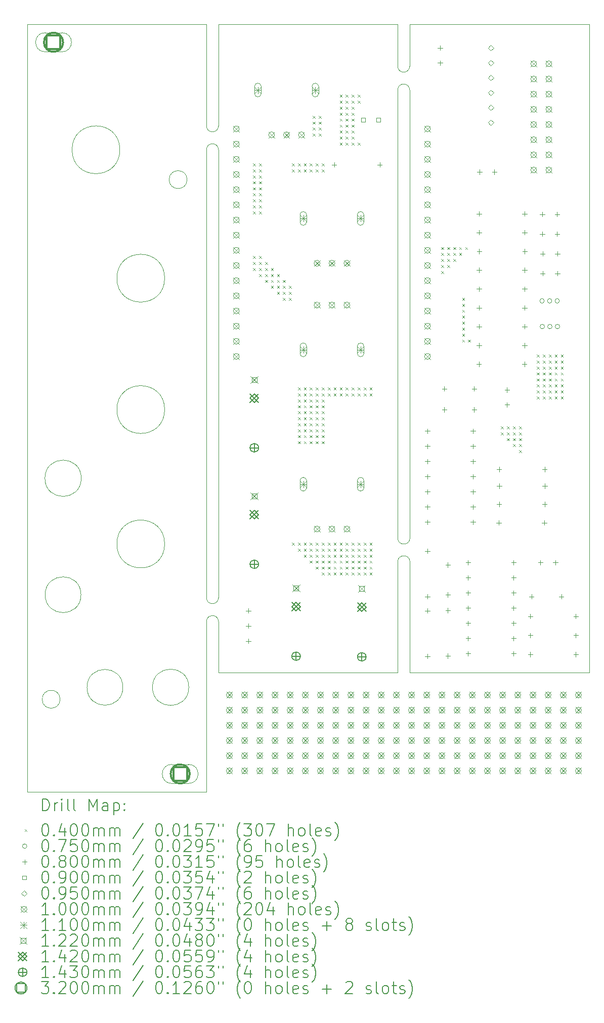
<source format=gbr>
%TF.GenerationSoftware,KiCad,Pcbnew,7.0.9*%
%TF.CreationDate,2023-12-08T20:01:01+01:00*%
%TF.ProjectId,MiniOSC,4d696e69-4f53-4432-9e6b-696361645f70,rev?*%
%TF.SameCoordinates,Original*%
%TF.FileFunction,Drillmap*%
%TF.FilePolarity,Positive*%
%FSLAX45Y45*%
G04 Gerber Fmt 4.5, Leading zero omitted, Abs format (unit mm)*
G04 Created by KiCad (PCBNEW 7.0.9) date 2023-12-08 20:01:01*
%MOMM*%
%LPD*%
G01*
G04 APERTURE LIST*
%ADD10C,0.100000*%
%ADD11C,0.200000*%
%ADD12C,0.110000*%
%ADD13C,0.122000*%
%ADD14C,0.142000*%
%ADD15C,0.143000*%
%ADD16C,0.320000*%
G04 APERTURE END LIST*
D10*
X7200000Y-6600000D02*
G75*
G03*
X7000000Y-6600000I-100000J0D01*
G01*
X7000000Y-6200000D02*
G75*
G03*
X7200000Y-6200000I100000J0D01*
G01*
X7000000Y-4500000D02*
X7000000Y-6200000D01*
X7200000Y-6200000D02*
X7200000Y-4500000D01*
X10400000Y-5600000D02*
G75*
G03*
X10200000Y-5600000I-100000J0D01*
G01*
X10200000Y-5200000D02*
G75*
G03*
X10400000Y-5200000I100000J0D01*
G01*
X10200000Y-4500000D02*
X10200000Y-5200000D01*
X10400000Y-5200000D02*
X10400000Y-4500000D01*
X12255000Y-15350000D02*
X13410000Y-15350000D01*
X13410000Y-4500000D02*
X12255000Y-4500000D01*
X10400000Y-5600000D02*
X10405000Y-13100000D01*
X10200000Y-13100000D02*
X10200000Y-5600000D01*
X10404980Y-13500000D02*
G75*
G03*
X10200000Y-13497990I-102500J0D01*
G01*
X10200000Y-13100000D02*
G75*
G03*
X10405000Y-13100000I102500J0D01*
G01*
X7200000Y-14495000D02*
G75*
G03*
X6999875Y-14500000I-100000J-5000D01*
G01*
X7000000Y-14100000D02*
G75*
G03*
X7199926Y-14103843I100000J0D01*
G01*
X6999875Y-14500000D02*
X7000000Y-17350000D01*
X7199926Y-14103843D02*
X7200000Y-6600000D01*
X13410000Y-4500000D02*
X13410000Y-15350000D01*
X10400000Y-4500000D02*
X12255000Y-4500000D01*
X10405000Y-15350000D02*
X10404980Y-13500000D01*
X12255000Y-15350000D02*
X10405000Y-15350000D01*
X7202500Y-15350000D02*
X7200000Y-14495000D01*
X10200000Y-15350000D02*
X7202500Y-15350000D01*
X10200000Y-13497990D02*
X10200000Y-15350000D01*
X7200000Y-4500000D02*
X10200000Y-4500000D01*
X6675000Y-7100000D02*
G75*
G03*
X6675000Y-7100000I-150000J0D01*
G01*
X4550000Y-15800000D02*
G75*
G03*
X4550000Y-15800000I-150000J0D01*
G01*
X6300000Y-13200000D02*
G75*
G03*
X6300000Y-13200000I-400000J0D01*
G01*
X6300000Y-10950000D02*
G75*
G03*
X6300000Y-10950000I-400000J0D01*
G01*
X6300000Y-8750000D02*
G75*
G03*
X6300000Y-8750000I-400000J0D01*
G01*
X5550000Y-6600000D02*
G75*
G03*
X5550000Y-6600000I-400000J0D01*
G01*
X5600000Y-15600000D02*
G75*
G03*
X5600000Y-15600000I-300000J0D01*
G01*
X6704138Y-15600000D02*
G75*
G03*
X6704138Y-15600000I-304138J0D01*
G01*
X4900000Y-14050000D02*
G75*
G03*
X4900000Y-14050000I-300000J0D01*
G01*
X4904138Y-12100000D02*
G75*
G03*
X4904138Y-12100000I-304138J0D01*
G01*
X7000000Y-17350000D02*
X4000000Y-17350000D01*
X7000000Y-6600000D02*
X7000000Y-14100000D01*
X4000000Y-4500000D02*
X7000000Y-4500000D01*
X4000000Y-4500000D02*
X4000000Y-17350000D01*
D11*
D10*
X7780000Y-6830000D02*
X7820000Y-6870000D01*
X7820000Y-6830000D02*
X7780000Y-6870000D01*
X7780000Y-6930000D02*
X7820000Y-6970000D01*
X7820000Y-6930000D02*
X7780000Y-6970000D01*
X7780000Y-7030000D02*
X7820000Y-7070000D01*
X7820000Y-7030000D02*
X7780000Y-7070000D01*
X7780000Y-7130000D02*
X7820000Y-7170000D01*
X7820000Y-7130000D02*
X7780000Y-7170000D01*
X7780000Y-7230000D02*
X7820000Y-7270000D01*
X7820000Y-7230000D02*
X7780000Y-7270000D01*
X7780000Y-7330000D02*
X7820000Y-7370000D01*
X7820000Y-7330000D02*
X7780000Y-7370000D01*
X7780000Y-7430000D02*
X7820000Y-7470000D01*
X7820000Y-7430000D02*
X7780000Y-7470000D01*
X7780000Y-7530000D02*
X7820000Y-7570000D01*
X7820000Y-7530000D02*
X7780000Y-7570000D01*
X7780000Y-7630000D02*
X7820000Y-7670000D01*
X7820000Y-7630000D02*
X7780000Y-7670000D01*
X7780000Y-8380000D02*
X7820000Y-8420000D01*
X7820000Y-8380000D02*
X7780000Y-8420000D01*
X7780000Y-8480000D02*
X7820000Y-8520000D01*
X7820000Y-8480000D02*
X7780000Y-8520000D01*
X7780000Y-8580000D02*
X7820000Y-8620000D01*
X7820000Y-8580000D02*
X7780000Y-8620000D01*
X7880000Y-6830000D02*
X7920000Y-6870000D01*
X7920000Y-6830000D02*
X7880000Y-6870000D01*
X7880000Y-6930000D02*
X7920000Y-6970000D01*
X7920000Y-6930000D02*
X7880000Y-6970000D01*
X7880000Y-7030000D02*
X7920000Y-7070000D01*
X7920000Y-7030000D02*
X7880000Y-7070000D01*
X7880000Y-7130000D02*
X7920000Y-7170000D01*
X7920000Y-7130000D02*
X7880000Y-7170000D01*
X7880000Y-7230000D02*
X7920000Y-7270000D01*
X7920000Y-7230000D02*
X7880000Y-7270000D01*
X7880000Y-7330000D02*
X7920000Y-7370000D01*
X7920000Y-7330000D02*
X7880000Y-7370000D01*
X7880000Y-7430000D02*
X7920000Y-7470000D01*
X7920000Y-7430000D02*
X7880000Y-7470000D01*
X7880000Y-7530000D02*
X7920000Y-7570000D01*
X7920000Y-7530000D02*
X7880000Y-7570000D01*
X7880000Y-7630000D02*
X7920000Y-7670000D01*
X7920000Y-7630000D02*
X7880000Y-7670000D01*
X7880000Y-8380000D02*
X7920000Y-8420000D01*
X7920000Y-8380000D02*
X7880000Y-8420000D01*
X7880000Y-8480000D02*
X7920000Y-8520000D01*
X7920000Y-8480000D02*
X7880000Y-8520000D01*
X7880000Y-8580000D02*
X7920000Y-8620000D01*
X7920000Y-8580000D02*
X7880000Y-8620000D01*
X7880000Y-8680000D02*
X7920000Y-8720000D01*
X7920000Y-8680000D02*
X7880000Y-8720000D01*
X7980000Y-8480000D02*
X8020000Y-8520000D01*
X8020000Y-8480000D02*
X7980000Y-8520000D01*
X7980000Y-8580000D02*
X8020000Y-8620000D01*
X8020000Y-8580000D02*
X7980000Y-8620000D01*
X7980000Y-8680000D02*
X8020000Y-8720000D01*
X8020000Y-8680000D02*
X7980000Y-8720000D01*
X7980000Y-8780000D02*
X8020000Y-8820000D01*
X8020000Y-8780000D02*
X7980000Y-8820000D01*
X8080000Y-8580000D02*
X8120000Y-8620000D01*
X8120000Y-8580000D02*
X8080000Y-8620000D01*
X8080000Y-8680000D02*
X8120000Y-8720000D01*
X8120000Y-8680000D02*
X8080000Y-8720000D01*
X8080000Y-8780000D02*
X8120000Y-8820000D01*
X8120000Y-8780000D02*
X8080000Y-8820000D01*
X8080000Y-8880000D02*
X8120000Y-8920000D01*
X8120000Y-8880000D02*
X8080000Y-8920000D01*
X8180000Y-8680000D02*
X8220000Y-8720000D01*
X8220000Y-8680000D02*
X8180000Y-8720000D01*
X8180000Y-8780000D02*
X8220000Y-8820000D01*
X8220000Y-8780000D02*
X8180000Y-8820000D01*
X8180000Y-8880000D02*
X8220000Y-8920000D01*
X8220000Y-8880000D02*
X8180000Y-8920000D01*
X8180000Y-8980000D02*
X8220000Y-9020000D01*
X8220000Y-8980000D02*
X8180000Y-9020000D01*
X8280000Y-8780000D02*
X8320000Y-8820000D01*
X8320000Y-8780000D02*
X8280000Y-8820000D01*
X8280000Y-8880000D02*
X8320000Y-8920000D01*
X8320000Y-8880000D02*
X8280000Y-8920000D01*
X8280000Y-8980000D02*
X8320000Y-9020000D01*
X8320000Y-8980000D02*
X8280000Y-9020000D01*
X8280000Y-9080000D02*
X8320000Y-9120000D01*
X8320000Y-9080000D02*
X8280000Y-9120000D01*
X8380000Y-8880000D02*
X8420000Y-8920000D01*
X8420000Y-8880000D02*
X8380000Y-8920000D01*
X8380000Y-8980000D02*
X8420000Y-9020000D01*
X8420000Y-8980000D02*
X8380000Y-9020000D01*
X8380000Y-9080000D02*
X8420000Y-9120000D01*
X8420000Y-9080000D02*
X8380000Y-9120000D01*
X8430000Y-6830000D02*
X8470000Y-6870000D01*
X8470000Y-6830000D02*
X8430000Y-6870000D01*
X8430000Y-6930000D02*
X8470000Y-6970000D01*
X8470000Y-6930000D02*
X8430000Y-6970000D01*
X8430000Y-13180000D02*
X8470000Y-13220000D01*
X8470000Y-13180000D02*
X8430000Y-13220000D01*
X8530000Y-6830000D02*
X8570000Y-6870000D01*
X8570000Y-6830000D02*
X8530000Y-6870000D01*
X8530000Y-6930000D02*
X8570000Y-6970000D01*
X8570000Y-6930000D02*
X8530000Y-6970000D01*
X8530000Y-10580000D02*
X8570000Y-10620000D01*
X8570000Y-10580000D02*
X8530000Y-10620000D01*
X8530000Y-10680000D02*
X8570000Y-10720000D01*
X8570000Y-10680000D02*
X8530000Y-10720000D01*
X8530000Y-10780000D02*
X8570000Y-10820000D01*
X8570000Y-10780000D02*
X8530000Y-10820000D01*
X8530000Y-10880000D02*
X8570000Y-10920000D01*
X8570000Y-10880000D02*
X8530000Y-10920000D01*
X8530000Y-10980000D02*
X8570000Y-11020000D01*
X8570000Y-10980000D02*
X8530000Y-11020000D01*
X8530000Y-11080000D02*
X8570000Y-11120000D01*
X8570000Y-11080000D02*
X8530000Y-11120000D01*
X8530000Y-11180000D02*
X8570000Y-11220000D01*
X8570000Y-11180000D02*
X8530000Y-11220000D01*
X8530000Y-11280000D02*
X8570000Y-11320000D01*
X8570000Y-11280000D02*
X8530000Y-11320000D01*
X8530000Y-11380000D02*
X8570000Y-11420000D01*
X8570000Y-11380000D02*
X8530000Y-11420000D01*
X8530000Y-11480000D02*
X8570000Y-11520000D01*
X8570000Y-11480000D02*
X8530000Y-11520000D01*
X8530000Y-13180000D02*
X8570000Y-13220000D01*
X8570000Y-13180000D02*
X8530000Y-13220000D01*
X8530000Y-13280000D02*
X8570000Y-13320000D01*
X8570000Y-13280000D02*
X8530000Y-13320000D01*
X8630000Y-6830000D02*
X8670000Y-6870000D01*
X8670000Y-6830000D02*
X8630000Y-6870000D01*
X8630000Y-6930000D02*
X8670000Y-6970000D01*
X8670000Y-6930000D02*
X8630000Y-6970000D01*
X8630000Y-10580000D02*
X8670000Y-10620000D01*
X8670000Y-10580000D02*
X8630000Y-10620000D01*
X8630000Y-10680000D02*
X8670000Y-10720000D01*
X8670000Y-10680000D02*
X8630000Y-10720000D01*
X8630000Y-10780000D02*
X8670000Y-10820000D01*
X8670000Y-10780000D02*
X8630000Y-10820000D01*
X8630000Y-10880000D02*
X8670000Y-10920000D01*
X8670000Y-10880000D02*
X8630000Y-10920000D01*
X8630000Y-10980000D02*
X8670000Y-11020000D01*
X8670000Y-10980000D02*
X8630000Y-11020000D01*
X8630000Y-11080000D02*
X8670000Y-11120000D01*
X8670000Y-11080000D02*
X8630000Y-11120000D01*
X8630000Y-11180000D02*
X8670000Y-11220000D01*
X8670000Y-11180000D02*
X8630000Y-11220000D01*
X8630000Y-11280000D02*
X8670000Y-11320000D01*
X8670000Y-11280000D02*
X8630000Y-11320000D01*
X8630000Y-11380000D02*
X8670000Y-11420000D01*
X8670000Y-11380000D02*
X8630000Y-11420000D01*
X8630000Y-11480000D02*
X8670000Y-11520000D01*
X8670000Y-11480000D02*
X8630000Y-11520000D01*
X8630000Y-13180000D02*
X8670000Y-13220000D01*
X8670000Y-13180000D02*
X8630000Y-13220000D01*
X8630000Y-13280000D02*
X8670000Y-13320000D01*
X8670000Y-13280000D02*
X8630000Y-13320000D01*
X8630000Y-13380000D02*
X8670000Y-13420000D01*
X8670000Y-13380000D02*
X8630000Y-13420000D01*
X8730000Y-6830000D02*
X8770000Y-6870000D01*
X8770000Y-6830000D02*
X8730000Y-6870000D01*
X8730000Y-6930000D02*
X8770000Y-6970000D01*
X8770000Y-6930000D02*
X8730000Y-6970000D01*
X8730000Y-10580000D02*
X8770000Y-10620000D01*
X8770000Y-10580000D02*
X8730000Y-10620000D01*
X8730000Y-10680000D02*
X8770000Y-10720000D01*
X8770000Y-10680000D02*
X8730000Y-10720000D01*
X8730000Y-10780000D02*
X8770000Y-10820000D01*
X8770000Y-10780000D02*
X8730000Y-10820000D01*
X8730000Y-10880000D02*
X8770000Y-10920000D01*
X8770000Y-10880000D02*
X8730000Y-10920000D01*
X8730000Y-10980000D02*
X8770000Y-11020000D01*
X8770000Y-10980000D02*
X8730000Y-11020000D01*
X8730000Y-11080000D02*
X8770000Y-11120000D01*
X8770000Y-11080000D02*
X8730000Y-11120000D01*
X8730000Y-11180000D02*
X8770000Y-11220000D01*
X8770000Y-11180000D02*
X8730000Y-11220000D01*
X8730000Y-11280000D02*
X8770000Y-11320000D01*
X8770000Y-11280000D02*
X8730000Y-11320000D01*
X8730000Y-11380000D02*
X8770000Y-11420000D01*
X8770000Y-11380000D02*
X8730000Y-11420000D01*
X8730000Y-11480000D02*
X8770000Y-11520000D01*
X8770000Y-11480000D02*
X8730000Y-11520000D01*
X8730000Y-13180000D02*
X8770000Y-13220000D01*
X8770000Y-13180000D02*
X8730000Y-13220000D01*
X8730000Y-13280000D02*
X8770000Y-13320000D01*
X8770000Y-13280000D02*
X8730000Y-13320000D01*
X8730000Y-13380000D02*
X8770000Y-13420000D01*
X8770000Y-13380000D02*
X8730000Y-13420000D01*
X8730000Y-13480000D02*
X8770000Y-13520000D01*
X8770000Y-13480000D02*
X8730000Y-13520000D01*
X8780000Y-6030000D02*
X8820000Y-6070000D01*
X8820000Y-6030000D02*
X8780000Y-6070000D01*
X8780000Y-6130000D02*
X8820000Y-6170000D01*
X8820000Y-6130000D02*
X8780000Y-6170000D01*
X8780000Y-6230000D02*
X8820000Y-6270000D01*
X8820000Y-6230000D02*
X8780000Y-6270000D01*
X8780000Y-6330000D02*
X8820000Y-6370000D01*
X8820000Y-6330000D02*
X8780000Y-6370000D01*
X8830000Y-6830000D02*
X8870000Y-6870000D01*
X8870000Y-6830000D02*
X8830000Y-6870000D01*
X8830000Y-6930000D02*
X8870000Y-6970000D01*
X8870000Y-6930000D02*
X8830000Y-6970000D01*
X8830000Y-10580000D02*
X8870000Y-10620000D01*
X8870000Y-10580000D02*
X8830000Y-10620000D01*
X8830000Y-10680000D02*
X8870000Y-10720000D01*
X8870000Y-10680000D02*
X8830000Y-10720000D01*
X8830000Y-10780000D02*
X8870000Y-10820000D01*
X8870000Y-10780000D02*
X8830000Y-10820000D01*
X8830000Y-10880000D02*
X8870000Y-10920000D01*
X8870000Y-10880000D02*
X8830000Y-10920000D01*
X8830000Y-10980000D02*
X8870000Y-11020000D01*
X8870000Y-10980000D02*
X8830000Y-11020000D01*
X8830000Y-11080000D02*
X8870000Y-11120000D01*
X8870000Y-11080000D02*
X8830000Y-11120000D01*
X8830000Y-11180000D02*
X8870000Y-11220000D01*
X8870000Y-11180000D02*
X8830000Y-11220000D01*
X8830000Y-11280000D02*
X8870000Y-11320000D01*
X8870000Y-11280000D02*
X8830000Y-11320000D01*
X8830000Y-11380000D02*
X8870000Y-11420000D01*
X8870000Y-11380000D02*
X8830000Y-11420000D01*
X8830000Y-11480000D02*
X8870000Y-11520000D01*
X8870000Y-11480000D02*
X8830000Y-11520000D01*
X8830000Y-13180000D02*
X8870000Y-13220000D01*
X8870000Y-13180000D02*
X8830000Y-13220000D01*
X8830000Y-13280000D02*
X8870000Y-13320000D01*
X8870000Y-13280000D02*
X8830000Y-13320000D01*
X8830000Y-13380000D02*
X8870000Y-13420000D01*
X8870000Y-13380000D02*
X8830000Y-13420000D01*
X8830000Y-13480000D02*
X8870000Y-13520000D01*
X8870000Y-13480000D02*
X8830000Y-13520000D01*
X8830000Y-13580000D02*
X8870000Y-13620000D01*
X8870000Y-13580000D02*
X8830000Y-13620000D01*
X8880000Y-6030000D02*
X8920000Y-6070000D01*
X8920000Y-6030000D02*
X8880000Y-6070000D01*
X8880000Y-6130000D02*
X8920000Y-6170000D01*
X8920000Y-6130000D02*
X8880000Y-6170000D01*
X8880000Y-6230000D02*
X8920000Y-6270000D01*
X8920000Y-6230000D02*
X8880000Y-6270000D01*
X8880000Y-6330000D02*
X8920000Y-6370000D01*
X8920000Y-6330000D02*
X8880000Y-6370000D01*
X8930000Y-6830000D02*
X8970000Y-6870000D01*
X8970000Y-6830000D02*
X8930000Y-6870000D01*
X8930000Y-6930000D02*
X8970000Y-6970000D01*
X8970000Y-6930000D02*
X8930000Y-6970000D01*
X8930000Y-10580000D02*
X8970000Y-10620000D01*
X8970000Y-10580000D02*
X8930000Y-10620000D01*
X8930000Y-10680000D02*
X8970000Y-10720000D01*
X8970000Y-10680000D02*
X8930000Y-10720000D01*
X8930000Y-10780000D02*
X8970000Y-10820000D01*
X8970000Y-10780000D02*
X8930000Y-10820000D01*
X8930000Y-10880000D02*
X8970000Y-10920000D01*
X8970000Y-10880000D02*
X8930000Y-10920000D01*
X8930000Y-10980000D02*
X8970000Y-11020000D01*
X8970000Y-10980000D02*
X8930000Y-11020000D01*
X8930000Y-11080000D02*
X8970000Y-11120000D01*
X8970000Y-11080000D02*
X8930000Y-11120000D01*
X8930000Y-11180000D02*
X8970000Y-11220000D01*
X8970000Y-11180000D02*
X8930000Y-11220000D01*
X8930000Y-11280000D02*
X8970000Y-11320000D01*
X8970000Y-11280000D02*
X8930000Y-11320000D01*
X8930000Y-11380000D02*
X8970000Y-11420000D01*
X8970000Y-11380000D02*
X8930000Y-11420000D01*
X8930000Y-11480000D02*
X8970000Y-11520000D01*
X8970000Y-11480000D02*
X8930000Y-11520000D01*
X8930000Y-13180000D02*
X8970000Y-13220000D01*
X8970000Y-13180000D02*
X8930000Y-13220000D01*
X8930000Y-13280000D02*
X8970000Y-13320000D01*
X8970000Y-13280000D02*
X8930000Y-13320000D01*
X8930000Y-13380000D02*
X8970000Y-13420000D01*
X8970000Y-13380000D02*
X8930000Y-13420000D01*
X8930000Y-13480000D02*
X8970000Y-13520000D01*
X8970000Y-13480000D02*
X8930000Y-13520000D01*
X8930000Y-13580000D02*
X8970000Y-13620000D01*
X8970000Y-13580000D02*
X8930000Y-13620000D01*
X8930000Y-13680000D02*
X8970000Y-13720000D01*
X8970000Y-13680000D02*
X8930000Y-13720000D01*
X9030000Y-10580000D02*
X9070000Y-10620000D01*
X9070000Y-10580000D02*
X9030000Y-10620000D01*
X9030000Y-10680000D02*
X9070000Y-10720000D01*
X9070000Y-10680000D02*
X9030000Y-10720000D01*
X9030000Y-13180000D02*
X9070000Y-13220000D01*
X9070000Y-13180000D02*
X9030000Y-13220000D01*
X9030000Y-13280000D02*
X9070000Y-13320000D01*
X9070000Y-13280000D02*
X9030000Y-13320000D01*
X9030000Y-13380000D02*
X9070000Y-13420000D01*
X9070000Y-13380000D02*
X9030000Y-13420000D01*
X9030000Y-13480000D02*
X9070000Y-13520000D01*
X9070000Y-13480000D02*
X9030000Y-13520000D01*
X9030000Y-13580000D02*
X9070000Y-13620000D01*
X9070000Y-13580000D02*
X9030000Y-13620000D01*
X9030000Y-13680000D02*
X9070000Y-13720000D01*
X9070000Y-13680000D02*
X9030000Y-13720000D01*
X9130000Y-10580000D02*
X9170000Y-10620000D01*
X9170000Y-10580000D02*
X9130000Y-10620000D01*
X9130000Y-10680000D02*
X9170000Y-10720000D01*
X9170000Y-10680000D02*
X9130000Y-10720000D01*
X9130000Y-13180000D02*
X9170000Y-13220000D01*
X9170000Y-13180000D02*
X9130000Y-13220000D01*
X9130000Y-13280000D02*
X9170000Y-13320000D01*
X9170000Y-13280000D02*
X9130000Y-13320000D01*
X9130000Y-13380000D02*
X9170000Y-13420000D01*
X9170000Y-13380000D02*
X9130000Y-13420000D01*
X9130000Y-13480000D02*
X9170000Y-13520000D01*
X9170000Y-13480000D02*
X9130000Y-13520000D01*
X9130000Y-13580000D02*
X9170000Y-13620000D01*
X9170000Y-13580000D02*
X9130000Y-13620000D01*
X9130000Y-13680000D02*
X9170000Y-13720000D01*
X9170000Y-13680000D02*
X9130000Y-13720000D01*
X9230000Y-5680000D02*
X9270000Y-5720000D01*
X9270000Y-5680000D02*
X9230000Y-5720000D01*
X9230000Y-5780000D02*
X9270000Y-5820000D01*
X9270000Y-5780000D02*
X9230000Y-5820000D01*
X9230000Y-5880000D02*
X9270000Y-5920000D01*
X9270000Y-5880000D02*
X9230000Y-5920000D01*
X9230000Y-5980000D02*
X9270000Y-6020000D01*
X9270000Y-5980000D02*
X9230000Y-6020000D01*
X9230000Y-6080000D02*
X9270000Y-6120000D01*
X9270000Y-6080000D02*
X9230000Y-6120000D01*
X9230000Y-6180000D02*
X9270000Y-6220000D01*
X9270000Y-6180000D02*
X9230000Y-6220000D01*
X9230000Y-6280000D02*
X9270000Y-6320000D01*
X9270000Y-6280000D02*
X9230000Y-6320000D01*
X9230000Y-6380000D02*
X9270000Y-6420000D01*
X9270000Y-6380000D02*
X9230000Y-6420000D01*
X9230000Y-6480000D02*
X9270000Y-6520000D01*
X9270000Y-6480000D02*
X9230000Y-6520000D01*
X9230000Y-10580000D02*
X9270000Y-10620000D01*
X9270000Y-10580000D02*
X9230000Y-10620000D01*
X9230000Y-10680000D02*
X9270000Y-10720000D01*
X9270000Y-10680000D02*
X9230000Y-10720000D01*
X9230000Y-13180000D02*
X9270000Y-13220000D01*
X9270000Y-13180000D02*
X9230000Y-13220000D01*
X9230000Y-13280000D02*
X9270000Y-13320000D01*
X9270000Y-13280000D02*
X9230000Y-13320000D01*
X9230000Y-13380000D02*
X9270000Y-13420000D01*
X9270000Y-13380000D02*
X9230000Y-13420000D01*
X9230000Y-13480000D02*
X9270000Y-13520000D01*
X9270000Y-13480000D02*
X9230000Y-13520000D01*
X9230000Y-13580000D02*
X9270000Y-13620000D01*
X9270000Y-13580000D02*
X9230000Y-13620000D01*
X9230000Y-13680000D02*
X9270000Y-13720000D01*
X9270000Y-13680000D02*
X9230000Y-13720000D01*
X9330000Y-5680000D02*
X9370000Y-5720000D01*
X9370000Y-5680000D02*
X9330000Y-5720000D01*
X9330000Y-5780000D02*
X9370000Y-5820000D01*
X9370000Y-5780000D02*
X9330000Y-5820000D01*
X9330000Y-5880000D02*
X9370000Y-5920000D01*
X9370000Y-5880000D02*
X9330000Y-5920000D01*
X9330000Y-5980000D02*
X9370000Y-6020000D01*
X9370000Y-5980000D02*
X9330000Y-6020000D01*
X9330000Y-6080000D02*
X9370000Y-6120000D01*
X9370000Y-6080000D02*
X9330000Y-6120000D01*
X9330000Y-6180000D02*
X9370000Y-6220000D01*
X9370000Y-6180000D02*
X9330000Y-6220000D01*
X9330000Y-6280000D02*
X9370000Y-6320000D01*
X9370000Y-6280000D02*
X9330000Y-6320000D01*
X9330000Y-6380000D02*
X9370000Y-6420000D01*
X9370000Y-6380000D02*
X9330000Y-6420000D01*
X9330000Y-6480000D02*
X9370000Y-6520000D01*
X9370000Y-6480000D02*
X9330000Y-6520000D01*
X9330000Y-10580000D02*
X9370000Y-10620000D01*
X9370000Y-10580000D02*
X9330000Y-10620000D01*
X9330000Y-10680000D02*
X9370000Y-10720000D01*
X9370000Y-10680000D02*
X9330000Y-10720000D01*
X9330000Y-13180000D02*
X9370000Y-13220000D01*
X9370000Y-13180000D02*
X9330000Y-13220000D01*
X9330000Y-13280000D02*
X9370000Y-13320000D01*
X9370000Y-13280000D02*
X9330000Y-13320000D01*
X9330000Y-13380000D02*
X9370000Y-13420000D01*
X9370000Y-13380000D02*
X9330000Y-13420000D01*
X9330000Y-13480000D02*
X9370000Y-13520000D01*
X9370000Y-13480000D02*
X9330000Y-13520000D01*
X9330000Y-13580000D02*
X9370000Y-13620000D01*
X9370000Y-13580000D02*
X9330000Y-13620000D01*
X9330000Y-13680000D02*
X9370000Y-13720000D01*
X9370000Y-13680000D02*
X9330000Y-13720000D01*
X9430000Y-5680000D02*
X9470000Y-5720000D01*
X9470000Y-5680000D02*
X9430000Y-5720000D01*
X9430000Y-5780000D02*
X9470000Y-5820000D01*
X9470000Y-5780000D02*
X9430000Y-5820000D01*
X9430000Y-5880000D02*
X9470000Y-5920000D01*
X9470000Y-5880000D02*
X9430000Y-5920000D01*
X9430000Y-5980000D02*
X9470000Y-6020000D01*
X9470000Y-5980000D02*
X9430000Y-6020000D01*
X9430000Y-6080000D02*
X9470000Y-6120000D01*
X9470000Y-6080000D02*
X9430000Y-6120000D01*
X9430000Y-6180000D02*
X9470000Y-6220000D01*
X9470000Y-6180000D02*
X9430000Y-6220000D01*
X9430000Y-6280000D02*
X9470000Y-6320000D01*
X9470000Y-6280000D02*
X9430000Y-6320000D01*
X9430000Y-6380000D02*
X9470000Y-6420000D01*
X9470000Y-6380000D02*
X9430000Y-6420000D01*
X9430000Y-6480000D02*
X9470000Y-6520000D01*
X9470000Y-6480000D02*
X9430000Y-6520000D01*
X9430000Y-10580000D02*
X9470000Y-10620000D01*
X9470000Y-10580000D02*
X9430000Y-10620000D01*
X9430000Y-10680000D02*
X9470000Y-10720000D01*
X9470000Y-10680000D02*
X9430000Y-10720000D01*
X9430000Y-13180000D02*
X9470000Y-13220000D01*
X9470000Y-13180000D02*
X9430000Y-13220000D01*
X9430000Y-13280000D02*
X9470000Y-13320000D01*
X9470000Y-13280000D02*
X9430000Y-13320000D01*
X9430000Y-13380000D02*
X9470000Y-13420000D01*
X9470000Y-13380000D02*
X9430000Y-13420000D01*
X9430000Y-13480000D02*
X9470000Y-13520000D01*
X9470000Y-13480000D02*
X9430000Y-13520000D01*
X9430000Y-13580000D02*
X9470000Y-13620000D01*
X9470000Y-13580000D02*
X9430000Y-13620000D01*
X9430000Y-13680000D02*
X9470000Y-13720000D01*
X9470000Y-13680000D02*
X9430000Y-13720000D01*
X9530000Y-5680000D02*
X9570000Y-5720000D01*
X9570000Y-5680000D02*
X9530000Y-5720000D01*
X9530000Y-5780000D02*
X9570000Y-5820000D01*
X9570000Y-5780000D02*
X9530000Y-5820000D01*
X9530000Y-6480000D02*
X9570000Y-6520000D01*
X9570000Y-6480000D02*
X9530000Y-6520000D01*
X9530000Y-10580000D02*
X9570000Y-10620000D01*
X9570000Y-10580000D02*
X9530000Y-10620000D01*
X9530000Y-10680000D02*
X9570000Y-10720000D01*
X9570000Y-10680000D02*
X9530000Y-10720000D01*
X9530000Y-13180000D02*
X9570000Y-13220000D01*
X9570000Y-13180000D02*
X9530000Y-13220000D01*
X9530000Y-13280000D02*
X9570000Y-13320000D01*
X9570000Y-13280000D02*
X9530000Y-13320000D01*
X9530000Y-13380000D02*
X9570000Y-13420000D01*
X9570000Y-13380000D02*
X9530000Y-13420000D01*
X9530000Y-13480000D02*
X9570000Y-13520000D01*
X9570000Y-13480000D02*
X9530000Y-13520000D01*
X9530000Y-13580000D02*
X9570000Y-13620000D01*
X9570000Y-13580000D02*
X9530000Y-13620000D01*
X9530000Y-13680000D02*
X9570000Y-13720000D01*
X9570000Y-13680000D02*
X9530000Y-13720000D01*
X9630000Y-10580000D02*
X9670000Y-10620000D01*
X9670000Y-10580000D02*
X9630000Y-10620000D01*
X9630000Y-10680000D02*
X9670000Y-10720000D01*
X9670000Y-10680000D02*
X9630000Y-10720000D01*
X9630000Y-13180000D02*
X9670000Y-13220000D01*
X9670000Y-13180000D02*
X9630000Y-13220000D01*
X9630000Y-13280000D02*
X9670000Y-13320000D01*
X9670000Y-13280000D02*
X9630000Y-13320000D01*
X9630000Y-13380000D02*
X9670000Y-13420000D01*
X9670000Y-13380000D02*
X9630000Y-13420000D01*
X9630000Y-13480000D02*
X9670000Y-13520000D01*
X9670000Y-13480000D02*
X9630000Y-13520000D01*
X9630000Y-13580000D02*
X9670000Y-13620000D01*
X9670000Y-13580000D02*
X9630000Y-13620000D01*
X9630000Y-13680000D02*
X9670000Y-13720000D01*
X9670000Y-13680000D02*
X9630000Y-13720000D01*
X9730000Y-10580000D02*
X9770000Y-10620000D01*
X9770000Y-10580000D02*
X9730000Y-10620000D01*
X9730000Y-10680000D02*
X9770000Y-10720000D01*
X9770000Y-10680000D02*
X9730000Y-10720000D01*
X9730000Y-13180000D02*
X9770000Y-13220000D01*
X9770000Y-13180000D02*
X9730000Y-13220000D01*
X9730000Y-13280000D02*
X9770000Y-13320000D01*
X9770000Y-13280000D02*
X9730000Y-13320000D01*
X9730000Y-13380000D02*
X9770000Y-13420000D01*
X9770000Y-13380000D02*
X9730000Y-13420000D01*
X9730000Y-13480000D02*
X9770000Y-13520000D01*
X9770000Y-13480000D02*
X9730000Y-13520000D01*
X9730000Y-13580000D02*
X9770000Y-13620000D01*
X9770000Y-13580000D02*
X9730000Y-13620000D01*
X9730000Y-13680000D02*
X9770000Y-13720000D01*
X9770000Y-13680000D02*
X9730000Y-13720000D01*
X10930000Y-8230000D02*
X10970000Y-8270000D01*
X10970000Y-8230000D02*
X10930000Y-8270000D01*
X10930000Y-8330000D02*
X10970000Y-8370000D01*
X10970000Y-8330000D02*
X10930000Y-8370000D01*
X10930000Y-8430000D02*
X10970000Y-8470000D01*
X10970000Y-8430000D02*
X10930000Y-8470000D01*
X10930000Y-8530000D02*
X10970000Y-8570000D01*
X10970000Y-8530000D02*
X10930000Y-8570000D01*
X10930000Y-8630000D02*
X10970000Y-8670000D01*
X10970000Y-8630000D02*
X10930000Y-8670000D01*
X11030000Y-8230000D02*
X11070000Y-8270000D01*
X11070000Y-8230000D02*
X11030000Y-8270000D01*
X11030000Y-8330000D02*
X11070000Y-8370000D01*
X11070000Y-8330000D02*
X11030000Y-8370000D01*
X11030000Y-8430000D02*
X11070000Y-8470000D01*
X11070000Y-8430000D02*
X11030000Y-8470000D01*
X11030000Y-8530000D02*
X11070000Y-8570000D01*
X11070000Y-8530000D02*
X11030000Y-8570000D01*
X11130000Y-8230000D02*
X11170000Y-8270000D01*
X11170000Y-8230000D02*
X11130000Y-8270000D01*
X11130000Y-8330000D02*
X11170000Y-8370000D01*
X11170000Y-8330000D02*
X11130000Y-8370000D01*
X11130000Y-8430000D02*
X11170000Y-8470000D01*
X11170000Y-8430000D02*
X11130000Y-8470000D01*
X11230000Y-8230000D02*
X11270000Y-8270000D01*
X11270000Y-8230000D02*
X11230000Y-8270000D01*
X11230000Y-8330000D02*
X11270000Y-8370000D01*
X11270000Y-8330000D02*
X11230000Y-8370000D01*
X11280000Y-9080000D02*
X11320000Y-9120000D01*
X11320000Y-9080000D02*
X11280000Y-9120000D01*
X11280000Y-9180000D02*
X11320000Y-9220000D01*
X11320000Y-9180000D02*
X11280000Y-9220000D01*
X11280000Y-9280000D02*
X11320000Y-9320000D01*
X11320000Y-9280000D02*
X11280000Y-9320000D01*
X11280000Y-9380000D02*
X11320000Y-9420000D01*
X11320000Y-9380000D02*
X11280000Y-9420000D01*
X11280000Y-9480000D02*
X11320000Y-9520000D01*
X11320000Y-9480000D02*
X11280000Y-9520000D01*
X11280000Y-9580000D02*
X11320000Y-9620000D01*
X11320000Y-9580000D02*
X11280000Y-9620000D01*
X11280000Y-9680000D02*
X11320000Y-9720000D01*
X11320000Y-9680000D02*
X11280000Y-9720000D01*
X11280000Y-9780000D02*
X11320000Y-9820000D01*
X11320000Y-9780000D02*
X11280000Y-9820000D01*
X11330000Y-8230000D02*
X11370000Y-8270000D01*
X11370000Y-8230000D02*
X11330000Y-8270000D01*
X11380000Y-9780000D02*
X11420000Y-9820000D01*
X11420000Y-9780000D02*
X11380000Y-9820000D01*
X11930000Y-11230000D02*
X11970000Y-11270000D01*
X11970000Y-11230000D02*
X11930000Y-11270000D01*
X11930000Y-11330000D02*
X11970000Y-11370000D01*
X11970000Y-11330000D02*
X11930000Y-11370000D01*
X12030000Y-11230000D02*
X12070000Y-11270000D01*
X12070000Y-11230000D02*
X12030000Y-11270000D01*
X12030000Y-11330000D02*
X12070000Y-11370000D01*
X12070000Y-11330000D02*
X12030000Y-11370000D01*
X12030000Y-11430000D02*
X12070000Y-11470000D01*
X12070000Y-11430000D02*
X12030000Y-11470000D01*
X12130000Y-11230000D02*
X12170000Y-11270000D01*
X12170000Y-11230000D02*
X12130000Y-11270000D01*
X12130000Y-11330000D02*
X12170000Y-11370000D01*
X12170000Y-11330000D02*
X12130000Y-11370000D01*
X12130000Y-11430000D02*
X12170000Y-11470000D01*
X12170000Y-11430000D02*
X12130000Y-11470000D01*
X12130000Y-11530000D02*
X12170000Y-11570000D01*
X12170000Y-11530000D02*
X12130000Y-11570000D01*
X12230000Y-11230000D02*
X12270000Y-11270000D01*
X12270000Y-11230000D02*
X12230000Y-11270000D01*
X12230000Y-11330000D02*
X12270000Y-11370000D01*
X12270000Y-11330000D02*
X12230000Y-11370000D01*
X12230000Y-11430000D02*
X12270000Y-11470000D01*
X12270000Y-11430000D02*
X12230000Y-11470000D01*
X12230000Y-11530000D02*
X12270000Y-11570000D01*
X12270000Y-11530000D02*
X12230000Y-11570000D01*
X12230000Y-11630000D02*
X12270000Y-11670000D01*
X12270000Y-11630000D02*
X12230000Y-11670000D01*
X12530000Y-10030000D02*
X12570000Y-10070000D01*
X12570000Y-10030000D02*
X12530000Y-10070000D01*
X12530000Y-10130000D02*
X12570000Y-10170000D01*
X12570000Y-10130000D02*
X12530000Y-10170000D01*
X12530000Y-10230000D02*
X12570000Y-10270000D01*
X12570000Y-10230000D02*
X12530000Y-10270000D01*
X12530000Y-10330000D02*
X12570000Y-10370000D01*
X12570000Y-10330000D02*
X12530000Y-10370000D01*
X12530000Y-10430000D02*
X12570000Y-10470000D01*
X12570000Y-10430000D02*
X12530000Y-10470000D01*
X12530000Y-10530000D02*
X12570000Y-10570000D01*
X12570000Y-10530000D02*
X12530000Y-10570000D01*
X12530000Y-10630000D02*
X12570000Y-10670000D01*
X12570000Y-10630000D02*
X12530000Y-10670000D01*
X12530000Y-10730000D02*
X12570000Y-10770000D01*
X12570000Y-10730000D02*
X12530000Y-10770000D01*
X12630000Y-10030000D02*
X12670000Y-10070000D01*
X12670000Y-10030000D02*
X12630000Y-10070000D01*
X12630000Y-10130000D02*
X12670000Y-10170000D01*
X12670000Y-10130000D02*
X12630000Y-10170000D01*
X12630000Y-10230000D02*
X12670000Y-10270000D01*
X12670000Y-10230000D02*
X12630000Y-10270000D01*
X12630000Y-10330000D02*
X12670000Y-10370000D01*
X12670000Y-10330000D02*
X12630000Y-10370000D01*
X12630000Y-10430000D02*
X12670000Y-10470000D01*
X12670000Y-10430000D02*
X12630000Y-10470000D01*
X12630000Y-10530000D02*
X12670000Y-10570000D01*
X12670000Y-10530000D02*
X12630000Y-10570000D01*
X12630000Y-10630000D02*
X12670000Y-10670000D01*
X12670000Y-10630000D02*
X12630000Y-10670000D01*
X12630000Y-10730000D02*
X12670000Y-10770000D01*
X12670000Y-10730000D02*
X12630000Y-10770000D01*
X12730000Y-10030000D02*
X12770000Y-10070000D01*
X12770000Y-10030000D02*
X12730000Y-10070000D01*
X12730000Y-10130000D02*
X12770000Y-10170000D01*
X12770000Y-10130000D02*
X12730000Y-10170000D01*
X12730000Y-10230000D02*
X12770000Y-10270000D01*
X12770000Y-10230000D02*
X12730000Y-10270000D01*
X12730000Y-10330000D02*
X12770000Y-10370000D01*
X12770000Y-10330000D02*
X12730000Y-10370000D01*
X12730000Y-10430000D02*
X12770000Y-10470000D01*
X12770000Y-10430000D02*
X12730000Y-10470000D01*
X12730000Y-10530000D02*
X12770000Y-10570000D01*
X12770000Y-10530000D02*
X12730000Y-10570000D01*
X12730000Y-10630000D02*
X12770000Y-10670000D01*
X12770000Y-10630000D02*
X12730000Y-10670000D01*
X12730000Y-10730000D02*
X12770000Y-10770000D01*
X12770000Y-10730000D02*
X12730000Y-10770000D01*
X12830000Y-10030000D02*
X12870000Y-10070000D01*
X12870000Y-10030000D02*
X12830000Y-10070000D01*
X12830000Y-10130000D02*
X12870000Y-10170000D01*
X12870000Y-10130000D02*
X12830000Y-10170000D01*
X12830000Y-10230000D02*
X12870000Y-10270000D01*
X12870000Y-10230000D02*
X12830000Y-10270000D01*
X12830000Y-10330000D02*
X12870000Y-10370000D01*
X12870000Y-10330000D02*
X12830000Y-10370000D01*
X12830000Y-10430000D02*
X12870000Y-10470000D01*
X12870000Y-10430000D02*
X12830000Y-10470000D01*
X12830000Y-10530000D02*
X12870000Y-10570000D01*
X12870000Y-10530000D02*
X12830000Y-10570000D01*
X12830000Y-10630000D02*
X12870000Y-10670000D01*
X12870000Y-10630000D02*
X12830000Y-10670000D01*
X12830000Y-10730000D02*
X12870000Y-10770000D01*
X12870000Y-10730000D02*
X12830000Y-10770000D01*
X12930000Y-10030000D02*
X12970000Y-10070000D01*
X12970000Y-10030000D02*
X12930000Y-10070000D01*
X12930000Y-10130000D02*
X12970000Y-10170000D01*
X12970000Y-10130000D02*
X12930000Y-10170000D01*
X12930000Y-10230000D02*
X12970000Y-10270000D01*
X12970000Y-10230000D02*
X12930000Y-10270000D01*
X12930000Y-10330000D02*
X12970000Y-10370000D01*
X12970000Y-10330000D02*
X12930000Y-10370000D01*
X12930000Y-10430000D02*
X12970000Y-10470000D01*
X12970000Y-10430000D02*
X12930000Y-10470000D01*
X12930000Y-10530000D02*
X12970000Y-10570000D01*
X12970000Y-10530000D02*
X12930000Y-10570000D01*
X12930000Y-10630000D02*
X12970000Y-10670000D01*
X12970000Y-10630000D02*
X12930000Y-10670000D01*
X12930000Y-10730000D02*
X12970000Y-10770000D01*
X12970000Y-10730000D02*
X12930000Y-10770000D01*
X12653500Y-9130000D02*
G75*
G03*
X12653500Y-9130000I-37500J0D01*
G01*
X12657500Y-9560000D02*
G75*
G03*
X12657500Y-9560000I-37500J0D01*
G01*
X12780500Y-9130000D02*
G75*
G03*
X12780500Y-9130000I-37500J0D01*
G01*
X12784500Y-9560000D02*
G75*
G03*
X12784500Y-9560000I-37500J0D01*
G01*
X12907500Y-9130000D02*
G75*
G03*
X12907500Y-9130000I-37500J0D01*
G01*
X12911500Y-9560000D02*
G75*
G03*
X12911500Y-9560000I-37500J0D01*
G01*
X7700000Y-14277000D02*
X7700000Y-14357000D01*
X7660000Y-14317000D02*
X7740000Y-14317000D01*
X7700000Y-14531000D02*
X7700000Y-14611000D01*
X7660000Y-14571000D02*
X7740000Y-14571000D01*
X7700000Y-14785000D02*
X7700000Y-14865000D01*
X7660000Y-14825000D02*
X7740000Y-14825000D01*
X9138000Y-6810000D02*
X9138000Y-6890000D01*
X9098000Y-6850000D02*
X9178000Y-6850000D01*
X9900000Y-6810000D02*
X9900000Y-6890000D01*
X9860000Y-6850000D02*
X9940000Y-6850000D01*
X10698000Y-11270000D02*
X10698000Y-11350000D01*
X10658000Y-11310000D02*
X10738000Y-11310000D01*
X10698000Y-11524000D02*
X10698000Y-11604000D01*
X10658000Y-11564000D02*
X10738000Y-11564000D01*
X10698000Y-11778000D02*
X10698000Y-11858000D01*
X10658000Y-11818000D02*
X10738000Y-11818000D01*
X10698000Y-12032000D02*
X10698000Y-12112000D01*
X10658000Y-12072000D02*
X10738000Y-12072000D01*
X10698000Y-12286000D02*
X10698000Y-12366000D01*
X10658000Y-12326000D02*
X10738000Y-12326000D01*
X10698000Y-12540000D02*
X10698000Y-12620000D01*
X10658000Y-12580000D02*
X10738000Y-12580000D01*
X10698000Y-12794000D02*
X10698000Y-12874000D01*
X10658000Y-12834000D02*
X10738000Y-12834000D01*
X10700000Y-13278000D02*
X10700000Y-13358000D01*
X10660000Y-13318000D02*
X10740000Y-13318000D01*
X10700000Y-14040000D02*
X10700000Y-14120000D01*
X10660000Y-14080000D02*
X10740000Y-14080000D01*
X10700000Y-14278000D02*
X10700000Y-14358000D01*
X10660000Y-14318000D02*
X10740000Y-14318000D01*
X10700000Y-15040000D02*
X10700000Y-15120000D01*
X10660000Y-15080000D02*
X10740000Y-15080000D01*
X10910000Y-4855000D02*
X10910000Y-4935000D01*
X10870000Y-4895000D02*
X10950000Y-4895000D01*
X10910000Y-5105000D02*
X10910000Y-5185000D01*
X10870000Y-5145000D02*
X10950000Y-5145000D01*
X10980000Y-10560000D02*
X10980000Y-10640000D01*
X10940000Y-10600000D02*
X11020000Y-10600000D01*
X10980000Y-10910000D02*
X10980000Y-10990000D01*
X10940000Y-10950000D02*
X11020000Y-10950000D01*
X11040000Y-13510000D02*
X11040000Y-13590000D01*
X11000000Y-13550000D02*
X11080000Y-13550000D01*
X11040000Y-14010000D02*
X11040000Y-14090000D01*
X11000000Y-14050000D02*
X11080000Y-14050000D01*
X11040000Y-14270000D02*
X11040000Y-14350000D01*
X11000000Y-14310000D02*
X11080000Y-14310000D01*
X11040000Y-15032000D02*
X11040000Y-15112000D01*
X11000000Y-15072000D02*
X11080000Y-15072000D01*
X11378000Y-13470000D02*
X11378000Y-13550000D01*
X11338000Y-13510000D02*
X11418000Y-13510000D01*
X11378000Y-13724000D02*
X11378000Y-13804000D01*
X11338000Y-13764000D02*
X11418000Y-13764000D01*
X11378000Y-13978000D02*
X11378000Y-14058000D01*
X11338000Y-14018000D02*
X11418000Y-14018000D01*
X11378000Y-14232000D02*
X11378000Y-14312000D01*
X11338000Y-14272000D02*
X11418000Y-14272000D01*
X11378000Y-14486000D02*
X11378000Y-14566000D01*
X11338000Y-14526000D02*
X11418000Y-14526000D01*
X11378000Y-14740000D02*
X11378000Y-14820000D01*
X11338000Y-14780000D02*
X11418000Y-14780000D01*
X11378000Y-14994000D02*
X11378000Y-15074000D01*
X11338000Y-15034000D02*
X11418000Y-15034000D01*
X11460000Y-11270000D02*
X11460000Y-11350000D01*
X11420000Y-11310000D02*
X11500000Y-11310000D01*
X11460000Y-11524000D02*
X11460000Y-11604000D01*
X11420000Y-11564000D02*
X11500000Y-11564000D01*
X11460000Y-11778000D02*
X11460000Y-11858000D01*
X11420000Y-11818000D02*
X11500000Y-11818000D01*
X11460000Y-12032000D02*
X11460000Y-12112000D01*
X11420000Y-12072000D02*
X11500000Y-12072000D01*
X11460000Y-12286000D02*
X11460000Y-12366000D01*
X11420000Y-12326000D02*
X11500000Y-12326000D01*
X11460000Y-12540000D02*
X11460000Y-12620000D01*
X11420000Y-12580000D02*
X11500000Y-12580000D01*
X11460000Y-12794000D02*
X11460000Y-12874000D01*
X11420000Y-12834000D02*
X11500000Y-12834000D01*
X11480000Y-10560000D02*
X11480000Y-10640000D01*
X11440000Y-10600000D02*
X11520000Y-10600000D01*
X11480000Y-10910000D02*
X11480000Y-10990000D01*
X11440000Y-10950000D02*
X11520000Y-10950000D01*
X11560000Y-10150000D02*
X11560000Y-10230000D01*
X11520000Y-10190000D02*
X11600000Y-10190000D01*
X11563000Y-7630000D02*
X11563000Y-7710000D01*
X11523000Y-7670000D02*
X11603000Y-7670000D01*
X11563000Y-7945000D02*
X11563000Y-8025000D01*
X11523000Y-7985000D02*
X11603000Y-7985000D01*
X11563000Y-8575000D02*
X11563000Y-8655000D01*
X11523000Y-8615000D02*
X11603000Y-8615000D01*
X11563000Y-8890000D02*
X11563000Y-8970000D01*
X11523000Y-8930000D02*
X11603000Y-8930000D01*
X11563000Y-9205000D02*
X11563000Y-9285000D01*
X11523000Y-9245000D02*
X11603000Y-9245000D01*
X11563000Y-9520000D02*
X11563000Y-9600000D01*
X11523000Y-9560000D02*
X11603000Y-9560000D01*
X11563000Y-9835000D02*
X11563000Y-9915000D01*
X11523000Y-9875000D02*
X11603000Y-9875000D01*
X11565000Y-8260000D02*
X11565000Y-8340000D01*
X11525000Y-8300000D02*
X11605000Y-8300000D01*
X11570000Y-6930000D02*
X11570000Y-7010000D01*
X11530000Y-6970000D02*
X11610000Y-6970000D01*
X11820000Y-6930000D02*
X11820000Y-7010000D01*
X11780000Y-6970000D02*
X11860000Y-6970000D01*
X11893000Y-12805000D02*
X11893000Y-12885000D01*
X11853000Y-12845000D02*
X11933000Y-12845000D01*
X11898000Y-11910000D02*
X11898000Y-11990000D01*
X11858000Y-11950000D02*
X11938000Y-11950000D01*
X11898000Y-12495000D02*
X11898000Y-12575000D01*
X11858000Y-12535000D02*
X11938000Y-12535000D01*
X11900000Y-12190000D02*
X11900000Y-12270000D01*
X11860000Y-12230000D02*
X11940000Y-12230000D01*
X12030000Y-10580000D02*
X12030000Y-10660000D01*
X11990000Y-10620000D02*
X12070000Y-10620000D01*
X12030000Y-10830000D02*
X12030000Y-10910000D01*
X11990000Y-10870000D02*
X12070000Y-10870000D01*
X12140000Y-13470000D02*
X12140000Y-13550000D01*
X12100000Y-13510000D02*
X12180000Y-13510000D01*
X12140000Y-13724000D02*
X12140000Y-13804000D01*
X12100000Y-13764000D02*
X12180000Y-13764000D01*
X12140000Y-13978000D02*
X12140000Y-14058000D01*
X12100000Y-14018000D02*
X12180000Y-14018000D01*
X12140000Y-14232000D02*
X12140000Y-14312000D01*
X12100000Y-14272000D02*
X12180000Y-14272000D01*
X12140000Y-14486000D02*
X12140000Y-14566000D01*
X12100000Y-14526000D02*
X12180000Y-14526000D01*
X12140000Y-14740000D02*
X12140000Y-14820000D01*
X12100000Y-14780000D02*
X12180000Y-14780000D01*
X12140000Y-14994000D02*
X12140000Y-15074000D01*
X12100000Y-15034000D02*
X12180000Y-15034000D01*
X12322000Y-10150000D02*
X12322000Y-10230000D01*
X12282000Y-10190000D02*
X12362000Y-10190000D01*
X12325000Y-7630000D02*
X12325000Y-7710000D01*
X12285000Y-7670000D02*
X12365000Y-7670000D01*
X12325000Y-7945000D02*
X12325000Y-8025000D01*
X12285000Y-7985000D02*
X12365000Y-7985000D01*
X12325000Y-8575000D02*
X12325000Y-8655000D01*
X12285000Y-8615000D02*
X12365000Y-8615000D01*
X12325000Y-8890000D02*
X12325000Y-8970000D01*
X12285000Y-8930000D02*
X12365000Y-8930000D01*
X12325000Y-9205000D02*
X12325000Y-9285000D01*
X12285000Y-9245000D02*
X12365000Y-9245000D01*
X12325000Y-9520000D02*
X12325000Y-9600000D01*
X12285000Y-9560000D02*
X12365000Y-9560000D01*
X12325000Y-9835000D02*
X12325000Y-9915000D01*
X12285000Y-9875000D02*
X12365000Y-9875000D01*
X12327000Y-8260000D02*
X12327000Y-8340000D01*
X12287000Y-8300000D02*
X12367000Y-8300000D01*
X12420000Y-14370000D02*
X12420000Y-14450000D01*
X12380000Y-14410000D02*
X12460000Y-14410000D01*
X12420000Y-14690000D02*
X12420000Y-14770000D01*
X12380000Y-14730000D02*
X12460000Y-14730000D01*
X12420000Y-15010000D02*
X12420000Y-15090000D01*
X12380000Y-15050000D02*
X12460000Y-15050000D01*
X12440000Y-14040000D02*
X12440000Y-14120000D01*
X12400000Y-14080000D02*
X12480000Y-14080000D01*
X12590000Y-13470000D02*
X12590000Y-13550000D01*
X12550000Y-13510000D02*
X12630000Y-13510000D01*
X12620000Y-7640000D02*
X12620000Y-7720000D01*
X12580000Y-7680000D02*
X12660000Y-7680000D01*
X12620000Y-7970000D02*
X12620000Y-8050000D01*
X12580000Y-8010000D02*
X12660000Y-8010000D01*
X12625000Y-8300000D02*
X12625000Y-8380000D01*
X12585000Y-8340000D02*
X12665000Y-8340000D01*
X12625000Y-8630000D02*
X12625000Y-8710000D01*
X12585000Y-8670000D02*
X12665000Y-8670000D01*
X12655000Y-12805000D02*
X12655000Y-12885000D01*
X12615000Y-12845000D02*
X12695000Y-12845000D01*
X12660000Y-11910000D02*
X12660000Y-11990000D01*
X12620000Y-11950000D02*
X12700000Y-11950000D01*
X12660000Y-12495000D02*
X12660000Y-12575000D01*
X12620000Y-12535000D02*
X12700000Y-12535000D01*
X12662000Y-12190000D02*
X12662000Y-12270000D01*
X12622000Y-12230000D02*
X12702000Y-12230000D01*
X12840000Y-13470000D02*
X12840000Y-13550000D01*
X12800000Y-13510000D02*
X12880000Y-13510000D01*
X12870000Y-7640000D02*
X12870000Y-7720000D01*
X12830000Y-7680000D02*
X12910000Y-7680000D01*
X12870000Y-7970000D02*
X12870000Y-8050000D01*
X12830000Y-8010000D02*
X12910000Y-8010000D01*
X12875000Y-8300000D02*
X12875000Y-8380000D01*
X12835000Y-8340000D02*
X12915000Y-8340000D01*
X12875000Y-8630000D02*
X12875000Y-8710000D01*
X12835000Y-8670000D02*
X12915000Y-8670000D01*
X12940000Y-14040000D02*
X12940000Y-14120000D01*
X12900000Y-14080000D02*
X12980000Y-14080000D01*
X13182000Y-14370000D02*
X13182000Y-14450000D01*
X13142000Y-14410000D02*
X13222000Y-14410000D01*
X13182000Y-14690000D02*
X13182000Y-14770000D01*
X13142000Y-14730000D02*
X13222000Y-14730000D01*
X13182000Y-15010000D02*
X13182000Y-15090000D01*
X13142000Y-15050000D02*
X13222000Y-15050000D01*
X9656820Y-6131820D02*
X9656820Y-6068180D01*
X9593180Y-6068180D01*
X9593180Y-6131820D01*
X9656820Y-6131820D01*
X9910820Y-6131820D02*
X9910820Y-6068180D01*
X9847180Y-6068180D01*
X9847180Y-6131820D01*
X9910820Y-6131820D01*
X11760000Y-4942500D02*
X11807500Y-4895000D01*
X11760000Y-4847500D01*
X11712500Y-4895000D01*
X11760000Y-4942500D01*
X11760000Y-5192500D02*
X11807500Y-5145000D01*
X11760000Y-5097500D01*
X11712500Y-5145000D01*
X11760000Y-5192500D01*
X11760000Y-5442500D02*
X11807500Y-5395000D01*
X11760000Y-5347500D01*
X11712500Y-5395000D01*
X11760000Y-5442500D01*
X11760000Y-5692500D02*
X11807500Y-5645000D01*
X11760000Y-5597500D01*
X11712500Y-5645000D01*
X11760000Y-5692500D01*
X11760000Y-5942500D02*
X11807500Y-5895000D01*
X11760000Y-5847500D01*
X11712500Y-5895000D01*
X11760000Y-5942500D01*
X11760000Y-6192500D02*
X11807500Y-6145000D01*
X11760000Y-6097500D01*
X11712500Y-6145000D01*
X11760000Y-6192500D01*
X7333780Y-15677680D02*
X7433780Y-15777680D01*
X7433780Y-15677680D02*
X7333780Y-15777680D01*
X7433780Y-15727680D02*
G75*
G03*
X7433780Y-15727680I-50000J0D01*
G01*
X7333780Y-15931680D02*
X7433780Y-16031680D01*
X7433780Y-15931680D02*
X7333780Y-16031680D01*
X7433780Y-15981680D02*
G75*
G03*
X7433780Y-15981680I-50000J0D01*
G01*
X7333780Y-16185680D02*
X7433780Y-16285680D01*
X7433780Y-16185680D02*
X7333780Y-16285680D01*
X7433780Y-16235680D02*
G75*
G03*
X7433780Y-16235680I-50000J0D01*
G01*
X7333780Y-16439680D02*
X7433780Y-16539680D01*
X7433780Y-16439680D02*
X7333780Y-16539680D01*
X7433780Y-16489680D02*
G75*
G03*
X7433780Y-16489680I-50000J0D01*
G01*
X7333780Y-16693680D02*
X7433780Y-16793680D01*
X7433780Y-16693680D02*
X7333780Y-16793680D01*
X7433780Y-16743680D02*
G75*
G03*
X7433780Y-16743680I-50000J0D01*
G01*
X7333780Y-16947680D02*
X7433780Y-17047680D01*
X7433780Y-16947680D02*
X7333780Y-17047680D01*
X7433780Y-16997680D02*
G75*
G03*
X7433780Y-16997680I-50000J0D01*
G01*
X7450000Y-6200000D02*
X7550000Y-6300000D01*
X7550000Y-6200000D02*
X7450000Y-6300000D01*
X7550000Y-6250000D02*
G75*
G03*
X7550000Y-6250000I-50000J0D01*
G01*
X7450000Y-6454000D02*
X7550000Y-6554000D01*
X7550000Y-6454000D02*
X7450000Y-6554000D01*
X7550000Y-6504000D02*
G75*
G03*
X7550000Y-6504000I-50000J0D01*
G01*
X7450000Y-6708000D02*
X7550000Y-6808000D01*
X7550000Y-6708000D02*
X7450000Y-6808000D01*
X7550000Y-6758000D02*
G75*
G03*
X7550000Y-6758000I-50000J0D01*
G01*
X7450000Y-6962000D02*
X7550000Y-7062000D01*
X7550000Y-6962000D02*
X7450000Y-7062000D01*
X7550000Y-7012000D02*
G75*
G03*
X7550000Y-7012000I-50000J0D01*
G01*
X7450000Y-7216000D02*
X7550000Y-7316000D01*
X7550000Y-7216000D02*
X7450000Y-7316000D01*
X7550000Y-7266000D02*
G75*
G03*
X7550000Y-7266000I-50000J0D01*
G01*
X7450000Y-7470000D02*
X7550000Y-7570000D01*
X7550000Y-7470000D02*
X7450000Y-7570000D01*
X7550000Y-7520000D02*
G75*
G03*
X7550000Y-7520000I-50000J0D01*
G01*
X7450000Y-7724000D02*
X7550000Y-7824000D01*
X7550000Y-7724000D02*
X7450000Y-7824000D01*
X7550000Y-7774000D02*
G75*
G03*
X7550000Y-7774000I-50000J0D01*
G01*
X7450000Y-7978000D02*
X7550000Y-8078000D01*
X7550000Y-7978000D02*
X7450000Y-8078000D01*
X7550000Y-8028000D02*
G75*
G03*
X7550000Y-8028000I-50000J0D01*
G01*
X7450000Y-8232000D02*
X7550000Y-8332000D01*
X7550000Y-8232000D02*
X7450000Y-8332000D01*
X7550000Y-8282000D02*
G75*
G03*
X7550000Y-8282000I-50000J0D01*
G01*
X7450000Y-8486000D02*
X7550000Y-8586000D01*
X7550000Y-8486000D02*
X7450000Y-8586000D01*
X7550000Y-8536000D02*
G75*
G03*
X7550000Y-8536000I-50000J0D01*
G01*
X7450000Y-8740000D02*
X7550000Y-8840000D01*
X7550000Y-8740000D02*
X7450000Y-8840000D01*
X7550000Y-8790000D02*
G75*
G03*
X7550000Y-8790000I-50000J0D01*
G01*
X7450000Y-8994000D02*
X7550000Y-9094000D01*
X7550000Y-8994000D02*
X7450000Y-9094000D01*
X7550000Y-9044000D02*
G75*
G03*
X7550000Y-9044000I-50000J0D01*
G01*
X7450000Y-9248000D02*
X7550000Y-9348000D01*
X7550000Y-9248000D02*
X7450000Y-9348000D01*
X7550000Y-9298000D02*
G75*
G03*
X7550000Y-9298000I-50000J0D01*
G01*
X7450000Y-9502000D02*
X7550000Y-9602000D01*
X7550000Y-9502000D02*
X7450000Y-9602000D01*
X7550000Y-9552000D02*
G75*
G03*
X7550000Y-9552000I-50000J0D01*
G01*
X7450000Y-9756000D02*
X7550000Y-9856000D01*
X7550000Y-9756000D02*
X7450000Y-9856000D01*
X7550000Y-9806000D02*
G75*
G03*
X7550000Y-9806000I-50000J0D01*
G01*
X7450000Y-10010000D02*
X7550000Y-10110000D01*
X7550000Y-10010000D02*
X7450000Y-10110000D01*
X7550000Y-10060000D02*
G75*
G03*
X7550000Y-10060000I-50000J0D01*
G01*
X7587780Y-15677680D02*
X7687780Y-15777680D01*
X7687780Y-15677680D02*
X7587780Y-15777680D01*
X7687780Y-15727680D02*
G75*
G03*
X7687780Y-15727680I-50000J0D01*
G01*
X7587780Y-15931680D02*
X7687780Y-16031680D01*
X7687780Y-15931680D02*
X7587780Y-16031680D01*
X7687780Y-15981680D02*
G75*
G03*
X7687780Y-15981680I-50000J0D01*
G01*
X7587780Y-16185680D02*
X7687780Y-16285680D01*
X7687780Y-16185680D02*
X7587780Y-16285680D01*
X7687780Y-16235680D02*
G75*
G03*
X7687780Y-16235680I-50000J0D01*
G01*
X7587780Y-16439680D02*
X7687780Y-16539680D01*
X7687780Y-16439680D02*
X7587780Y-16539680D01*
X7687780Y-16489680D02*
G75*
G03*
X7687780Y-16489680I-50000J0D01*
G01*
X7587780Y-16693680D02*
X7687780Y-16793680D01*
X7687780Y-16693680D02*
X7587780Y-16793680D01*
X7687780Y-16743680D02*
G75*
G03*
X7687780Y-16743680I-50000J0D01*
G01*
X7587780Y-16947680D02*
X7687780Y-17047680D01*
X7687780Y-16947680D02*
X7587780Y-17047680D01*
X7687780Y-16997680D02*
G75*
G03*
X7687780Y-16997680I-50000J0D01*
G01*
X7841780Y-15677680D02*
X7941780Y-15777680D01*
X7941780Y-15677680D02*
X7841780Y-15777680D01*
X7941780Y-15727680D02*
G75*
G03*
X7941780Y-15727680I-50000J0D01*
G01*
X7841780Y-15931680D02*
X7941780Y-16031680D01*
X7941780Y-15931680D02*
X7841780Y-16031680D01*
X7941780Y-15981680D02*
G75*
G03*
X7941780Y-15981680I-50000J0D01*
G01*
X7841780Y-16185680D02*
X7941780Y-16285680D01*
X7941780Y-16185680D02*
X7841780Y-16285680D01*
X7941780Y-16235680D02*
G75*
G03*
X7941780Y-16235680I-50000J0D01*
G01*
X7841780Y-16439680D02*
X7941780Y-16539680D01*
X7941780Y-16439680D02*
X7841780Y-16539680D01*
X7941780Y-16489680D02*
G75*
G03*
X7941780Y-16489680I-50000J0D01*
G01*
X7841780Y-16693680D02*
X7941780Y-16793680D01*
X7941780Y-16693680D02*
X7841780Y-16793680D01*
X7941780Y-16743680D02*
G75*
G03*
X7941780Y-16743680I-50000J0D01*
G01*
X7841780Y-16947680D02*
X7941780Y-17047680D01*
X7941780Y-16947680D02*
X7841780Y-17047680D01*
X7941780Y-16997680D02*
G75*
G03*
X7941780Y-16997680I-50000J0D01*
G01*
X8040000Y-6300000D02*
X8140000Y-6400000D01*
X8140000Y-6300000D02*
X8040000Y-6400000D01*
X8140000Y-6350000D02*
G75*
G03*
X8140000Y-6350000I-50000J0D01*
G01*
X8095780Y-15677680D02*
X8195780Y-15777680D01*
X8195780Y-15677680D02*
X8095780Y-15777680D01*
X8195780Y-15727680D02*
G75*
G03*
X8195780Y-15727680I-50000J0D01*
G01*
X8095780Y-15931680D02*
X8195780Y-16031680D01*
X8195780Y-15931680D02*
X8095780Y-16031680D01*
X8195780Y-15981680D02*
G75*
G03*
X8195780Y-15981680I-50000J0D01*
G01*
X8095780Y-16185680D02*
X8195780Y-16285680D01*
X8195780Y-16185680D02*
X8095780Y-16285680D01*
X8195780Y-16235680D02*
G75*
G03*
X8195780Y-16235680I-50000J0D01*
G01*
X8095780Y-16439680D02*
X8195780Y-16539680D01*
X8195780Y-16439680D02*
X8095780Y-16539680D01*
X8195780Y-16489680D02*
G75*
G03*
X8195780Y-16489680I-50000J0D01*
G01*
X8095780Y-16693680D02*
X8195780Y-16793680D01*
X8195780Y-16693680D02*
X8095780Y-16793680D01*
X8195780Y-16743680D02*
G75*
G03*
X8195780Y-16743680I-50000J0D01*
G01*
X8095780Y-16947680D02*
X8195780Y-17047680D01*
X8195780Y-16947680D02*
X8095780Y-17047680D01*
X8195780Y-16997680D02*
G75*
G03*
X8195780Y-16997680I-50000J0D01*
G01*
X8290000Y-6300000D02*
X8390000Y-6400000D01*
X8390000Y-6300000D02*
X8290000Y-6400000D01*
X8390000Y-6350000D02*
G75*
G03*
X8390000Y-6350000I-50000J0D01*
G01*
X8349780Y-15677680D02*
X8449780Y-15777680D01*
X8449780Y-15677680D02*
X8349780Y-15777680D01*
X8449780Y-15727680D02*
G75*
G03*
X8449780Y-15727680I-50000J0D01*
G01*
X8349780Y-15931680D02*
X8449780Y-16031680D01*
X8449780Y-15931680D02*
X8349780Y-16031680D01*
X8449780Y-15981680D02*
G75*
G03*
X8449780Y-15981680I-50000J0D01*
G01*
X8349780Y-16185680D02*
X8449780Y-16285680D01*
X8449780Y-16185680D02*
X8349780Y-16285680D01*
X8449780Y-16235680D02*
G75*
G03*
X8449780Y-16235680I-50000J0D01*
G01*
X8349780Y-16439680D02*
X8449780Y-16539680D01*
X8449780Y-16439680D02*
X8349780Y-16539680D01*
X8449780Y-16489680D02*
G75*
G03*
X8449780Y-16489680I-50000J0D01*
G01*
X8349780Y-16693680D02*
X8449780Y-16793680D01*
X8449780Y-16693680D02*
X8349780Y-16793680D01*
X8449780Y-16743680D02*
G75*
G03*
X8449780Y-16743680I-50000J0D01*
G01*
X8349780Y-16947680D02*
X8449780Y-17047680D01*
X8449780Y-16947680D02*
X8349780Y-17047680D01*
X8449780Y-16997680D02*
G75*
G03*
X8449780Y-16997680I-50000J0D01*
G01*
X8540000Y-6300000D02*
X8640000Y-6400000D01*
X8640000Y-6300000D02*
X8540000Y-6400000D01*
X8640000Y-6350000D02*
G75*
G03*
X8640000Y-6350000I-50000J0D01*
G01*
X8603780Y-15677680D02*
X8703780Y-15777680D01*
X8703780Y-15677680D02*
X8603780Y-15777680D01*
X8703780Y-15727680D02*
G75*
G03*
X8703780Y-15727680I-50000J0D01*
G01*
X8603780Y-15931680D02*
X8703780Y-16031680D01*
X8703780Y-15931680D02*
X8603780Y-16031680D01*
X8703780Y-15981680D02*
G75*
G03*
X8703780Y-15981680I-50000J0D01*
G01*
X8603780Y-16185680D02*
X8703780Y-16285680D01*
X8703780Y-16185680D02*
X8603780Y-16285680D01*
X8703780Y-16235680D02*
G75*
G03*
X8703780Y-16235680I-50000J0D01*
G01*
X8603780Y-16439680D02*
X8703780Y-16539680D01*
X8703780Y-16439680D02*
X8603780Y-16539680D01*
X8703780Y-16489680D02*
G75*
G03*
X8703780Y-16489680I-50000J0D01*
G01*
X8603780Y-16693680D02*
X8703780Y-16793680D01*
X8703780Y-16693680D02*
X8603780Y-16793680D01*
X8703780Y-16743680D02*
G75*
G03*
X8703780Y-16743680I-50000J0D01*
G01*
X8603780Y-16947680D02*
X8703780Y-17047680D01*
X8703780Y-16947680D02*
X8603780Y-17047680D01*
X8703780Y-16997680D02*
G75*
G03*
X8703780Y-16997680I-50000J0D01*
G01*
X8800000Y-8450000D02*
X8900000Y-8550000D01*
X8900000Y-8450000D02*
X8800000Y-8550000D01*
X8900000Y-8500000D02*
G75*
G03*
X8900000Y-8500000I-50000J0D01*
G01*
X8800000Y-9150000D02*
X8900000Y-9250000D01*
X8900000Y-9150000D02*
X8800000Y-9250000D01*
X8900000Y-9200000D02*
G75*
G03*
X8900000Y-9200000I-50000J0D01*
G01*
X8800000Y-12900000D02*
X8900000Y-13000000D01*
X8900000Y-12900000D02*
X8800000Y-13000000D01*
X8900000Y-12950000D02*
G75*
G03*
X8900000Y-12950000I-50000J0D01*
G01*
X8857780Y-15677680D02*
X8957780Y-15777680D01*
X8957780Y-15677680D02*
X8857780Y-15777680D01*
X8957780Y-15727680D02*
G75*
G03*
X8957780Y-15727680I-50000J0D01*
G01*
X8857780Y-15931680D02*
X8957780Y-16031680D01*
X8957780Y-15931680D02*
X8857780Y-16031680D01*
X8957780Y-15981680D02*
G75*
G03*
X8957780Y-15981680I-50000J0D01*
G01*
X8857780Y-16185680D02*
X8957780Y-16285680D01*
X8957780Y-16185680D02*
X8857780Y-16285680D01*
X8957780Y-16235680D02*
G75*
G03*
X8957780Y-16235680I-50000J0D01*
G01*
X8857780Y-16439680D02*
X8957780Y-16539680D01*
X8957780Y-16439680D02*
X8857780Y-16539680D01*
X8957780Y-16489680D02*
G75*
G03*
X8957780Y-16489680I-50000J0D01*
G01*
X8857780Y-16693680D02*
X8957780Y-16793680D01*
X8957780Y-16693680D02*
X8857780Y-16793680D01*
X8957780Y-16743680D02*
G75*
G03*
X8957780Y-16743680I-50000J0D01*
G01*
X8857780Y-16947680D02*
X8957780Y-17047680D01*
X8957780Y-16947680D02*
X8857780Y-17047680D01*
X8957780Y-16997680D02*
G75*
G03*
X8957780Y-16997680I-50000J0D01*
G01*
X9050000Y-8450000D02*
X9150000Y-8550000D01*
X9150000Y-8450000D02*
X9050000Y-8550000D01*
X9150000Y-8500000D02*
G75*
G03*
X9150000Y-8500000I-50000J0D01*
G01*
X9050000Y-9150000D02*
X9150000Y-9250000D01*
X9150000Y-9150000D02*
X9050000Y-9250000D01*
X9150000Y-9200000D02*
G75*
G03*
X9150000Y-9200000I-50000J0D01*
G01*
X9050000Y-12900000D02*
X9150000Y-13000000D01*
X9150000Y-12900000D02*
X9050000Y-13000000D01*
X9150000Y-12950000D02*
G75*
G03*
X9150000Y-12950000I-50000J0D01*
G01*
X9111780Y-15677680D02*
X9211780Y-15777680D01*
X9211780Y-15677680D02*
X9111780Y-15777680D01*
X9211780Y-15727680D02*
G75*
G03*
X9211780Y-15727680I-50000J0D01*
G01*
X9111780Y-15931680D02*
X9211780Y-16031680D01*
X9211780Y-15931680D02*
X9111780Y-16031680D01*
X9211780Y-15981680D02*
G75*
G03*
X9211780Y-15981680I-50000J0D01*
G01*
X9111780Y-16185680D02*
X9211780Y-16285680D01*
X9211780Y-16185680D02*
X9111780Y-16285680D01*
X9211780Y-16235680D02*
G75*
G03*
X9211780Y-16235680I-50000J0D01*
G01*
X9111780Y-16439680D02*
X9211780Y-16539680D01*
X9211780Y-16439680D02*
X9111780Y-16539680D01*
X9211780Y-16489680D02*
G75*
G03*
X9211780Y-16489680I-50000J0D01*
G01*
X9111780Y-16693680D02*
X9211780Y-16793680D01*
X9211780Y-16693680D02*
X9111780Y-16793680D01*
X9211780Y-16743680D02*
G75*
G03*
X9211780Y-16743680I-50000J0D01*
G01*
X9111780Y-16947680D02*
X9211780Y-17047680D01*
X9211780Y-16947680D02*
X9111780Y-17047680D01*
X9211780Y-16997680D02*
G75*
G03*
X9211780Y-16997680I-50000J0D01*
G01*
X9300000Y-8450000D02*
X9400000Y-8550000D01*
X9400000Y-8450000D02*
X9300000Y-8550000D01*
X9400000Y-8500000D02*
G75*
G03*
X9400000Y-8500000I-50000J0D01*
G01*
X9300000Y-9150000D02*
X9400000Y-9250000D01*
X9400000Y-9150000D02*
X9300000Y-9250000D01*
X9400000Y-9200000D02*
G75*
G03*
X9400000Y-9200000I-50000J0D01*
G01*
X9300000Y-12900000D02*
X9400000Y-13000000D01*
X9400000Y-12900000D02*
X9300000Y-13000000D01*
X9400000Y-12950000D02*
G75*
G03*
X9400000Y-12950000I-50000J0D01*
G01*
X9365780Y-15677680D02*
X9465780Y-15777680D01*
X9465780Y-15677680D02*
X9365780Y-15777680D01*
X9465780Y-15727680D02*
G75*
G03*
X9465780Y-15727680I-50000J0D01*
G01*
X9365780Y-15931680D02*
X9465780Y-16031680D01*
X9465780Y-15931680D02*
X9365780Y-16031680D01*
X9465780Y-15981680D02*
G75*
G03*
X9465780Y-15981680I-50000J0D01*
G01*
X9365780Y-16185680D02*
X9465780Y-16285680D01*
X9465780Y-16185680D02*
X9365780Y-16285680D01*
X9465780Y-16235680D02*
G75*
G03*
X9465780Y-16235680I-50000J0D01*
G01*
X9365780Y-16439680D02*
X9465780Y-16539680D01*
X9465780Y-16439680D02*
X9365780Y-16539680D01*
X9465780Y-16489680D02*
G75*
G03*
X9465780Y-16489680I-50000J0D01*
G01*
X9365780Y-16693680D02*
X9465780Y-16793680D01*
X9465780Y-16693680D02*
X9365780Y-16793680D01*
X9465780Y-16743680D02*
G75*
G03*
X9465780Y-16743680I-50000J0D01*
G01*
X9365780Y-16947680D02*
X9465780Y-17047680D01*
X9465780Y-16947680D02*
X9365780Y-17047680D01*
X9465780Y-16997680D02*
G75*
G03*
X9465780Y-16997680I-50000J0D01*
G01*
X9619780Y-15677680D02*
X9719780Y-15777680D01*
X9719780Y-15677680D02*
X9619780Y-15777680D01*
X9719780Y-15727680D02*
G75*
G03*
X9719780Y-15727680I-50000J0D01*
G01*
X9619780Y-15931680D02*
X9719780Y-16031680D01*
X9719780Y-15931680D02*
X9619780Y-16031680D01*
X9719780Y-15981680D02*
G75*
G03*
X9719780Y-15981680I-50000J0D01*
G01*
X9619780Y-16185680D02*
X9719780Y-16285680D01*
X9719780Y-16185680D02*
X9619780Y-16285680D01*
X9719780Y-16235680D02*
G75*
G03*
X9719780Y-16235680I-50000J0D01*
G01*
X9619780Y-16439680D02*
X9719780Y-16539680D01*
X9719780Y-16439680D02*
X9619780Y-16539680D01*
X9719780Y-16489680D02*
G75*
G03*
X9719780Y-16489680I-50000J0D01*
G01*
X9619780Y-16693680D02*
X9719780Y-16793680D01*
X9719780Y-16693680D02*
X9619780Y-16793680D01*
X9719780Y-16743680D02*
G75*
G03*
X9719780Y-16743680I-50000J0D01*
G01*
X9619780Y-16947680D02*
X9719780Y-17047680D01*
X9719780Y-16947680D02*
X9619780Y-17047680D01*
X9719780Y-16997680D02*
G75*
G03*
X9719780Y-16997680I-50000J0D01*
G01*
X9873780Y-15677680D02*
X9973780Y-15777680D01*
X9973780Y-15677680D02*
X9873780Y-15777680D01*
X9973780Y-15727680D02*
G75*
G03*
X9973780Y-15727680I-50000J0D01*
G01*
X9873780Y-15931680D02*
X9973780Y-16031680D01*
X9973780Y-15931680D02*
X9873780Y-16031680D01*
X9973780Y-15981680D02*
G75*
G03*
X9973780Y-15981680I-50000J0D01*
G01*
X9873780Y-16185680D02*
X9973780Y-16285680D01*
X9973780Y-16185680D02*
X9873780Y-16285680D01*
X9973780Y-16235680D02*
G75*
G03*
X9973780Y-16235680I-50000J0D01*
G01*
X9873780Y-16439680D02*
X9973780Y-16539680D01*
X9973780Y-16439680D02*
X9873780Y-16539680D01*
X9973780Y-16489680D02*
G75*
G03*
X9973780Y-16489680I-50000J0D01*
G01*
X9873780Y-16693680D02*
X9973780Y-16793680D01*
X9973780Y-16693680D02*
X9873780Y-16793680D01*
X9973780Y-16743680D02*
G75*
G03*
X9973780Y-16743680I-50000J0D01*
G01*
X9873780Y-16947680D02*
X9973780Y-17047680D01*
X9973780Y-16947680D02*
X9873780Y-17047680D01*
X9973780Y-16997680D02*
G75*
G03*
X9973780Y-16997680I-50000J0D01*
G01*
X10127780Y-15677680D02*
X10227780Y-15777680D01*
X10227780Y-15677680D02*
X10127780Y-15777680D01*
X10227780Y-15727680D02*
G75*
G03*
X10227780Y-15727680I-50000J0D01*
G01*
X10127780Y-15931680D02*
X10227780Y-16031680D01*
X10227780Y-15931680D02*
X10127780Y-16031680D01*
X10227780Y-15981680D02*
G75*
G03*
X10227780Y-15981680I-50000J0D01*
G01*
X10127780Y-16185680D02*
X10227780Y-16285680D01*
X10227780Y-16185680D02*
X10127780Y-16285680D01*
X10227780Y-16235680D02*
G75*
G03*
X10227780Y-16235680I-50000J0D01*
G01*
X10127780Y-16439680D02*
X10227780Y-16539680D01*
X10227780Y-16439680D02*
X10127780Y-16539680D01*
X10227780Y-16489680D02*
G75*
G03*
X10227780Y-16489680I-50000J0D01*
G01*
X10127780Y-16693680D02*
X10227780Y-16793680D01*
X10227780Y-16693680D02*
X10127780Y-16793680D01*
X10227780Y-16743680D02*
G75*
G03*
X10227780Y-16743680I-50000J0D01*
G01*
X10127780Y-16947680D02*
X10227780Y-17047680D01*
X10227780Y-16947680D02*
X10127780Y-17047680D01*
X10227780Y-16997680D02*
G75*
G03*
X10227780Y-16997680I-50000J0D01*
G01*
X10381780Y-15677680D02*
X10481780Y-15777680D01*
X10481780Y-15677680D02*
X10381780Y-15777680D01*
X10481780Y-15727680D02*
G75*
G03*
X10481780Y-15727680I-50000J0D01*
G01*
X10381780Y-15931680D02*
X10481780Y-16031680D01*
X10481780Y-15931680D02*
X10381780Y-16031680D01*
X10481780Y-15981680D02*
G75*
G03*
X10481780Y-15981680I-50000J0D01*
G01*
X10381780Y-16185680D02*
X10481780Y-16285680D01*
X10481780Y-16185680D02*
X10381780Y-16285680D01*
X10481780Y-16235680D02*
G75*
G03*
X10481780Y-16235680I-50000J0D01*
G01*
X10381780Y-16439680D02*
X10481780Y-16539680D01*
X10481780Y-16439680D02*
X10381780Y-16539680D01*
X10481780Y-16489680D02*
G75*
G03*
X10481780Y-16489680I-50000J0D01*
G01*
X10381780Y-16693680D02*
X10481780Y-16793680D01*
X10481780Y-16693680D02*
X10381780Y-16793680D01*
X10481780Y-16743680D02*
G75*
G03*
X10481780Y-16743680I-50000J0D01*
G01*
X10381780Y-16947680D02*
X10481780Y-17047680D01*
X10481780Y-16947680D02*
X10381780Y-17047680D01*
X10481780Y-16997680D02*
G75*
G03*
X10481780Y-16997680I-50000J0D01*
G01*
X10635780Y-15677680D02*
X10735780Y-15777680D01*
X10735780Y-15677680D02*
X10635780Y-15777680D01*
X10735780Y-15727680D02*
G75*
G03*
X10735780Y-15727680I-50000J0D01*
G01*
X10635780Y-15931680D02*
X10735780Y-16031680D01*
X10735780Y-15931680D02*
X10635780Y-16031680D01*
X10735780Y-15981680D02*
G75*
G03*
X10735780Y-15981680I-50000J0D01*
G01*
X10635780Y-16185680D02*
X10735780Y-16285680D01*
X10735780Y-16185680D02*
X10635780Y-16285680D01*
X10735780Y-16235680D02*
G75*
G03*
X10735780Y-16235680I-50000J0D01*
G01*
X10635780Y-16439680D02*
X10735780Y-16539680D01*
X10735780Y-16439680D02*
X10635780Y-16539680D01*
X10735780Y-16489680D02*
G75*
G03*
X10735780Y-16489680I-50000J0D01*
G01*
X10635780Y-16693680D02*
X10735780Y-16793680D01*
X10735780Y-16693680D02*
X10635780Y-16793680D01*
X10735780Y-16743680D02*
G75*
G03*
X10735780Y-16743680I-50000J0D01*
G01*
X10635780Y-16947680D02*
X10735780Y-17047680D01*
X10735780Y-16947680D02*
X10635780Y-17047680D01*
X10735780Y-16997680D02*
G75*
G03*
X10735780Y-16997680I-50000J0D01*
G01*
X10650000Y-6200000D02*
X10750000Y-6300000D01*
X10750000Y-6200000D02*
X10650000Y-6300000D01*
X10750000Y-6250000D02*
G75*
G03*
X10750000Y-6250000I-50000J0D01*
G01*
X10650000Y-6454000D02*
X10750000Y-6554000D01*
X10750000Y-6454000D02*
X10650000Y-6554000D01*
X10750000Y-6504000D02*
G75*
G03*
X10750000Y-6504000I-50000J0D01*
G01*
X10650000Y-6708000D02*
X10750000Y-6808000D01*
X10750000Y-6708000D02*
X10650000Y-6808000D01*
X10750000Y-6758000D02*
G75*
G03*
X10750000Y-6758000I-50000J0D01*
G01*
X10650000Y-6962000D02*
X10750000Y-7062000D01*
X10750000Y-6962000D02*
X10650000Y-7062000D01*
X10750000Y-7012000D02*
G75*
G03*
X10750000Y-7012000I-50000J0D01*
G01*
X10650000Y-7216000D02*
X10750000Y-7316000D01*
X10750000Y-7216000D02*
X10650000Y-7316000D01*
X10750000Y-7266000D02*
G75*
G03*
X10750000Y-7266000I-50000J0D01*
G01*
X10650000Y-7470000D02*
X10750000Y-7570000D01*
X10750000Y-7470000D02*
X10650000Y-7570000D01*
X10750000Y-7520000D02*
G75*
G03*
X10750000Y-7520000I-50000J0D01*
G01*
X10650000Y-7724000D02*
X10750000Y-7824000D01*
X10750000Y-7724000D02*
X10650000Y-7824000D01*
X10750000Y-7774000D02*
G75*
G03*
X10750000Y-7774000I-50000J0D01*
G01*
X10650000Y-7978000D02*
X10750000Y-8078000D01*
X10750000Y-7978000D02*
X10650000Y-8078000D01*
X10750000Y-8028000D02*
G75*
G03*
X10750000Y-8028000I-50000J0D01*
G01*
X10650000Y-8232000D02*
X10750000Y-8332000D01*
X10750000Y-8232000D02*
X10650000Y-8332000D01*
X10750000Y-8282000D02*
G75*
G03*
X10750000Y-8282000I-50000J0D01*
G01*
X10650000Y-8486000D02*
X10750000Y-8586000D01*
X10750000Y-8486000D02*
X10650000Y-8586000D01*
X10750000Y-8536000D02*
G75*
G03*
X10750000Y-8536000I-50000J0D01*
G01*
X10650000Y-8740000D02*
X10750000Y-8840000D01*
X10750000Y-8740000D02*
X10650000Y-8840000D01*
X10750000Y-8790000D02*
G75*
G03*
X10750000Y-8790000I-50000J0D01*
G01*
X10650000Y-8994000D02*
X10750000Y-9094000D01*
X10750000Y-8994000D02*
X10650000Y-9094000D01*
X10750000Y-9044000D02*
G75*
G03*
X10750000Y-9044000I-50000J0D01*
G01*
X10650000Y-9248000D02*
X10750000Y-9348000D01*
X10750000Y-9248000D02*
X10650000Y-9348000D01*
X10750000Y-9298000D02*
G75*
G03*
X10750000Y-9298000I-50000J0D01*
G01*
X10650000Y-9502000D02*
X10750000Y-9602000D01*
X10750000Y-9502000D02*
X10650000Y-9602000D01*
X10750000Y-9552000D02*
G75*
G03*
X10750000Y-9552000I-50000J0D01*
G01*
X10650000Y-9756000D02*
X10750000Y-9856000D01*
X10750000Y-9756000D02*
X10650000Y-9856000D01*
X10750000Y-9806000D02*
G75*
G03*
X10750000Y-9806000I-50000J0D01*
G01*
X10650000Y-10010000D02*
X10750000Y-10110000D01*
X10750000Y-10010000D02*
X10650000Y-10110000D01*
X10750000Y-10060000D02*
G75*
G03*
X10750000Y-10060000I-50000J0D01*
G01*
X10889780Y-15677680D02*
X10989780Y-15777680D01*
X10989780Y-15677680D02*
X10889780Y-15777680D01*
X10989780Y-15727680D02*
G75*
G03*
X10989780Y-15727680I-50000J0D01*
G01*
X10889780Y-15931680D02*
X10989780Y-16031680D01*
X10989780Y-15931680D02*
X10889780Y-16031680D01*
X10989780Y-15981680D02*
G75*
G03*
X10989780Y-15981680I-50000J0D01*
G01*
X10889780Y-16185680D02*
X10989780Y-16285680D01*
X10989780Y-16185680D02*
X10889780Y-16285680D01*
X10989780Y-16235680D02*
G75*
G03*
X10989780Y-16235680I-50000J0D01*
G01*
X10889780Y-16439680D02*
X10989780Y-16539680D01*
X10989780Y-16439680D02*
X10889780Y-16539680D01*
X10989780Y-16489680D02*
G75*
G03*
X10989780Y-16489680I-50000J0D01*
G01*
X10889780Y-16693680D02*
X10989780Y-16793680D01*
X10989780Y-16693680D02*
X10889780Y-16793680D01*
X10989780Y-16743680D02*
G75*
G03*
X10989780Y-16743680I-50000J0D01*
G01*
X10889780Y-16947680D02*
X10989780Y-17047680D01*
X10989780Y-16947680D02*
X10889780Y-17047680D01*
X10989780Y-16997680D02*
G75*
G03*
X10989780Y-16997680I-50000J0D01*
G01*
X11143780Y-15677680D02*
X11243780Y-15777680D01*
X11243780Y-15677680D02*
X11143780Y-15777680D01*
X11243780Y-15727680D02*
G75*
G03*
X11243780Y-15727680I-50000J0D01*
G01*
X11143780Y-15931680D02*
X11243780Y-16031680D01*
X11243780Y-15931680D02*
X11143780Y-16031680D01*
X11243780Y-15981680D02*
G75*
G03*
X11243780Y-15981680I-50000J0D01*
G01*
X11143780Y-16185680D02*
X11243780Y-16285680D01*
X11243780Y-16185680D02*
X11143780Y-16285680D01*
X11243780Y-16235680D02*
G75*
G03*
X11243780Y-16235680I-50000J0D01*
G01*
X11143780Y-16439680D02*
X11243780Y-16539680D01*
X11243780Y-16439680D02*
X11143780Y-16539680D01*
X11243780Y-16489680D02*
G75*
G03*
X11243780Y-16489680I-50000J0D01*
G01*
X11143780Y-16693680D02*
X11243780Y-16793680D01*
X11243780Y-16693680D02*
X11143780Y-16793680D01*
X11243780Y-16743680D02*
G75*
G03*
X11243780Y-16743680I-50000J0D01*
G01*
X11143780Y-16947680D02*
X11243780Y-17047680D01*
X11243780Y-16947680D02*
X11143780Y-17047680D01*
X11243780Y-16997680D02*
G75*
G03*
X11243780Y-16997680I-50000J0D01*
G01*
X11397780Y-15677680D02*
X11497780Y-15777680D01*
X11497780Y-15677680D02*
X11397780Y-15777680D01*
X11497780Y-15727680D02*
G75*
G03*
X11497780Y-15727680I-50000J0D01*
G01*
X11397780Y-15931680D02*
X11497780Y-16031680D01*
X11497780Y-15931680D02*
X11397780Y-16031680D01*
X11497780Y-15981680D02*
G75*
G03*
X11497780Y-15981680I-50000J0D01*
G01*
X11397780Y-16185680D02*
X11497780Y-16285680D01*
X11497780Y-16185680D02*
X11397780Y-16285680D01*
X11497780Y-16235680D02*
G75*
G03*
X11497780Y-16235680I-50000J0D01*
G01*
X11397780Y-16439680D02*
X11497780Y-16539680D01*
X11497780Y-16439680D02*
X11397780Y-16539680D01*
X11497780Y-16489680D02*
G75*
G03*
X11497780Y-16489680I-50000J0D01*
G01*
X11397780Y-16693680D02*
X11497780Y-16793680D01*
X11497780Y-16693680D02*
X11397780Y-16793680D01*
X11497780Y-16743680D02*
G75*
G03*
X11497780Y-16743680I-50000J0D01*
G01*
X11397780Y-16947680D02*
X11497780Y-17047680D01*
X11497780Y-16947680D02*
X11397780Y-17047680D01*
X11497780Y-16997680D02*
G75*
G03*
X11497780Y-16997680I-50000J0D01*
G01*
X11651780Y-15677680D02*
X11751780Y-15777680D01*
X11751780Y-15677680D02*
X11651780Y-15777680D01*
X11751780Y-15727680D02*
G75*
G03*
X11751780Y-15727680I-50000J0D01*
G01*
X11651780Y-15931680D02*
X11751780Y-16031680D01*
X11751780Y-15931680D02*
X11651780Y-16031680D01*
X11751780Y-15981680D02*
G75*
G03*
X11751780Y-15981680I-50000J0D01*
G01*
X11651780Y-16185680D02*
X11751780Y-16285680D01*
X11751780Y-16185680D02*
X11651780Y-16285680D01*
X11751780Y-16235680D02*
G75*
G03*
X11751780Y-16235680I-50000J0D01*
G01*
X11651780Y-16439680D02*
X11751780Y-16539680D01*
X11751780Y-16439680D02*
X11651780Y-16539680D01*
X11751780Y-16489680D02*
G75*
G03*
X11751780Y-16489680I-50000J0D01*
G01*
X11651780Y-16693680D02*
X11751780Y-16793680D01*
X11751780Y-16693680D02*
X11651780Y-16793680D01*
X11751780Y-16743680D02*
G75*
G03*
X11751780Y-16743680I-50000J0D01*
G01*
X11651780Y-16947680D02*
X11751780Y-17047680D01*
X11751780Y-16947680D02*
X11651780Y-17047680D01*
X11751780Y-16997680D02*
G75*
G03*
X11751780Y-16997680I-50000J0D01*
G01*
X11905780Y-15677680D02*
X12005780Y-15777680D01*
X12005780Y-15677680D02*
X11905780Y-15777680D01*
X12005780Y-15727680D02*
G75*
G03*
X12005780Y-15727680I-50000J0D01*
G01*
X11905780Y-15931680D02*
X12005780Y-16031680D01*
X12005780Y-15931680D02*
X11905780Y-16031680D01*
X12005780Y-15981680D02*
G75*
G03*
X12005780Y-15981680I-50000J0D01*
G01*
X11905780Y-16185680D02*
X12005780Y-16285680D01*
X12005780Y-16185680D02*
X11905780Y-16285680D01*
X12005780Y-16235680D02*
G75*
G03*
X12005780Y-16235680I-50000J0D01*
G01*
X11905780Y-16439680D02*
X12005780Y-16539680D01*
X12005780Y-16439680D02*
X11905780Y-16539680D01*
X12005780Y-16489680D02*
G75*
G03*
X12005780Y-16489680I-50000J0D01*
G01*
X11905780Y-16693680D02*
X12005780Y-16793680D01*
X12005780Y-16693680D02*
X11905780Y-16793680D01*
X12005780Y-16743680D02*
G75*
G03*
X12005780Y-16743680I-50000J0D01*
G01*
X11905780Y-16947680D02*
X12005780Y-17047680D01*
X12005780Y-16947680D02*
X11905780Y-17047680D01*
X12005780Y-16997680D02*
G75*
G03*
X12005780Y-16997680I-50000J0D01*
G01*
X12159780Y-15677680D02*
X12259780Y-15777680D01*
X12259780Y-15677680D02*
X12159780Y-15777680D01*
X12259780Y-15727680D02*
G75*
G03*
X12259780Y-15727680I-50000J0D01*
G01*
X12159780Y-15931680D02*
X12259780Y-16031680D01*
X12259780Y-15931680D02*
X12159780Y-16031680D01*
X12259780Y-15981680D02*
G75*
G03*
X12259780Y-15981680I-50000J0D01*
G01*
X12159780Y-16185680D02*
X12259780Y-16285680D01*
X12259780Y-16185680D02*
X12159780Y-16285680D01*
X12259780Y-16235680D02*
G75*
G03*
X12259780Y-16235680I-50000J0D01*
G01*
X12159780Y-16439680D02*
X12259780Y-16539680D01*
X12259780Y-16439680D02*
X12159780Y-16539680D01*
X12259780Y-16489680D02*
G75*
G03*
X12259780Y-16489680I-50000J0D01*
G01*
X12159780Y-16693680D02*
X12259780Y-16793680D01*
X12259780Y-16693680D02*
X12159780Y-16793680D01*
X12259780Y-16743680D02*
G75*
G03*
X12259780Y-16743680I-50000J0D01*
G01*
X12159780Y-16947680D02*
X12259780Y-17047680D01*
X12259780Y-16947680D02*
X12159780Y-17047680D01*
X12259780Y-16997680D02*
G75*
G03*
X12259780Y-16997680I-50000J0D01*
G01*
X12413780Y-15677680D02*
X12513780Y-15777680D01*
X12513780Y-15677680D02*
X12413780Y-15777680D01*
X12513780Y-15727680D02*
G75*
G03*
X12513780Y-15727680I-50000J0D01*
G01*
X12413780Y-15931680D02*
X12513780Y-16031680D01*
X12513780Y-15931680D02*
X12413780Y-16031680D01*
X12513780Y-15981680D02*
G75*
G03*
X12513780Y-15981680I-50000J0D01*
G01*
X12413780Y-16185680D02*
X12513780Y-16285680D01*
X12513780Y-16185680D02*
X12413780Y-16285680D01*
X12513780Y-16235680D02*
G75*
G03*
X12513780Y-16235680I-50000J0D01*
G01*
X12413780Y-16439680D02*
X12513780Y-16539680D01*
X12513780Y-16439680D02*
X12413780Y-16539680D01*
X12513780Y-16489680D02*
G75*
G03*
X12513780Y-16489680I-50000J0D01*
G01*
X12413780Y-16693680D02*
X12513780Y-16793680D01*
X12513780Y-16693680D02*
X12413780Y-16793680D01*
X12513780Y-16743680D02*
G75*
G03*
X12513780Y-16743680I-50000J0D01*
G01*
X12413780Y-16947680D02*
X12513780Y-17047680D01*
X12513780Y-16947680D02*
X12413780Y-17047680D01*
X12513780Y-16997680D02*
G75*
G03*
X12513780Y-16997680I-50000J0D01*
G01*
X12426000Y-5110000D02*
X12526000Y-5210000D01*
X12526000Y-5110000D02*
X12426000Y-5210000D01*
X12526000Y-5160000D02*
G75*
G03*
X12526000Y-5160000I-50000J0D01*
G01*
X12426000Y-5364000D02*
X12526000Y-5464000D01*
X12526000Y-5364000D02*
X12426000Y-5464000D01*
X12526000Y-5414000D02*
G75*
G03*
X12526000Y-5414000I-50000J0D01*
G01*
X12426000Y-5618000D02*
X12526000Y-5718000D01*
X12526000Y-5618000D02*
X12426000Y-5718000D01*
X12526000Y-5668000D02*
G75*
G03*
X12526000Y-5668000I-50000J0D01*
G01*
X12426000Y-5872000D02*
X12526000Y-5972000D01*
X12526000Y-5872000D02*
X12426000Y-5972000D01*
X12526000Y-5922000D02*
G75*
G03*
X12526000Y-5922000I-50000J0D01*
G01*
X12426000Y-6126000D02*
X12526000Y-6226000D01*
X12526000Y-6126000D02*
X12426000Y-6226000D01*
X12526000Y-6176000D02*
G75*
G03*
X12526000Y-6176000I-50000J0D01*
G01*
X12426000Y-6380000D02*
X12526000Y-6480000D01*
X12526000Y-6380000D02*
X12426000Y-6480000D01*
X12526000Y-6430000D02*
G75*
G03*
X12526000Y-6430000I-50000J0D01*
G01*
X12426000Y-6634000D02*
X12526000Y-6734000D01*
X12526000Y-6634000D02*
X12426000Y-6734000D01*
X12526000Y-6684000D02*
G75*
G03*
X12526000Y-6684000I-50000J0D01*
G01*
X12426000Y-6888000D02*
X12526000Y-6988000D01*
X12526000Y-6888000D02*
X12426000Y-6988000D01*
X12526000Y-6938000D02*
G75*
G03*
X12526000Y-6938000I-50000J0D01*
G01*
X12667780Y-15677680D02*
X12767780Y-15777680D01*
X12767780Y-15677680D02*
X12667780Y-15777680D01*
X12767780Y-15727680D02*
G75*
G03*
X12767780Y-15727680I-50000J0D01*
G01*
X12667780Y-15931680D02*
X12767780Y-16031680D01*
X12767780Y-15931680D02*
X12667780Y-16031680D01*
X12767780Y-15981680D02*
G75*
G03*
X12767780Y-15981680I-50000J0D01*
G01*
X12667780Y-16185680D02*
X12767780Y-16285680D01*
X12767780Y-16185680D02*
X12667780Y-16285680D01*
X12767780Y-16235680D02*
G75*
G03*
X12767780Y-16235680I-50000J0D01*
G01*
X12667780Y-16439680D02*
X12767780Y-16539680D01*
X12767780Y-16439680D02*
X12667780Y-16539680D01*
X12767780Y-16489680D02*
G75*
G03*
X12767780Y-16489680I-50000J0D01*
G01*
X12667780Y-16693680D02*
X12767780Y-16793680D01*
X12767780Y-16693680D02*
X12667780Y-16793680D01*
X12767780Y-16743680D02*
G75*
G03*
X12767780Y-16743680I-50000J0D01*
G01*
X12667780Y-16947680D02*
X12767780Y-17047680D01*
X12767780Y-16947680D02*
X12667780Y-17047680D01*
X12767780Y-16997680D02*
G75*
G03*
X12767780Y-16997680I-50000J0D01*
G01*
X12680000Y-5110000D02*
X12780000Y-5210000D01*
X12780000Y-5110000D02*
X12680000Y-5210000D01*
X12780000Y-5160000D02*
G75*
G03*
X12780000Y-5160000I-50000J0D01*
G01*
X12680000Y-5364000D02*
X12780000Y-5464000D01*
X12780000Y-5364000D02*
X12680000Y-5464000D01*
X12780000Y-5414000D02*
G75*
G03*
X12780000Y-5414000I-50000J0D01*
G01*
X12680000Y-5618000D02*
X12780000Y-5718000D01*
X12780000Y-5618000D02*
X12680000Y-5718000D01*
X12780000Y-5668000D02*
G75*
G03*
X12780000Y-5668000I-50000J0D01*
G01*
X12680000Y-5872000D02*
X12780000Y-5972000D01*
X12780000Y-5872000D02*
X12680000Y-5972000D01*
X12780000Y-5922000D02*
G75*
G03*
X12780000Y-5922000I-50000J0D01*
G01*
X12680000Y-6126000D02*
X12780000Y-6226000D01*
X12780000Y-6126000D02*
X12680000Y-6226000D01*
X12780000Y-6176000D02*
G75*
G03*
X12780000Y-6176000I-50000J0D01*
G01*
X12680000Y-6380000D02*
X12780000Y-6480000D01*
X12780000Y-6380000D02*
X12680000Y-6480000D01*
X12780000Y-6430000D02*
G75*
G03*
X12780000Y-6430000I-50000J0D01*
G01*
X12680000Y-6634000D02*
X12780000Y-6734000D01*
X12780000Y-6634000D02*
X12680000Y-6734000D01*
X12780000Y-6684000D02*
G75*
G03*
X12780000Y-6684000I-50000J0D01*
G01*
X12680000Y-6888000D02*
X12780000Y-6988000D01*
X12780000Y-6888000D02*
X12680000Y-6988000D01*
X12780000Y-6938000D02*
G75*
G03*
X12780000Y-6938000I-50000J0D01*
G01*
X12921780Y-15677680D02*
X13021780Y-15777680D01*
X13021780Y-15677680D02*
X12921780Y-15777680D01*
X13021780Y-15727680D02*
G75*
G03*
X13021780Y-15727680I-50000J0D01*
G01*
X12921780Y-15931680D02*
X13021780Y-16031680D01*
X13021780Y-15931680D02*
X12921780Y-16031680D01*
X13021780Y-15981680D02*
G75*
G03*
X13021780Y-15981680I-50000J0D01*
G01*
X12921780Y-16185680D02*
X13021780Y-16285680D01*
X13021780Y-16185680D02*
X12921780Y-16285680D01*
X13021780Y-16235680D02*
G75*
G03*
X13021780Y-16235680I-50000J0D01*
G01*
X12921780Y-16439680D02*
X13021780Y-16539680D01*
X13021780Y-16439680D02*
X12921780Y-16539680D01*
X13021780Y-16489680D02*
G75*
G03*
X13021780Y-16489680I-50000J0D01*
G01*
X12921780Y-16693680D02*
X13021780Y-16793680D01*
X13021780Y-16693680D02*
X12921780Y-16793680D01*
X13021780Y-16743680D02*
G75*
G03*
X13021780Y-16743680I-50000J0D01*
G01*
X12921780Y-16947680D02*
X13021780Y-17047680D01*
X13021780Y-16947680D02*
X12921780Y-17047680D01*
X13021780Y-16997680D02*
G75*
G03*
X13021780Y-16997680I-50000J0D01*
G01*
X13175780Y-15677680D02*
X13275780Y-15777680D01*
X13275780Y-15677680D02*
X13175780Y-15777680D01*
X13275780Y-15727680D02*
G75*
G03*
X13275780Y-15727680I-50000J0D01*
G01*
X13175780Y-15931680D02*
X13275780Y-16031680D01*
X13275780Y-15931680D02*
X13175780Y-16031680D01*
X13275780Y-15981680D02*
G75*
G03*
X13275780Y-15981680I-50000J0D01*
G01*
X13175780Y-16185680D02*
X13275780Y-16285680D01*
X13275780Y-16185680D02*
X13175780Y-16285680D01*
X13275780Y-16235680D02*
G75*
G03*
X13275780Y-16235680I-50000J0D01*
G01*
X13175780Y-16439680D02*
X13275780Y-16539680D01*
X13275780Y-16439680D02*
X13175780Y-16539680D01*
X13275780Y-16489680D02*
G75*
G03*
X13275780Y-16489680I-50000J0D01*
G01*
X13175780Y-16693680D02*
X13275780Y-16793680D01*
X13275780Y-16693680D02*
X13175780Y-16793680D01*
X13275780Y-16743680D02*
G75*
G03*
X13275780Y-16743680I-50000J0D01*
G01*
X13175780Y-16947680D02*
X13275780Y-17047680D01*
X13275780Y-16947680D02*
X13175780Y-17047680D01*
X13275780Y-16997680D02*
G75*
G03*
X13275780Y-16997680I-50000J0D01*
G01*
D12*
X7805000Y-5545000D02*
X7915000Y-5655000D01*
X7915000Y-5545000D02*
X7805000Y-5655000D01*
X7860000Y-5545000D02*
X7860000Y-5655000D01*
X7805000Y-5600000D02*
X7915000Y-5600000D01*
D10*
X7915000Y-5660000D02*
X7915000Y-5540000D01*
X7915000Y-5540000D02*
G75*
G03*
X7805000Y-5540000I-55000J0D01*
G01*
X7805000Y-5540000D02*
X7805000Y-5660000D01*
X7805000Y-5660000D02*
G75*
G03*
X7915000Y-5660000I55000J0D01*
G01*
D12*
X8565000Y-7695000D02*
X8675000Y-7805000D01*
X8675000Y-7695000D02*
X8565000Y-7805000D01*
X8620000Y-7695000D02*
X8620000Y-7805000D01*
X8565000Y-7750000D02*
X8675000Y-7750000D01*
D10*
X8675000Y-7810000D02*
X8675000Y-7690000D01*
X8675000Y-7690000D02*
G75*
G03*
X8565000Y-7690000I-55000J0D01*
G01*
X8565000Y-7690000D02*
X8565000Y-7810000D01*
X8565000Y-7810000D02*
G75*
G03*
X8675000Y-7810000I55000J0D01*
G01*
D12*
X8565000Y-9895000D02*
X8675000Y-10005000D01*
X8675000Y-9895000D02*
X8565000Y-10005000D01*
X8620000Y-9895000D02*
X8620000Y-10005000D01*
X8565000Y-9950000D02*
X8675000Y-9950000D01*
D10*
X8565000Y-9890000D02*
X8565000Y-10010000D01*
X8565000Y-10010000D02*
G75*
G03*
X8675000Y-10010000I55000J0D01*
G01*
X8675000Y-10010000D02*
X8675000Y-9890000D01*
X8675000Y-9890000D02*
G75*
G03*
X8565000Y-9890000I-55000J0D01*
G01*
D12*
X8565000Y-12145000D02*
X8675000Y-12255000D01*
X8675000Y-12145000D02*
X8565000Y-12255000D01*
X8620000Y-12145000D02*
X8620000Y-12255000D01*
X8565000Y-12200000D02*
X8675000Y-12200000D01*
D10*
X8675000Y-12260000D02*
X8675000Y-12140000D01*
X8675000Y-12140000D02*
G75*
G03*
X8565000Y-12140000I-55000J0D01*
G01*
X8565000Y-12140000D02*
X8565000Y-12260000D01*
X8565000Y-12260000D02*
G75*
G03*
X8675000Y-12260000I55000J0D01*
G01*
D12*
X8765000Y-5545000D02*
X8875000Y-5655000D01*
X8875000Y-5545000D02*
X8765000Y-5655000D01*
X8820000Y-5545000D02*
X8820000Y-5655000D01*
X8765000Y-5600000D02*
X8875000Y-5600000D01*
D10*
X8875000Y-5660000D02*
X8875000Y-5540000D01*
X8875000Y-5540000D02*
G75*
G03*
X8765000Y-5540000I-55000J0D01*
G01*
X8765000Y-5540000D02*
X8765000Y-5660000D01*
X8765000Y-5660000D02*
G75*
G03*
X8875000Y-5660000I55000J0D01*
G01*
D12*
X9525000Y-7695000D02*
X9635000Y-7805000D01*
X9635000Y-7695000D02*
X9525000Y-7805000D01*
X9580000Y-7695000D02*
X9580000Y-7805000D01*
X9525000Y-7750000D02*
X9635000Y-7750000D01*
D10*
X9635000Y-7810000D02*
X9635000Y-7690000D01*
X9635000Y-7690000D02*
G75*
G03*
X9525000Y-7690000I-55000J0D01*
G01*
X9525000Y-7690000D02*
X9525000Y-7810000D01*
X9525000Y-7810000D02*
G75*
G03*
X9635000Y-7810000I55000J0D01*
G01*
D12*
X9525000Y-9895000D02*
X9635000Y-10005000D01*
X9635000Y-9895000D02*
X9525000Y-10005000D01*
X9580000Y-9895000D02*
X9580000Y-10005000D01*
X9525000Y-9950000D02*
X9635000Y-9950000D01*
D10*
X9525000Y-9890000D02*
X9525000Y-10010000D01*
X9525000Y-10010000D02*
G75*
G03*
X9635000Y-10010000I55000J0D01*
G01*
X9635000Y-10010000D02*
X9635000Y-9890000D01*
X9635000Y-9890000D02*
G75*
G03*
X9525000Y-9890000I-55000J0D01*
G01*
D12*
X9525000Y-12145000D02*
X9635000Y-12255000D01*
X9635000Y-12145000D02*
X9525000Y-12255000D01*
X9580000Y-12145000D02*
X9580000Y-12255000D01*
X9525000Y-12200000D02*
X9635000Y-12200000D01*
D10*
X9635000Y-12260000D02*
X9635000Y-12140000D01*
X9635000Y-12140000D02*
G75*
G03*
X9525000Y-12140000I-55000J0D01*
G01*
X9525000Y-12140000D02*
X9525000Y-12260000D01*
X9525000Y-12260000D02*
G75*
G03*
X9635000Y-12260000I55000J0D01*
G01*
D13*
X7739000Y-10389000D02*
X7861000Y-10511000D01*
X7861000Y-10389000D02*
X7739000Y-10511000D01*
X7843134Y-10493134D02*
X7843134Y-10406866D01*
X7756866Y-10406866D01*
X7756866Y-10493134D01*
X7843134Y-10493134D01*
X7739000Y-12339000D02*
X7861000Y-12461000D01*
X7861000Y-12339000D02*
X7739000Y-12461000D01*
X7843134Y-12443134D02*
X7843134Y-12356866D01*
X7756866Y-12356866D01*
X7756866Y-12443134D01*
X7843134Y-12443134D01*
X8439000Y-13879000D02*
X8561000Y-14001000D01*
X8561000Y-13879000D02*
X8439000Y-14001000D01*
X8543134Y-13983134D02*
X8543134Y-13896866D01*
X8456866Y-13896866D01*
X8456866Y-13983134D01*
X8543134Y-13983134D01*
X9539000Y-13889000D02*
X9661000Y-14011000D01*
X9661000Y-13889000D02*
X9539000Y-14011000D01*
X9643134Y-13993134D02*
X9643134Y-13906866D01*
X9556866Y-13906866D01*
X9556866Y-13993134D01*
X9643134Y-13993134D01*
D14*
X7729000Y-10689000D02*
X7871000Y-10831000D01*
X7871000Y-10689000D02*
X7729000Y-10831000D01*
X7800000Y-10831000D02*
X7871000Y-10760000D01*
X7800000Y-10689000D01*
X7729000Y-10760000D01*
X7800000Y-10831000D01*
X7729000Y-12639000D02*
X7871000Y-12781000D01*
X7871000Y-12639000D02*
X7729000Y-12781000D01*
X7800000Y-12781000D02*
X7871000Y-12710000D01*
X7800000Y-12639000D01*
X7729000Y-12710000D01*
X7800000Y-12781000D01*
X8429000Y-14179000D02*
X8571000Y-14321000D01*
X8571000Y-14179000D02*
X8429000Y-14321000D01*
X8500000Y-14321000D02*
X8571000Y-14250000D01*
X8500000Y-14179000D01*
X8429000Y-14250000D01*
X8500000Y-14321000D01*
X9529000Y-14189000D02*
X9671000Y-14331000D01*
X9671000Y-14189000D02*
X9529000Y-14331000D01*
X9600000Y-14331000D02*
X9671000Y-14260000D01*
X9600000Y-14189000D01*
X9529000Y-14260000D01*
X9600000Y-14331000D01*
D15*
X7800000Y-11518500D02*
X7800000Y-11661500D01*
X7728500Y-11590000D02*
X7871500Y-11590000D01*
X7871500Y-11590000D02*
G75*
G03*
X7871500Y-11590000I-71500J0D01*
G01*
X7800000Y-13468500D02*
X7800000Y-13611500D01*
X7728500Y-13540000D02*
X7871500Y-13540000D01*
X7871500Y-13540000D02*
G75*
G03*
X7871500Y-13540000I-71500J0D01*
G01*
X8500000Y-15008500D02*
X8500000Y-15151500D01*
X8428500Y-15080000D02*
X8571500Y-15080000D01*
X8571500Y-15080000D02*
G75*
G03*
X8571500Y-15080000I-71500J0D01*
G01*
X9600000Y-15018500D02*
X9600000Y-15161500D01*
X9528500Y-15090000D02*
X9671500Y-15090000D01*
X9671500Y-15090000D02*
G75*
G03*
X9671500Y-15090000I-71500J0D01*
G01*
D16*
X4553138Y-4913138D02*
X4553138Y-4686862D01*
X4326862Y-4686862D01*
X4326862Y-4913138D01*
X4553138Y-4913138D01*
X4600000Y-4800000D02*
G75*
G03*
X4600000Y-4800000I-160000J0D01*
G01*
D10*
X4300000Y-4960000D02*
X4580000Y-4960000D01*
X4580000Y-4960000D02*
G75*
G03*
X4580000Y-4640000I0J160000D01*
G01*
X4580000Y-4640000D02*
X4300000Y-4640000D01*
X4300000Y-4640000D02*
G75*
G03*
X4300000Y-4960000I0J-160000D01*
G01*
D16*
X6673138Y-17163138D02*
X6673138Y-16936862D01*
X6446862Y-16936862D01*
X6446862Y-17163138D01*
X6673138Y-17163138D01*
X6720000Y-17050000D02*
G75*
G03*
X6720000Y-17050000I-160000J0D01*
G01*
D10*
X6420000Y-17210000D02*
X6700000Y-17210000D01*
X6700000Y-17210000D02*
G75*
G03*
X6700000Y-16890000I0J160000D01*
G01*
X6700000Y-16890000D02*
X6420000Y-16890000D01*
X6420000Y-16890000D02*
G75*
G03*
X6420000Y-17210000I0J-160000D01*
G01*
D11*
X4255777Y-17666484D02*
X4255777Y-17466484D01*
X4255777Y-17466484D02*
X4303396Y-17466484D01*
X4303396Y-17466484D02*
X4331967Y-17476008D01*
X4331967Y-17476008D02*
X4351015Y-17495055D01*
X4351015Y-17495055D02*
X4360539Y-17514103D01*
X4360539Y-17514103D02*
X4370063Y-17552198D01*
X4370063Y-17552198D02*
X4370063Y-17580770D01*
X4370063Y-17580770D02*
X4360539Y-17618865D01*
X4360539Y-17618865D02*
X4351015Y-17637912D01*
X4351015Y-17637912D02*
X4331967Y-17656960D01*
X4331967Y-17656960D02*
X4303396Y-17666484D01*
X4303396Y-17666484D02*
X4255777Y-17666484D01*
X4455777Y-17666484D02*
X4455777Y-17533150D01*
X4455777Y-17571246D02*
X4465301Y-17552198D01*
X4465301Y-17552198D02*
X4474824Y-17542674D01*
X4474824Y-17542674D02*
X4493872Y-17533150D01*
X4493872Y-17533150D02*
X4512920Y-17533150D01*
X4579586Y-17666484D02*
X4579586Y-17533150D01*
X4579586Y-17466484D02*
X4570063Y-17476008D01*
X4570063Y-17476008D02*
X4579586Y-17485531D01*
X4579586Y-17485531D02*
X4589110Y-17476008D01*
X4589110Y-17476008D02*
X4579586Y-17466484D01*
X4579586Y-17466484D02*
X4579586Y-17485531D01*
X4703396Y-17666484D02*
X4684348Y-17656960D01*
X4684348Y-17656960D02*
X4674824Y-17637912D01*
X4674824Y-17637912D02*
X4674824Y-17466484D01*
X4808158Y-17666484D02*
X4789110Y-17656960D01*
X4789110Y-17656960D02*
X4779586Y-17637912D01*
X4779586Y-17637912D02*
X4779586Y-17466484D01*
X5036729Y-17666484D02*
X5036729Y-17466484D01*
X5036729Y-17466484D02*
X5103396Y-17609341D01*
X5103396Y-17609341D02*
X5170063Y-17466484D01*
X5170063Y-17466484D02*
X5170063Y-17666484D01*
X5351015Y-17666484D02*
X5351015Y-17561722D01*
X5351015Y-17561722D02*
X5341491Y-17542674D01*
X5341491Y-17542674D02*
X5322444Y-17533150D01*
X5322444Y-17533150D02*
X5284348Y-17533150D01*
X5284348Y-17533150D02*
X5265301Y-17542674D01*
X5351015Y-17656960D02*
X5331967Y-17666484D01*
X5331967Y-17666484D02*
X5284348Y-17666484D01*
X5284348Y-17666484D02*
X5265301Y-17656960D01*
X5265301Y-17656960D02*
X5255777Y-17637912D01*
X5255777Y-17637912D02*
X5255777Y-17618865D01*
X5255777Y-17618865D02*
X5265301Y-17599817D01*
X5265301Y-17599817D02*
X5284348Y-17590293D01*
X5284348Y-17590293D02*
X5331967Y-17590293D01*
X5331967Y-17590293D02*
X5351015Y-17580770D01*
X5446253Y-17533150D02*
X5446253Y-17733150D01*
X5446253Y-17542674D02*
X5465301Y-17533150D01*
X5465301Y-17533150D02*
X5503396Y-17533150D01*
X5503396Y-17533150D02*
X5522444Y-17542674D01*
X5522444Y-17542674D02*
X5531967Y-17552198D01*
X5531967Y-17552198D02*
X5541491Y-17571246D01*
X5541491Y-17571246D02*
X5541491Y-17628389D01*
X5541491Y-17628389D02*
X5531967Y-17647436D01*
X5531967Y-17647436D02*
X5522444Y-17656960D01*
X5522444Y-17656960D02*
X5503396Y-17666484D01*
X5503396Y-17666484D02*
X5465301Y-17666484D01*
X5465301Y-17666484D02*
X5446253Y-17656960D01*
X5627205Y-17647436D02*
X5636729Y-17656960D01*
X5636729Y-17656960D02*
X5627205Y-17666484D01*
X5627205Y-17666484D02*
X5617682Y-17656960D01*
X5617682Y-17656960D02*
X5627205Y-17647436D01*
X5627205Y-17647436D02*
X5627205Y-17666484D01*
X5627205Y-17542674D02*
X5636729Y-17552198D01*
X5636729Y-17552198D02*
X5627205Y-17561722D01*
X5627205Y-17561722D02*
X5617682Y-17552198D01*
X5617682Y-17552198D02*
X5627205Y-17542674D01*
X5627205Y-17542674D02*
X5627205Y-17561722D01*
D10*
X3955000Y-17975000D02*
X3995000Y-18015000D01*
X3995000Y-17975000D02*
X3955000Y-18015000D01*
D11*
X4293872Y-17886484D02*
X4312920Y-17886484D01*
X4312920Y-17886484D02*
X4331967Y-17896008D01*
X4331967Y-17896008D02*
X4341491Y-17905531D01*
X4341491Y-17905531D02*
X4351015Y-17924579D01*
X4351015Y-17924579D02*
X4360539Y-17962674D01*
X4360539Y-17962674D02*
X4360539Y-18010293D01*
X4360539Y-18010293D02*
X4351015Y-18048389D01*
X4351015Y-18048389D02*
X4341491Y-18067436D01*
X4341491Y-18067436D02*
X4331967Y-18076960D01*
X4331967Y-18076960D02*
X4312920Y-18086484D01*
X4312920Y-18086484D02*
X4293872Y-18086484D01*
X4293872Y-18086484D02*
X4274824Y-18076960D01*
X4274824Y-18076960D02*
X4265301Y-18067436D01*
X4265301Y-18067436D02*
X4255777Y-18048389D01*
X4255777Y-18048389D02*
X4246253Y-18010293D01*
X4246253Y-18010293D02*
X4246253Y-17962674D01*
X4246253Y-17962674D02*
X4255777Y-17924579D01*
X4255777Y-17924579D02*
X4265301Y-17905531D01*
X4265301Y-17905531D02*
X4274824Y-17896008D01*
X4274824Y-17896008D02*
X4293872Y-17886484D01*
X4446253Y-18067436D02*
X4455777Y-18076960D01*
X4455777Y-18076960D02*
X4446253Y-18086484D01*
X4446253Y-18086484D02*
X4436729Y-18076960D01*
X4436729Y-18076960D02*
X4446253Y-18067436D01*
X4446253Y-18067436D02*
X4446253Y-18086484D01*
X4627205Y-17953150D02*
X4627205Y-18086484D01*
X4579586Y-17876960D02*
X4531967Y-18019817D01*
X4531967Y-18019817D02*
X4655777Y-18019817D01*
X4770063Y-17886484D02*
X4789110Y-17886484D01*
X4789110Y-17886484D02*
X4808158Y-17896008D01*
X4808158Y-17896008D02*
X4817682Y-17905531D01*
X4817682Y-17905531D02*
X4827205Y-17924579D01*
X4827205Y-17924579D02*
X4836729Y-17962674D01*
X4836729Y-17962674D02*
X4836729Y-18010293D01*
X4836729Y-18010293D02*
X4827205Y-18048389D01*
X4827205Y-18048389D02*
X4817682Y-18067436D01*
X4817682Y-18067436D02*
X4808158Y-18076960D01*
X4808158Y-18076960D02*
X4789110Y-18086484D01*
X4789110Y-18086484D02*
X4770063Y-18086484D01*
X4770063Y-18086484D02*
X4751015Y-18076960D01*
X4751015Y-18076960D02*
X4741491Y-18067436D01*
X4741491Y-18067436D02*
X4731967Y-18048389D01*
X4731967Y-18048389D02*
X4722444Y-18010293D01*
X4722444Y-18010293D02*
X4722444Y-17962674D01*
X4722444Y-17962674D02*
X4731967Y-17924579D01*
X4731967Y-17924579D02*
X4741491Y-17905531D01*
X4741491Y-17905531D02*
X4751015Y-17896008D01*
X4751015Y-17896008D02*
X4770063Y-17886484D01*
X4960539Y-17886484D02*
X4979586Y-17886484D01*
X4979586Y-17886484D02*
X4998634Y-17896008D01*
X4998634Y-17896008D02*
X5008158Y-17905531D01*
X5008158Y-17905531D02*
X5017682Y-17924579D01*
X5017682Y-17924579D02*
X5027205Y-17962674D01*
X5027205Y-17962674D02*
X5027205Y-18010293D01*
X5027205Y-18010293D02*
X5017682Y-18048389D01*
X5017682Y-18048389D02*
X5008158Y-18067436D01*
X5008158Y-18067436D02*
X4998634Y-18076960D01*
X4998634Y-18076960D02*
X4979586Y-18086484D01*
X4979586Y-18086484D02*
X4960539Y-18086484D01*
X4960539Y-18086484D02*
X4941491Y-18076960D01*
X4941491Y-18076960D02*
X4931967Y-18067436D01*
X4931967Y-18067436D02*
X4922444Y-18048389D01*
X4922444Y-18048389D02*
X4912920Y-18010293D01*
X4912920Y-18010293D02*
X4912920Y-17962674D01*
X4912920Y-17962674D02*
X4922444Y-17924579D01*
X4922444Y-17924579D02*
X4931967Y-17905531D01*
X4931967Y-17905531D02*
X4941491Y-17896008D01*
X4941491Y-17896008D02*
X4960539Y-17886484D01*
X5112920Y-18086484D02*
X5112920Y-17953150D01*
X5112920Y-17972198D02*
X5122444Y-17962674D01*
X5122444Y-17962674D02*
X5141491Y-17953150D01*
X5141491Y-17953150D02*
X5170063Y-17953150D01*
X5170063Y-17953150D02*
X5189110Y-17962674D01*
X5189110Y-17962674D02*
X5198634Y-17981722D01*
X5198634Y-17981722D02*
X5198634Y-18086484D01*
X5198634Y-17981722D02*
X5208158Y-17962674D01*
X5208158Y-17962674D02*
X5227205Y-17953150D01*
X5227205Y-17953150D02*
X5255777Y-17953150D01*
X5255777Y-17953150D02*
X5274825Y-17962674D01*
X5274825Y-17962674D02*
X5284348Y-17981722D01*
X5284348Y-17981722D02*
X5284348Y-18086484D01*
X5379586Y-18086484D02*
X5379586Y-17953150D01*
X5379586Y-17972198D02*
X5389110Y-17962674D01*
X5389110Y-17962674D02*
X5408158Y-17953150D01*
X5408158Y-17953150D02*
X5436729Y-17953150D01*
X5436729Y-17953150D02*
X5455777Y-17962674D01*
X5455777Y-17962674D02*
X5465301Y-17981722D01*
X5465301Y-17981722D02*
X5465301Y-18086484D01*
X5465301Y-17981722D02*
X5474825Y-17962674D01*
X5474825Y-17962674D02*
X5493872Y-17953150D01*
X5493872Y-17953150D02*
X5522444Y-17953150D01*
X5522444Y-17953150D02*
X5541491Y-17962674D01*
X5541491Y-17962674D02*
X5551015Y-17981722D01*
X5551015Y-17981722D02*
X5551015Y-18086484D01*
X5941491Y-17876960D02*
X5770063Y-18134103D01*
X6198634Y-17886484D02*
X6217682Y-17886484D01*
X6217682Y-17886484D02*
X6236729Y-17896008D01*
X6236729Y-17896008D02*
X6246253Y-17905531D01*
X6246253Y-17905531D02*
X6255777Y-17924579D01*
X6255777Y-17924579D02*
X6265301Y-17962674D01*
X6265301Y-17962674D02*
X6265301Y-18010293D01*
X6265301Y-18010293D02*
X6255777Y-18048389D01*
X6255777Y-18048389D02*
X6246253Y-18067436D01*
X6246253Y-18067436D02*
X6236729Y-18076960D01*
X6236729Y-18076960D02*
X6217682Y-18086484D01*
X6217682Y-18086484D02*
X6198634Y-18086484D01*
X6198634Y-18086484D02*
X6179586Y-18076960D01*
X6179586Y-18076960D02*
X6170063Y-18067436D01*
X6170063Y-18067436D02*
X6160539Y-18048389D01*
X6160539Y-18048389D02*
X6151015Y-18010293D01*
X6151015Y-18010293D02*
X6151015Y-17962674D01*
X6151015Y-17962674D02*
X6160539Y-17924579D01*
X6160539Y-17924579D02*
X6170063Y-17905531D01*
X6170063Y-17905531D02*
X6179586Y-17896008D01*
X6179586Y-17896008D02*
X6198634Y-17886484D01*
X6351015Y-18067436D02*
X6360539Y-18076960D01*
X6360539Y-18076960D02*
X6351015Y-18086484D01*
X6351015Y-18086484D02*
X6341491Y-18076960D01*
X6341491Y-18076960D02*
X6351015Y-18067436D01*
X6351015Y-18067436D02*
X6351015Y-18086484D01*
X6484348Y-17886484D02*
X6503396Y-17886484D01*
X6503396Y-17886484D02*
X6522444Y-17896008D01*
X6522444Y-17896008D02*
X6531967Y-17905531D01*
X6531967Y-17905531D02*
X6541491Y-17924579D01*
X6541491Y-17924579D02*
X6551015Y-17962674D01*
X6551015Y-17962674D02*
X6551015Y-18010293D01*
X6551015Y-18010293D02*
X6541491Y-18048389D01*
X6541491Y-18048389D02*
X6531967Y-18067436D01*
X6531967Y-18067436D02*
X6522444Y-18076960D01*
X6522444Y-18076960D02*
X6503396Y-18086484D01*
X6503396Y-18086484D02*
X6484348Y-18086484D01*
X6484348Y-18086484D02*
X6465301Y-18076960D01*
X6465301Y-18076960D02*
X6455777Y-18067436D01*
X6455777Y-18067436D02*
X6446253Y-18048389D01*
X6446253Y-18048389D02*
X6436729Y-18010293D01*
X6436729Y-18010293D02*
X6436729Y-17962674D01*
X6436729Y-17962674D02*
X6446253Y-17924579D01*
X6446253Y-17924579D02*
X6455777Y-17905531D01*
X6455777Y-17905531D02*
X6465301Y-17896008D01*
X6465301Y-17896008D02*
X6484348Y-17886484D01*
X6741491Y-18086484D02*
X6627206Y-18086484D01*
X6684348Y-18086484D02*
X6684348Y-17886484D01*
X6684348Y-17886484D02*
X6665301Y-17915055D01*
X6665301Y-17915055D02*
X6646253Y-17934103D01*
X6646253Y-17934103D02*
X6627206Y-17943627D01*
X6922444Y-17886484D02*
X6827206Y-17886484D01*
X6827206Y-17886484D02*
X6817682Y-17981722D01*
X6817682Y-17981722D02*
X6827206Y-17972198D01*
X6827206Y-17972198D02*
X6846253Y-17962674D01*
X6846253Y-17962674D02*
X6893872Y-17962674D01*
X6893872Y-17962674D02*
X6912920Y-17972198D01*
X6912920Y-17972198D02*
X6922444Y-17981722D01*
X6922444Y-17981722D02*
X6931967Y-18000770D01*
X6931967Y-18000770D02*
X6931967Y-18048389D01*
X6931967Y-18048389D02*
X6922444Y-18067436D01*
X6922444Y-18067436D02*
X6912920Y-18076960D01*
X6912920Y-18076960D02*
X6893872Y-18086484D01*
X6893872Y-18086484D02*
X6846253Y-18086484D01*
X6846253Y-18086484D02*
X6827206Y-18076960D01*
X6827206Y-18076960D02*
X6817682Y-18067436D01*
X6998634Y-17886484D02*
X7131967Y-17886484D01*
X7131967Y-17886484D02*
X7046253Y-18086484D01*
X7198634Y-17886484D02*
X7198634Y-17924579D01*
X7274825Y-17886484D02*
X7274825Y-17924579D01*
X7570063Y-18162674D02*
X7560539Y-18153150D01*
X7560539Y-18153150D02*
X7541491Y-18124579D01*
X7541491Y-18124579D02*
X7531968Y-18105531D01*
X7531968Y-18105531D02*
X7522444Y-18076960D01*
X7522444Y-18076960D02*
X7512920Y-18029341D01*
X7512920Y-18029341D02*
X7512920Y-17991246D01*
X7512920Y-17991246D02*
X7522444Y-17943627D01*
X7522444Y-17943627D02*
X7531968Y-17915055D01*
X7531968Y-17915055D02*
X7541491Y-17896008D01*
X7541491Y-17896008D02*
X7560539Y-17867436D01*
X7560539Y-17867436D02*
X7570063Y-17857912D01*
X7627206Y-17886484D02*
X7751015Y-17886484D01*
X7751015Y-17886484D02*
X7684348Y-17962674D01*
X7684348Y-17962674D02*
X7712920Y-17962674D01*
X7712920Y-17962674D02*
X7731968Y-17972198D01*
X7731968Y-17972198D02*
X7741491Y-17981722D01*
X7741491Y-17981722D02*
X7751015Y-18000770D01*
X7751015Y-18000770D02*
X7751015Y-18048389D01*
X7751015Y-18048389D02*
X7741491Y-18067436D01*
X7741491Y-18067436D02*
X7731968Y-18076960D01*
X7731968Y-18076960D02*
X7712920Y-18086484D01*
X7712920Y-18086484D02*
X7655777Y-18086484D01*
X7655777Y-18086484D02*
X7636729Y-18076960D01*
X7636729Y-18076960D02*
X7627206Y-18067436D01*
X7874825Y-17886484D02*
X7893872Y-17886484D01*
X7893872Y-17886484D02*
X7912920Y-17896008D01*
X7912920Y-17896008D02*
X7922444Y-17905531D01*
X7922444Y-17905531D02*
X7931968Y-17924579D01*
X7931968Y-17924579D02*
X7941491Y-17962674D01*
X7941491Y-17962674D02*
X7941491Y-18010293D01*
X7941491Y-18010293D02*
X7931968Y-18048389D01*
X7931968Y-18048389D02*
X7922444Y-18067436D01*
X7922444Y-18067436D02*
X7912920Y-18076960D01*
X7912920Y-18076960D02*
X7893872Y-18086484D01*
X7893872Y-18086484D02*
X7874825Y-18086484D01*
X7874825Y-18086484D02*
X7855777Y-18076960D01*
X7855777Y-18076960D02*
X7846253Y-18067436D01*
X7846253Y-18067436D02*
X7836729Y-18048389D01*
X7836729Y-18048389D02*
X7827206Y-18010293D01*
X7827206Y-18010293D02*
X7827206Y-17962674D01*
X7827206Y-17962674D02*
X7836729Y-17924579D01*
X7836729Y-17924579D02*
X7846253Y-17905531D01*
X7846253Y-17905531D02*
X7855777Y-17896008D01*
X7855777Y-17896008D02*
X7874825Y-17886484D01*
X8008158Y-17886484D02*
X8141491Y-17886484D01*
X8141491Y-17886484D02*
X8055777Y-18086484D01*
X8370063Y-18086484D02*
X8370063Y-17886484D01*
X8455777Y-18086484D02*
X8455777Y-17981722D01*
X8455777Y-17981722D02*
X8446253Y-17962674D01*
X8446253Y-17962674D02*
X8427206Y-17953150D01*
X8427206Y-17953150D02*
X8398634Y-17953150D01*
X8398634Y-17953150D02*
X8379587Y-17962674D01*
X8379587Y-17962674D02*
X8370063Y-17972198D01*
X8579587Y-18086484D02*
X8560539Y-18076960D01*
X8560539Y-18076960D02*
X8551015Y-18067436D01*
X8551015Y-18067436D02*
X8541492Y-18048389D01*
X8541492Y-18048389D02*
X8541492Y-17991246D01*
X8541492Y-17991246D02*
X8551015Y-17972198D01*
X8551015Y-17972198D02*
X8560539Y-17962674D01*
X8560539Y-17962674D02*
X8579587Y-17953150D01*
X8579587Y-17953150D02*
X8608158Y-17953150D01*
X8608158Y-17953150D02*
X8627206Y-17962674D01*
X8627206Y-17962674D02*
X8636730Y-17972198D01*
X8636730Y-17972198D02*
X8646253Y-17991246D01*
X8646253Y-17991246D02*
X8646253Y-18048389D01*
X8646253Y-18048389D02*
X8636730Y-18067436D01*
X8636730Y-18067436D02*
X8627206Y-18076960D01*
X8627206Y-18076960D02*
X8608158Y-18086484D01*
X8608158Y-18086484D02*
X8579587Y-18086484D01*
X8760539Y-18086484D02*
X8741492Y-18076960D01*
X8741492Y-18076960D02*
X8731968Y-18057912D01*
X8731968Y-18057912D02*
X8731968Y-17886484D01*
X8912920Y-18076960D02*
X8893873Y-18086484D01*
X8893873Y-18086484D02*
X8855777Y-18086484D01*
X8855777Y-18086484D02*
X8836730Y-18076960D01*
X8836730Y-18076960D02*
X8827206Y-18057912D01*
X8827206Y-18057912D02*
X8827206Y-17981722D01*
X8827206Y-17981722D02*
X8836730Y-17962674D01*
X8836730Y-17962674D02*
X8855777Y-17953150D01*
X8855777Y-17953150D02*
X8893873Y-17953150D01*
X8893873Y-17953150D02*
X8912920Y-17962674D01*
X8912920Y-17962674D02*
X8922444Y-17981722D01*
X8922444Y-17981722D02*
X8922444Y-18000770D01*
X8922444Y-18000770D02*
X8827206Y-18019817D01*
X8998634Y-18076960D02*
X9017682Y-18086484D01*
X9017682Y-18086484D02*
X9055777Y-18086484D01*
X9055777Y-18086484D02*
X9074825Y-18076960D01*
X9074825Y-18076960D02*
X9084349Y-18057912D01*
X9084349Y-18057912D02*
X9084349Y-18048389D01*
X9084349Y-18048389D02*
X9074825Y-18029341D01*
X9074825Y-18029341D02*
X9055777Y-18019817D01*
X9055777Y-18019817D02*
X9027206Y-18019817D01*
X9027206Y-18019817D02*
X9008158Y-18010293D01*
X9008158Y-18010293D02*
X8998634Y-17991246D01*
X8998634Y-17991246D02*
X8998634Y-17981722D01*
X8998634Y-17981722D02*
X9008158Y-17962674D01*
X9008158Y-17962674D02*
X9027206Y-17953150D01*
X9027206Y-17953150D02*
X9055777Y-17953150D01*
X9055777Y-17953150D02*
X9074825Y-17962674D01*
X9151015Y-18162674D02*
X9160539Y-18153150D01*
X9160539Y-18153150D02*
X9179587Y-18124579D01*
X9179587Y-18124579D02*
X9189111Y-18105531D01*
X9189111Y-18105531D02*
X9198634Y-18076960D01*
X9198634Y-18076960D02*
X9208158Y-18029341D01*
X9208158Y-18029341D02*
X9208158Y-17991246D01*
X9208158Y-17991246D02*
X9198634Y-17943627D01*
X9198634Y-17943627D02*
X9189111Y-17915055D01*
X9189111Y-17915055D02*
X9179587Y-17896008D01*
X9179587Y-17896008D02*
X9160539Y-17867436D01*
X9160539Y-17867436D02*
X9151015Y-17857912D01*
D10*
X3995000Y-18259000D02*
G75*
G03*
X3995000Y-18259000I-37500J0D01*
G01*
D11*
X4293872Y-18150484D02*
X4312920Y-18150484D01*
X4312920Y-18150484D02*
X4331967Y-18160008D01*
X4331967Y-18160008D02*
X4341491Y-18169531D01*
X4341491Y-18169531D02*
X4351015Y-18188579D01*
X4351015Y-18188579D02*
X4360539Y-18226674D01*
X4360539Y-18226674D02*
X4360539Y-18274293D01*
X4360539Y-18274293D02*
X4351015Y-18312389D01*
X4351015Y-18312389D02*
X4341491Y-18331436D01*
X4341491Y-18331436D02*
X4331967Y-18340960D01*
X4331967Y-18340960D02*
X4312920Y-18350484D01*
X4312920Y-18350484D02*
X4293872Y-18350484D01*
X4293872Y-18350484D02*
X4274824Y-18340960D01*
X4274824Y-18340960D02*
X4265301Y-18331436D01*
X4265301Y-18331436D02*
X4255777Y-18312389D01*
X4255777Y-18312389D02*
X4246253Y-18274293D01*
X4246253Y-18274293D02*
X4246253Y-18226674D01*
X4246253Y-18226674D02*
X4255777Y-18188579D01*
X4255777Y-18188579D02*
X4265301Y-18169531D01*
X4265301Y-18169531D02*
X4274824Y-18160008D01*
X4274824Y-18160008D02*
X4293872Y-18150484D01*
X4446253Y-18331436D02*
X4455777Y-18340960D01*
X4455777Y-18340960D02*
X4446253Y-18350484D01*
X4446253Y-18350484D02*
X4436729Y-18340960D01*
X4436729Y-18340960D02*
X4446253Y-18331436D01*
X4446253Y-18331436D02*
X4446253Y-18350484D01*
X4522444Y-18150484D02*
X4655777Y-18150484D01*
X4655777Y-18150484D02*
X4570063Y-18350484D01*
X4827205Y-18150484D02*
X4731967Y-18150484D01*
X4731967Y-18150484D02*
X4722444Y-18245722D01*
X4722444Y-18245722D02*
X4731967Y-18236198D01*
X4731967Y-18236198D02*
X4751015Y-18226674D01*
X4751015Y-18226674D02*
X4798634Y-18226674D01*
X4798634Y-18226674D02*
X4817682Y-18236198D01*
X4817682Y-18236198D02*
X4827205Y-18245722D01*
X4827205Y-18245722D02*
X4836729Y-18264770D01*
X4836729Y-18264770D02*
X4836729Y-18312389D01*
X4836729Y-18312389D02*
X4827205Y-18331436D01*
X4827205Y-18331436D02*
X4817682Y-18340960D01*
X4817682Y-18340960D02*
X4798634Y-18350484D01*
X4798634Y-18350484D02*
X4751015Y-18350484D01*
X4751015Y-18350484D02*
X4731967Y-18340960D01*
X4731967Y-18340960D02*
X4722444Y-18331436D01*
X4960539Y-18150484D02*
X4979586Y-18150484D01*
X4979586Y-18150484D02*
X4998634Y-18160008D01*
X4998634Y-18160008D02*
X5008158Y-18169531D01*
X5008158Y-18169531D02*
X5017682Y-18188579D01*
X5017682Y-18188579D02*
X5027205Y-18226674D01*
X5027205Y-18226674D02*
X5027205Y-18274293D01*
X5027205Y-18274293D02*
X5017682Y-18312389D01*
X5017682Y-18312389D02*
X5008158Y-18331436D01*
X5008158Y-18331436D02*
X4998634Y-18340960D01*
X4998634Y-18340960D02*
X4979586Y-18350484D01*
X4979586Y-18350484D02*
X4960539Y-18350484D01*
X4960539Y-18350484D02*
X4941491Y-18340960D01*
X4941491Y-18340960D02*
X4931967Y-18331436D01*
X4931967Y-18331436D02*
X4922444Y-18312389D01*
X4922444Y-18312389D02*
X4912920Y-18274293D01*
X4912920Y-18274293D02*
X4912920Y-18226674D01*
X4912920Y-18226674D02*
X4922444Y-18188579D01*
X4922444Y-18188579D02*
X4931967Y-18169531D01*
X4931967Y-18169531D02*
X4941491Y-18160008D01*
X4941491Y-18160008D02*
X4960539Y-18150484D01*
X5112920Y-18350484D02*
X5112920Y-18217150D01*
X5112920Y-18236198D02*
X5122444Y-18226674D01*
X5122444Y-18226674D02*
X5141491Y-18217150D01*
X5141491Y-18217150D02*
X5170063Y-18217150D01*
X5170063Y-18217150D02*
X5189110Y-18226674D01*
X5189110Y-18226674D02*
X5198634Y-18245722D01*
X5198634Y-18245722D02*
X5198634Y-18350484D01*
X5198634Y-18245722D02*
X5208158Y-18226674D01*
X5208158Y-18226674D02*
X5227205Y-18217150D01*
X5227205Y-18217150D02*
X5255777Y-18217150D01*
X5255777Y-18217150D02*
X5274825Y-18226674D01*
X5274825Y-18226674D02*
X5284348Y-18245722D01*
X5284348Y-18245722D02*
X5284348Y-18350484D01*
X5379586Y-18350484D02*
X5379586Y-18217150D01*
X5379586Y-18236198D02*
X5389110Y-18226674D01*
X5389110Y-18226674D02*
X5408158Y-18217150D01*
X5408158Y-18217150D02*
X5436729Y-18217150D01*
X5436729Y-18217150D02*
X5455777Y-18226674D01*
X5455777Y-18226674D02*
X5465301Y-18245722D01*
X5465301Y-18245722D02*
X5465301Y-18350484D01*
X5465301Y-18245722D02*
X5474825Y-18226674D01*
X5474825Y-18226674D02*
X5493872Y-18217150D01*
X5493872Y-18217150D02*
X5522444Y-18217150D01*
X5522444Y-18217150D02*
X5541491Y-18226674D01*
X5541491Y-18226674D02*
X5551015Y-18245722D01*
X5551015Y-18245722D02*
X5551015Y-18350484D01*
X5941491Y-18140960D02*
X5770063Y-18398103D01*
X6198634Y-18150484D02*
X6217682Y-18150484D01*
X6217682Y-18150484D02*
X6236729Y-18160008D01*
X6236729Y-18160008D02*
X6246253Y-18169531D01*
X6246253Y-18169531D02*
X6255777Y-18188579D01*
X6255777Y-18188579D02*
X6265301Y-18226674D01*
X6265301Y-18226674D02*
X6265301Y-18274293D01*
X6265301Y-18274293D02*
X6255777Y-18312389D01*
X6255777Y-18312389D02*
X6246253Y-18331436D01*
X6246253Y-18331436D02*
X6236729Y-18340960D01*
X6236729Y-18340960D02*
X6217682Y-18350484D01*
X6217682Y-18350484D02*
X6198634Y-18350484D01*
X6198634Y-18350484D02*
X6179586Y-18340960D01*
X6179586Y-18340960D02*
X6170063Y-18331436D01*
X6170063Y-18331436D02*
X6160539Y-18312389D01*
X6160539Y-18312389D02*
X6151015Y-18274293D01*
X6151015Y-18274293D02*
X6151015Y-18226674D01*
X6151015Y-18226674D02*
X6160539Y-18188579D01*
X6160539Y-18188579D02*
X6170063Y-18169531D01*
X6170063Y-18169531D02*
X6179586Y-18160008D01*
X6179586Y-18160008D02*
X6198634Y-18150484D01*
X6351015Y-18331436D02*
X6360539Y-18340960D01*
X6360539Y-18340960D02*
X6351015Y-18350484D01*
X6351015Y-18350484D02*
X6341491Y-18340960D01*
X6341491Y-18340960D02*
X6351015Y-18331436D01*
X6351015Y-18331436D02*
X6351015Y-18350484D01*
X6484348Y-18150484D02*
X6503396Y-18150484D01*
X6503396Y-18150484D02*
X6522444Y-18160008D01*
X6522444Y-18160008D02*
X6531967Y-18169531D01*
X6531967Y-18169531D02*
X6541491Y-18188579D01*
X6541491Y-18188579D02*
X6551015Y-18226674D01*
X6551015Y-18226674D02*
X6551015Y-18274293D01*
X6551015Y-18274293D02*
X6541491Y-18312389D01*
X6541491Y-18312389D02*
X6531967Y-18331436D01*
X6531967Y-18331436D02*
X6522444Y-18340960D01*
X6522444Y-18340960D02*
X6503396Y-18350484D01*
X6503396Y-18350484D02*
X6484348Y-18350484D01*
X6484348Y-18350484D02*
X6465301Y-18340960D01*
X6465301Y-18340960D02*
X6455777Y-18331436D01*
X6455777Y-18331436D02*
X6446253Y-18312389D01*
X6446253Y-18312389D02*
X6436729Y-18274293D01*
X6436729Y-18274293D02*
X6436729Y-18226674D01*
X6436729Y-18226674D02*
X6446253Y-18188579D01*
X6446253Y-18188579D02*
X6455777Y-18169531D01*
X6455777Y-18169531D02*
X6465301Y-18160008D01*
X6465301Y-18160008D02*
X6484348Y-18150484D01*
X6627206Y-18169531D02*
X6636729Y-18160008D01*
X6636729Y-18160008D02*
X6655777Y-18150484D01*
X6655777Y-18150484D02*
X6703396Y-18150484D01*
X6703396Y-18150484D02*
X6722444Y-18160008D01*
X6722444Y-18160008D02*
X6731967Y-18169531D01*
X6731967Y-18169531D02*
X6741491Y-18188579D01*
X6741491Y-18188579D02*
X6741491Y-18207627D01*
X6741491Y-18207627D02*
X6731967Y-18236198D01*
X6731967Y-18236198D02*
X6617682Y-18350484D01*
X6617682Y-18350484D02*
X6741491Y-18350484D01*
X6836729Y-18350484D02*
X6874825Y-18350484D01*
X6874825Y-18350484D02*
X6893872Y-18340960D01*
X6893872Y-18340960D02*
X6903396Y-18331436D01*
X6903396Y-18331436D02*
X6922444Y-18302865D01*
X6922444Y-18302865D02*
X6931967Y-18264770D01*
X6931967Y-18264770D02*
X6931967Y-18188579D01*
X6931967Y-18188579D02*
X6922444Y-18169531D01*
X6922444Y-18169531D02*
X6912920Y-18160008D01*
X6912920Y-18160008D02*
X6893872Y-18150484D01*
X6893872Y-18150484D02*
X6855777Y-18150484D01*
X6855777Y-18150484D02*
X6836729Y-18160008D01*
X6836729Y-18160008D02*
X6827206Y-18169531D01*
X6827206Y-18169531D02*
X6817682Y-18188579D01*
X6817682Y-18188579D02*
X6817682Y-18236198D01*
X6817682Y-18236198D02*
X6827206Y-18255246D01*
X6827206Y-18255246D02*
X6836729Y-18264770D01*
X6836729Y-18264770D02*
X6855777Y-18274293D01*
X6855777Y-18274293D02*
X6893872Y-18274293D01*
X6893872Y-18274293D02*
X6912920Y-18264770D01*
X6912920Y-18264770D02*
X6922444Y-18255246D01*
X6922444Y-18255246D02*
X6931967Y-18236198D01*
X7112920Y-18150484D02*
X7017682Y-18150484D01*
X7017682Y-18150484D02*
X7008158Y-18245722D01*
X7008158Y-18245722D02*
X7017682Y-18236198D01*
X7017682Y-18236198D02*
X7036729Y-18226674D01*
X7036729Y-18226674D02*
X7084348Y-18226674D01*
X7084348Y-18226674D02*
X7103396Y-18236198D01*
X7103396Y-18236198D02*
X7112920Y-18245722D01*
X7112920Y-18245722D02*
X7122444Y-18264770D01*
X7122444Y-18264770D02*
X7122444Y-18312389D01*
X7122444Y-18312389D02*
X7112920Y-18331436D01*
X7112920Y-18331436D02*
X7103396Y-18340960D01*
X7103396Y-18340960D02*
X7084348Y-18350484D01*
X7084348Y-18350484D02*
X7036729Y-18350484D01*
X7036729Y-18350484D02*
X7017682Y-18340960D01*
X7017682Y-18340960D02*
X7008158Y-18331436D01*
X7198634Y-18150484D02*
X7198634Y-18188579D01*
X7274825Y-18150484D02*
X7274825Y-18188579D01*
X7570063Y-18426674D02*
X7560539Y-18417150D01*
X7560539Y-18417150D02*
X7541491Y-18388579D01*
X7541491Y-18388579D02*
X7531968Y-18369531D01*
X7531968Y-18369531D02*
X7522444Y-18340960D01*
X7522444Y-18340960D02*
X7512920Y-18293341D01*
X7512920Y-18293341D02*
X7512920Y-18255246D01*
X7512920Y-18255246D02*
X7522444Y-18207627D01*
X7522444Y-18207627D02*
X7531968Y-18179055D01*
X7531968Y-18179055D02*
X7541491Y-18160008D01*
X7541491Y-18160008D02*
X7560539Y-18131436D01*
X7560539Y-18131436D02*
X7570063Y-18121912D01*
X7731968Y-18150484D02*
X7693872Y-18150484D01*
X7693872Y-18150484D02*
X7674825Y-18160008D01*
X7674825Y-18160008D02*
X7665301Y-18169531D01*
X7665301Y-18169531D02*
X7646253Y-18198103D01*
X7646253Y-18198103D02*
X7636729Y-18236198D01*
X7636729Y-18236198D02*
X7636729Y-18312389D01*
X7636729Y-18312389D02*
X7646253Y-18331436D01*
X7646253Y-18331436D02*
X7655777Y-18340960D01*
X7655777Y-18340960D02*
X7674825Y-18350484D01*
X7674825Y-18350484D02*
X7712920Y-18350484D01*
X7712920Y-18350484D02*
X7731968Y-18340960D01*
X7731968Y-18340960D02*
X7741491Y-18331436D01*
X7741491Y-18331436D02*
X7751015Y-18312389D01*
X7751015Y-18312389D02*
X7751015Y-18264770D01*
X7751015Y-18264770D02*
X7741491Y-18245722D01*
X7741491Y-18245722D02*
X7731968Y-18236198D01*
X7731968Y-18236198D02*
X7712920Y-18226674D01*
X7712920Y-18226674D02*
X7674825Y-18226674D01*
X7674825Y-18226674D02*
X7655777Y-18236198D01*
X7655777Y-18236198D02*
X7646253Y-18245722D01*
X7646253Y-18245722D02*
X7636729Y-18264770D01*
X7989110Y-18350484D02*
X7989110Y-18150484D01*
X8074825Y-18350484D02*
X8074825Y-18245722D01*
X8074825Y-18245722D02*
X8065301Y-18226674D01*
X8065301Y-18226674D02*
X8046253Y-18217150D01*
X8046253Y-18217150D02*
X8017682Y-18217150D01*
X8017682Y-18217150D02*
X7998634Y-18226674D01*
X7998634Y-18226674D02*
X7989110Y-18236198D01*
X8198634Y-18350484D02*
X8179587Y-18340960D01*
X8179587Y-18340960D02*
X8170063Y-18331436D01*
X8170063Y-18331436D02*
X8160539Y-18312389D01*
X8160539Y-18312389D02*
X8160539Y-18255246D01*
X8160539Y-18255246D02*
X8170063Y-18236198D01*
X8170063Y-18236198D02*
X8179587Y-18226674D01*
X8179587Y-18226674D02*
X8198634Y-18217150D01*
X8198634Y-18217150D02*
X8227206Y-18217150D01*
X8227206Y-18217150D02*
X8246253Y-18226674D01*
X8246253Y-18226674D02*
X8255777Y-18236198D01*
X8255777Y-18236198D02*
X8265301Y-18255246D01*
X8265301Y-18255246D02*
X8265301Y-18312389D01*
X8265301Y-18312389D02*
X8255777Y-18331436D01*
X8255777Y-18331436D02*
X8246253Y-18340960D01*
X8246253Y-18340960D02*
X8227206Y-18350484D01*
X8227206Y-18350484D02*
X8198634Y-18350484D01*
X8379587Y-18350484D02*
X8360539Y-18340960D01*
X8360539Y-18340960D02*
X8351015Y-18321912D01*
X8351015Y-18321912D02*
X8351015Y-18150484D01*
X8531968Y-18340960D02*
X8512920Y-18350484D01*
X8512920Y-18350484D02*
X8474825Y-18350484D01*
X8474825Y-18350484D02*
X8455777Y-18340960D01*
X8455777Y-18340960D02*
X8446253Y-18321912D01*
X8446253Y-18321912D02*
X8446253Y-18245722D01*
X8446253Y-18245722D02*
X8455777Y-18226674D01*
X8455777Y-18226674D02*
X8474825Y-18217150D01*
X8474825Y-18217150D02*
X8512920Y-18217150D01*
X8512920Y-18217150D02*
X8531968Y-18226674D01*
X8531968Y-18226674D02*
X8541492Y-18245722D01*
X8541492Y-18245722D02*
X8541492Y-18264770D01*
X8541492Y-18264770D02*
X8446253Y-18283817D01*
X8617682Y-18340960D02*
X8636730Y-18350484D01*
X8636730Y-18350484D02*
X8674825Y-18350484D01*
X8674825Y-18350484D02*
X8693873Y-18340960D01*
X8693873Y-18340960D02*
X8703396Y-18321912D01*
X8703396Y-18321912D02*
X8703396Y-18312389D01*
X8703396Y-18312389D02*
X8693873Y-18293341D01*
X8693873Y-18293341D02*
X8674825Y-18283817D01*
X8674825Y-18283817D02*
X8646253Y-18283817D01*
X8646253Y-18283817D02*
X8627206Y-18274293D01*
X8627206Y-18274293D02*
X8617682Y-18255246D01*
X8617682Y-18255246D02*
X8617682Y-18245722D01*
X8617682Y-18245722D02*
X8627206Y-18226674D01*
X8627206Y-18226674D02*
X8646253Y-18217150D01*
X8646253Y-18217150D02*
X8674825Y-18217150D01*
X8674825Y-18217150D02*
X8693873Y-18226674D01*
X8770063Y-18426674D02*
X8779587Y-18417150D01*
X8779587Y-18417150D02*
X8798634Y-18388579D01*
X8798634Y-18388579D02*
X8808158Y-18369531D01*
X8808158Y-18369531D02*
X8817682Y-18340960D01*
X8817682Y-18340960D02*
X8827206Y-18293341D01*
X8827206Y-18293341D02*
X8827206Y-18255246D01*
X8827206Y-18255246D02*
X8817682Y-18207627D01*
X8817682Y-18207627D02*
X8808158Y-18179055D01*
X8808158Y-18179055D02*
X8798634Y-18160008D01*
X8798634Y-18160008D02*
X8779587Y-18131436D01*
X8779587Y-18131436D02*
X8770063Y-18121912D01*
D10*
X3955000Y-18483000D02*
X3955000Y-18563000D01*
X3915000Y-18523000D02*
X3995000Y-18523000D01*
D11*
X4293872Y-18414484D02*
X4312920Y-18414484D01*
X4312920Y-18414484D02*
X4331967Y-18424008D01*
X4331967Y-18424008D02*
X4341491Y-18433531D01*
X4341491Y-18433531D02*
X4351015Y-18452579D01*
X4351015Y-18452579D02*
X4360539Y-18490674D01*
X4360539Y-18490674D02*
X4360539Y-18538293D01*
X4360539Y-18538293D02*
X4351015Y-18576389D01*
X4351015Y-18576389D02*
X4341491Y-18595436D01*
X4341491Y-18595436D02*
X4331967Y-18604960D01*
X4331967Y-18604960D02*
X4312920Y-18614484D01*
X4312920Y-18614484D02*
X4293872Y-18614484D01*
X4293872Y-18614484D02*
X4274824Y-18604960D01*
X4274824Y-18604960D02*
X4265301Y-18595436D01*
X4265301Y-18595436D02*
X4255777Y-18576389D01*
X4255777Y-18576389D02*
X4246253Y-18538293D01*
X4246253Y-18538293D02*
X4246253Y-18490674D01*
X4246253Y-18490674D02*
X4255777Y-18452579D01*
X4255777Y-18452579D02*
X4265301Y-18433531D01*
X4265301Y-18433531D02*
X4274824Y-18424008D01*
X4274824Y-18424008D02*
X4293872Y-18414484D01*
X4446253Y-18595436D02*
X4455777Y-18604960D01*
X4455777Y-18604960D02*
X4446253Y-18614484D01*
X4446253Y-18614484D02*
X4436729Y-18604960D01*
X4436729Y-18604960D02*
X4446253Y-18595436D01*
X4446253Y-18595436D02*
X4446253Y-18614484D01*
X4570063Y-18500198D02*
X4551015Y-18490674D01*
X4551015Y-18490674D02*
X4541491Y-18481150D01*
X4541491Y-18481150D02*
X4531967Y-18462103D01*
X4531967Y-18462103D02*
X4531967Y-18452579D01*
X4531967Y-18452579D02*
X4541491Y-18433531D01*
X4541491Y-18433531D02*
X4551015Y-18424008D01*
X4551015Y-18424008D02*
X4570063Y-18414484D01*
X4570063Y-18414484D02*
X4608158Y-18414484D01*
X4608158Y-18414484D02*
X4627205Y-18424008D01*
X4627205Y-18424008D02*
X4636729Y-18433531D01*
X4636729Y-18433531D02*
X4646253Y-18452579D01*
X4646253Y-18452579D02*
X4646253Y-18462103D01*
X4646253Y-18462103D02*
X4636729Y-18481150D01*
X4636729Y-18481150D02*
X4627205Y-18490674D01*
X4627205Y-18490674D02*
X4608158Y-18500198D01*
X4608158Y-18500198D02*
X4570063Y-18500198D01*
X4570063Y-18500198D02*
X4551015Y-18509722D01*
X4551015Y-18509722D02*
X4541491Y-18519246D01*
X4541491Y-18519246D02*
X4531967Y-18538293D01*
X4531967Y-18538293D02*
X4531967Y-18576389D01*
X4531967Y-18576389D02*
X4541491Y-18595436D01*
X4541491Y-18595436D02*
X4551015Y-18604960D01*
X4551015Y-18604960D02*
X4570063Y-18614484D01*
X4570063Y-18614484D02*
X4608158Y-18614484D01*
X4608158Y-18614484D02*
X4627205Y-18604960D01*
X4627205Y-18604960D02*
X4636729Y-18595436D01*
X4636729Y-18595436D02*
X4646253Y-18576389D01*
X4646253Y-18576389D02*
X4646253Y-18538293D01*
X4646253Y-18538293D02*
X4636729Y-18519246D01*
X4636729Y-18519246D02*
X4627205Y-18509722D01*
X4627205Y-18509722D02*
X4608158Y-18500198D01*
X4770063Y-18414484D02*
X4789110Y-18414484D01*
X4789110Y-18414484D02*
X4808158Y-18424008D01*
X4808158Y-18424008D02*
X4817682Y-18433531D01*
X4817682Y-18433531D02*
X4827205Y-18452579D01*
X4827205Y-18452579D02*
X4836729Y-18490674D01*
X4836729Y-18490674D02*
X4836729Y-18538293D01*
X4836729Y-18538293D02*
X4827205Y-18576389D01*
X4827205Y-18576389D02*
X4817682Y-18595436D01*
X4817682Y-18595436D02*
X4808158Y-18604960D01*
X4808158Y-18604960D02*
X4789110Y-18614484D01*
X4789110Y-18614484D02*
X4770063Y-18614484D01*
X4770063Y-18614484D02*
X4751015Y-18604960D01*
X4751015Y-18604960D02*
X4741491Y-18595436D01*
X4741491Y-18595436D02*
X4731967Y-18576389D01*
X4731967Y-18576389D02*
X4722444Y-18538293D01*
X4722444Y-18538293D02*
X4722444Y-18490674D01*
X4722444Y-18490674D02*
X4731967Y-18452579D01*
X4731967Y-18452579D02*
X4741491Y-18433531D01*
X4741491Y-18433531D02*
X4751015Y-18424008D01*
X4751015Y-18424008D02*
X4770063Y-18414484D01*
X4960539Y-18414484D02*
X4979586Y-18414484D01*
X4979586Y-18414484D02*
X4998634Y-18424008D01*
X4998634Y-18424008D02*
X5008158Y-18433531D01*
X5008158Y-18433531D02*
X5017682Y-18452579D01*
X5017682Y-18452579D02*
X5027205Y-18490674D01*
X5027205Y-18490674D02*
X5027205Y-18538293D01*
X5027205Y-18538293D02*
X5017682Y-18576389D01*
X5017682Y-18576389D02*
X5008158Y-18595436D01*
X5008158Y-18595436D02*
X4998634Y-18604960D01*
X4998634Y-18604960D02*
X4979586Y-18614484D01*
X4979586Y-18614484D02*
X4960539Y-18614484D01*
X4960539Y-18614484D02*
X4941491Y-18604960D01*
X4941491Y-18604960D02*
X4931967Y-18595436D01*
X4931967Y-18595436D02*
X4922444Y-18576389D01*
X4922444Y-18576389D02*
X4912920Y-18538293D01*
X4912920Y-18538293D02*
X4912920Y-18490674D01*
X4912920Y-18490674D02*
X4922444Y-18452579D01*
X4922444Y-18452579D02*
X4931967Y-18433531D01*
X4931967Y-18433531D02*
X4941491Y-18424008D01*
X4941491Y-18424008D02*
X4960539Y-18414484D01*
X5112920Y-18614484D02*
X5112920Y-18481150D01*
X5112920Y-18500198D02*
X5122444Y-18490674D01*
X5122444Y-18490674D02*
X5141491Y-18481150D01*
X5141491Y-18481150D02*
X5170063Y-18481150D01*
X5170063Y-18481150D02*
X5189110Y-18490674D01*
X5189110Y-18490674D02*
X5198634Y-18509722D01*
X5198634Y-18509722D02*
X5198634Y-18614484D01*
X5198634Y-18509722D02*
X5208158Y-18490674D01*
X5208158Y-18490674D02*
X5227205Y-18481150D01*
X5227205Y-18481150D02*
X5255777Y-18481150D01*
X5255777Y-18481150D02*
X5274825Y-18490674D01*
X5274825Y-18490674D02*
X5284348Y-18509722D01*
X5284348Y-18509722D02*
X5284348Y-18614484D01*
X5379586Y-18614484D02*
X5379586Y-18481150D01*
X5379586Y-18500198D02*
X5389110Y-18490674D01*
X5389110Y-18490674D02*
X5408158Y-18481150D01*
X5408158Y-18481150D02*
X5436729Y-18481150D01*
X5436729Y-18481150D02*
X5455777Y-18490674D01*
X5455777Y-18490674D02*
X5465301Y-18509722D01*
X5465301Y-18509722D02*
X5465301Y-18614484D01*
X5465301Y-18509722D02*
X5474825Y-18490674D01*
X5474825Y-18490674D02*
X5493872Y-18481150D01*
X5493872Y-18481150D02*
X5522444Y-18481150D01*
X5522444Y-18481150D02*
X5541491Y-18490674D01*
X5541491Y-18490674D02*
X5551015Y-18509722D01*
X5551015Y-18509722D02*
X5551015Y-18614484D01*
X5941491Y-18404960D02*
X5770063Y-18662103D01*
X6198634Y-18414484D02*
X6217682Y-18414484D01*
X6217682Y-18414484D02*
X6236729Y-18424008D01*
X6236729Y-18424008D02*
X6246253Y-18433531D01*
X6246253Y-18433531D02*
X6255777Y-18452579D01*
X6255777Y-18452579D02*
X6265301Y-18490674D01*
X6265301Y-18490674D02*
X6265301Y-18538293D01*
X6265301Y-18538293D02*
X6255777Y-18576389D01*
X6255777Y-18576389D02*
X6246253Y-18595436D01*
X6246253Y-18595436D02*
X6236729Y-18604960D01*
X6236729Y-18604960D02*
X6217682Y-18614484D01*
X6217682Y-18614484D02*
X6198634Y-18614484D01*
X6198634Y-18614484D02*
X6179586Y-18604960D01*
X6179586Y-18604960D02*
X6170063Y-18595436D01*
X6170063Y-18595436D02*
X6160539Y-18576389D01*
X6160539Y-18576389D02*
X6151015Y-18538293D01*
X6151015Y-18538293D02*
X6151015Y-18490674D01*
X6151015Y-18490674D02*
X6160539Y-18452579D01*
X6160539Y-18452579D02*
X6170063Y-18433531D01*
X6170063Y-18433531D02*
X6179586Y-18424008D01*
X6179586Y-18424008D02*
X6198634Y-18414484D01*
X6351015Y-18595436D02*
X6360539Y-18604960D01*
X6360539Y-18604960D02*
X6351015Y-18614484D01*
X6351015Y-18614484D02*
X6341491Y-18604960D01*
X6341491Y-18604960D02*
X6351015Y-18595436D01*
X6351015Y-18595436D02*
X6351015Y-18614484D01*
X6484348Y-18414484D02*
X6503396Y-18414484D01*
X6503396Y-18414484D02*
X6522444Y-18424008D01*
X6522444Y-18424008D02*
X6531967Y-18433531D01*
X6531967Y-18433531D02*
X6541491Y-18452579D01*
X6541491Y-18452579D02*
X6551015Y-18490674D01*
X6551015Y-18490674D02*
X6551015Y-18538293D01*
X6551015Y-18538293D02*
X6541491Y-18576389D01*
X6541491Y-18576389D02*
X6531967Y-18595436D01*
X6531967Y-18595436D02*
X6522444Y-18604960D01*
X6522444Y-18604960D02*
X6503396Y-18614484D01*
X6503396Y-18614484D02*
X6484348Y-18614484D01*
X6484348Y-18614484D02*
X6465301Y-18604960D01*
X6465301Y-18604960D02*
X6455777Y-18595436D01*
X6455777Y-18595436D02*
X6446253Y-18576389D01*
X6446253Y-18576389D02*
X6436729Y-18538293D01*
X6436729Y-18538293D02*
X6436729Y-18490674D01*
X6436729Y-18490674D02*
X6446253Y-18452579D01*
X6446253Y-18452579D02*
X6455777Y-18433531D01*
X6455777Y-18433531D02*
X6465301Y-18424008D01*
X6465301Y-18424008D02*
X6484348Y-18414484D01*
X6617682Y-18414484D02*
X6741491Y-18414484D01*
X6741491Y-18414484D02*
X6674825Y-18490674D01*
X6674825Y-18490674D02*
X6703396Y-18490674D01*
X6703396Y-18490674D02*
X6722444Y-18500198D01*
X6722444Y-18500198D02*
X6731967Y-18509722D01*
X6731967Y-18509722D02*
X6741491Y-18528770D01*
X6741491Y-18528770D02*
X6741491Y-18576389D01*
X6741491Y-18576389D02*
X6731967Y-18595436D01*
X6731967Y-18595436D02*
X6722444Y-18604960D01*
X6722444Y-18604960D02*
X6703396Y-18614484D01*
X6703396Y-18614484D02*
X6646253Y-18614484D01*
X6646253Y-18614484D02*
X6627206Y-18604960D01*
X6627206Y-18604960D02*
X6617682Y-18595436D01*
X6931967Y-18614484D02*
X6817682Y-18614484D01*
X6874825Y-18614484D02*
X6874825Y-18414484D01*
X6874825Y-18414484D02*
X6855777Y-18443055D01*
X6855777Y-18443055D02*
X6836729Y-18462103D01*
X6836729Y-18462103D02*
X6817682Y-18471627D01*
X7112920Y-18414484D02*
X7017682Y-18414484D01*
X7017682Y-18414484D02*
X7008158Y-18509722D01*
X7008158Y-18509722D02*
X7017682Y-18500198D01*
X7017682Y-18500198D02*
X7036729Y-18490674D01*
X7036729Y-18490674D02*
X7084348Y-18490674D01*
X7084348Y-18490674D02*
X7103396Y-18500198D01*
X7103396Y-18500198D02*
X7112920Y-18509722D01*
X7112920Y-18509722D02*
X7122444Y-18528770D01*
X7122444Y-18528770D02*
X7122444Y-18576389D01*
X7122444Y-18576389D02*
X7112920Y-18595436D01*
X7112920Y-18595436D02*
X7103396Y-18604960D01*
X7103396Y-18604960D02*
X7084348Y-18614484D01*
X7084348Y-18614484D02*
X7036729Y-18614484D01*
X7036729Y-18614484D02*
X7017682Y-18604960D01*
X7017682Y-18604960D02*
X7008158Y-18595436D01*
X7198634Y-18414484D02*
X7198634Y-18452579D01*
X7274825Y-18414484D02*
X7274825Y-18452579D01*
X7570063Y-18690674D02*
X7560539Y-18681150D01*
X7560539Y-18681150D02*
X7541491Y-18652579D01*
X7541491Y-18652579D02*
X7531968Y-18633531D01*
X7531968Y-18633531D02*
X7522444Y-18604960D01*
X7522444Y-18604960D02*
X7512920Y-18557341D01*
X7512920Y-18557341D02*
X7512920Y-18519246D01*
X7512920Y-18519246D02*
X7522444Y-18471627D01*
X7522444Y-18471627D02*
X7531968Y-18443055D01*
X7531968Y-18443055D02*
X7541491Y-18424008D01*
X7541491Y-18424008D02*
X7560539Y-18395436D01*
X7560539Y-18395436D02*
X7570063Y-18385912D01*
X7655777Y-18614484D02*
X7693872Y-18614484D01*
X7693872Y-18614484D02*
X7712920Y-18604960D01*
X7712920Y-18604960D02*
X7722444Y-18595436D01*
X7722444Y-18595436D02*
X7741491Y-18566865D01*
X7741491Y-18566865D02*
X7751015Y-18528770D01*
X7751015Y-18528770D02*
X7751015Y-18452579D01*
X7751015Y-18452579D02*
X7741491Y-18433531D01*
X7741491Y-18433531D02*
X7731968Y-18424008D01*
X7731968Y-18424008D02*
X7712920Y-18414484D01*
X7712920Y-18414484D02*
X7674825Y-18414484D01*
X7674825Y-18414484D02*
X7655777Y-18424008D01*
X7655777Y-18424008D02*
X7646253Y-18433531D01*
X7646253Y-18433531D02*
X7636729Y-18452579D01*
X7636729Y-18452579D02*
X7636729Y-18500198D01*
X7636729Y-18500198D02*
X7646253Y-18519246D01*
X7646253Y-18519246D02*
X7655777Y-18528770D01*
X7655777Y-18528770D02*
X7674825Y-18538293D01*
X7674825Y-18538293D02*
X7712920Y-18538293D01*
X7712920Y-18538293D02*
X7731968Y-18528770D01*
X7731968Y-18528770D02*
X7741491Y-18519246D01*
X7741491Y-18519246D02*
X7751015Y-18500198D01*
X7931968Y-18414484D02*
X7836729Y-18414484D01*
X7836729Y-18414484D02*
X7827206Y-18509722D01*
X7827206Y-18509722D02*
X7836729Y-18500198D01*
X7836729Y-18500198D02*
X7855777Y-18490674D01*
X7855777Y-18490674D02*
X7903396Y-18490674D01*
X7903396Y-18490674D02*
X7922444Y-18500198D01*
X7922444Y-18500198D02*
X7931968Y-18509722D01*
X7931968Y-18509722D02*
X7941491Y-18528770D01*
X7941491Y-18528770D02*
X7941491Y-18576389D01*
X7941491Y-18576389D02*
X7931968Y-18595436D01*
X7931968Y-18595436D02*
X7922444Y-18604960D01*
X7922444Y-18604960D02*
X7903396Y-18614484D01*
X7903396Y-18614484D02*
X7855777Y-18614484D01*
X7855777Y-18614484D02*
X7836729Y-18604960D01*
X7836729Y-18604960D02*
X7827206Y-18595436D01*
X8179587Y-18614484D02*
X8179587Y-18414484D01*
X8265301Y-18614484D02*
X8265301Y-18509722D01*
X8265301Y-18509722D02*
X8255777Y-18490674D01*
X8255777Y-18490674D02*
X8236730Y-18481150D01*
X8236730Y-18481150D02*
X8208158Y-18481150D01*
X8208158Y-18481150D02*
X8189110Y-18490674D01*
X8189110Y-18490674D02*
X8179587Y-18500198D01*
X8389111Y-18614484D02*
X8370063Y-18604960D01*
X8370063Y-18604960D02*
X8360539Y-18595436D01*
X8360539Y-18595436D02*
X8351015Y-18576389D01*
X8351015Y-18576389D02*
X8351015Y-18519246D01*
X8351015Y-18519246D02*
X8360539Y-18500198D01*
X8360539Y-18500198D02*
X8370063Y-18490674D01*
X8370063Y-18490674D02*
X8389111Y-18481150D01*
X8389111Y-18481150D02*
X8417682Y-18481150D01*
X8417682Y-18481150D02*
X8436730Y-18490674D01*
X8436730Y-18490674D02*
X8446253Y-18500198D01*
X8446253Y-18500198D02*
X8455777Y-18519246D01*
X8455777Y-18519246D02*
X8455777Y-18576389D01*
X8455777Y-18576389D02*
X8446253Y-18595436D01*
X8446253Y-18595436D02*
X8436730Y-18604960D01*
X8436730Y-18604960D02*
X8417682Y-18614484D01*
X8417682Y-18614484D02*
X8389111Y-18614484D01*
X8570063Y-18614484D02*
X8551015Y-18604960D01*
X8551015Y-18604960D02*
X8541492Y-18585912D01*
X8541492Y-18585912D02*
X8541492Y-18414484D01*
X8722444Y-18604960D02*
X8703396Y-18614484D01*
X8703396Y-18614484D02*
X8665301Y-18614484D01*
X8665301Y-18614484D02*
X8646253Y-18604960D01*
X8646253Y-18604960D02*
X8636730Y-18585912D01*
X8636730Y-18585912D02*
X8636730Y-18509722D01*
X8636730Y-18509722D02*
X8646253Y-18490674D01*
X8646253Y-18490674D02*
X8665301Y-18481150D01*
X8665301Y-18481150D02*
X8703396Y-18481150D01*
X8703396Y-18481150D02*
X8722444Y-18490674D01*
X8722444Y-18490674D02*
X8731968Y-18509722D01*
X8731968Y-18509722D02*
X8731968Y-18528770D01*
X8731968Y-18528770D02*
X8636730Y-18547817D01*
X8808158Y-18604960D02*
X8827206Y-18614484D01*
X8827206Y-18614484D02*
X8865301Y-18614484D01*
X8865301Y-18614484D02*
X8884349Y-18604960D01*
X8884349Y-18604960D02*
X8893873Y-18585912D01*
X8893873Y-18585912D02*
X8893873Y-18576389D01*
X8893873Y-18576389D02*
X8884349Y-18557341D01*
X8884349Y-18557341D02*
X8865301Y-18547817D01*
X8865301Y-18547817D02*
X8836730Y-18547817D01*
X8836730Y-18547817D02*
X8817682Y-18538293D01*
X8817682Y-18538293D02*
X8808158Y-18519246D01*
X8808158Y-18519246D02*
X8808158Y-18509722D01*
X8808158Y-18509722D02*
X8817682Y-18490674D01*
X8817682Y-18490674D02*
X8836730Y-18481150D01*
X8836730Y-18481150D02*
X8865301Y-18481150D01*
X8865301Y-18481150D02*
X8884349Y-18490674D01*
X8960539Y-18690674D02*
X8970063Y-18681150D01*
X8970063Y-18681150D02*
X8989111Y-18652579D01*
X8989111Y-18652579D02*
X8998634Y-18633531D01*
X8998634Y-18633531D02*
X9008158Y-18604960D01*
X9008158Y-18604960D02*
X9017682Y-18557341D01*
X9017682Y-18557341D02*
X9017682Y-18519246D01*
X9017682Y-18519246D02*
X9008158Y-18471627D01*
X9008158Y-18471627D02*
X8998634Y-18443055D01*
X8998634Y-18443055D02*
X8989111Y-18424008D01*
X8989111Y-18424008D02*
X8970063Y-18395436D01*
X8970063Y-18395436D02*
X8960539Y-18385912D01*
D10*
X3981820Y-18818820D02*
X3981820Y-18755180D01*
X3918180Y-18755180D01*
X3918180Y-18818820D01*
X3981820Y-18818820D01*
D11*
X4293872Y-18678484D02*
X4312920Y-18678484D01*
X4312920Y-18678484D02*
X4331967Y-18688008D01*
X4331967Y-18688008D02*
X4341491Y-18697531D01*
X4341491Y-18697531D02*
X4351015Y-18716579D01*
X4351015Y-18716579D02*
X4360539Y-18754674D01*
X4360539Y-18754674D02*
X4360539Y-18802293D01*
X4360539Y-18802293D02*
X4351015Y-18840389D01*
X4351015Y-18840389D02*
X4341491Y-18859436D01*
X4341491Y-18859436D02*
X4331967Y-18868960D01*
X4331967Y-18868960D02*
X4312920Y-18878484D01*
X4312920Y-18878484D02*
X4293872Y-18878484D01*
X4293872Y-18878484D02*
X4274824Y-18868960D01*
X4274824Y-18868960D02*
X4265301Y-18859436D01*
X4265301Y-18859436D02*
X4255777Y-18840389D01*
X4255777Y-18840389D02*
X4246253Y-18802293D01*
X4246253Y-18802293D02*
X4246253Y-18754674D01*
X4246253Y-18754674D02*
X4255777Y-18716579D01*
X4255777Y-18716579D02*
X4265301Y-18697531D01*
X4265301Y-18697531D02*
X4274824Y-18688008D01*
X4274824Y-18688008D02*
X4293872Y-18678484D01*
X4446253Y-18859436D02*
X4455777Y-18868960D01*
X4455777Y-18868960D02*
X4446253Y-18878484D01*
X4446253Y-18878484D02*
X4436729Y-18868960D01*
X4436729Y-18868960D02*
X4446253Y-18859436D01*
X4446253Y-18859436D02*
X4446253Y-18878484D01*
X4551015Y-18878484D02*
X4589110Y-18878484D01*
X4589110Y-18878484D02*
X4608158Y-18868960D01*
X4608158Y-18868960D02*
X4617682Y-18859436D01*
X4617682Y-18859436D02*
X4636729Y-18830865D01*
X4636729Y-18830865D02*
X4646253Y-18792770D01*
X4646253Y-18792770D02*
X4646253Y-18716579D01*
X4646253Y-18716579D02*
X4636729Y-18697531D01*
X4636729Y-18697531D02*
X4627205Y-18688008D01*
X4627205Y-18688008D02*
X4608158Y-18678484D01*
X4608158Y-18678484D02*
X4570063Y-18678484D01*
X4570063Y-18678484D02*
X4551015Y-18688008D01*
X4551015Y-18688008D02*
X4541491Y-18697531D01*
X4541491Y-18697531D02*
X4531967Y-18716579D01*
X4531967Y-18716579D02*
X4531967Y-18764198D01*
X4531967Y-18764198D02*
X4541491Y-18783246D01*
X4541491Y-18783246D02*
X4551015Y-18792770D01*
X4551015Y-18792770D02*
X4570063Y-18802293D01*
X4570063Y-18802293D02*
X4608158Y-18802293D01*
X4608158Y-18802293D02*
X4627205Y-18792770D01*
X4627205Y-18792770D02*
X4636729Y-18783246D01*
X4636729Y-18783246D02*
X4646253Y-18764198D01*
X4770063Y-18678484D02*
X4789110Y-18678484D01*
X4789110Y-18678484D02*
X4808158Y-18688008D01*
X4808158Y-18688008D02*
X4817682Y-18697531D01*
X4817682Y-18697531D02*
X4827205Y-18716579D01*
X4827205Y-18716579D02*
X4836729Y-18754674D01*
X4836729Y-18754674D02*
X4836729Y-18802293D01*
X4836729Y-18802293D02*
X4827205Y-18840389D01*
X4827205Y-18840389D02*
X4817682Y-18859436D01*
X4817682Y-18859436D02*
X4808158Y-18868960D01*
X4808158Y-18868960D02*
X4789110Y-18878484D01*
X4789110Y-18878484D02*
X4770063Y-18878484D01*
X4770063Y-18878484D02*
X4751015Y-18868960D01*
X4751015Y-18868960D02*
X4741491Y-18859436D01*
X4741491Y-18859436D02*
X4731967Y-18840389D01*
X4731967Y-18840389D02*
X4722444Y-18802293D01*
X4722444Y-18802293D02*
X4722444Y-18754674D01*
X4722444Y-18754674D02*
X4731967Y-18716579D01*
X4731967Y-18716579D02*
X4741491Y-18697531D01*
X4741491Y-18697531D02*
X4751015Y-18688008D01*
X4751015Y-18688008D02*
X4770063Y-18678484D01*
X4960539Y-18678484D02*
X4979586Y-18678484D01*
X4979586Y-18678484D02*
X4998634Y-18688008D01*
X4998634Y-18688008D02*
X5008158Y-18697531D01*
X5008158Y-18697531D02*
X5017682Y-18716579D01*
X5017682Y-18716579D02*
X5027205Y-18754674D01*
X5027205Y-18754674D02*
X5027205Y-18802293D01*
X5027205Y-18802293D02*
X5017682Y-18840389D01*
X5017682Y-18840389D02*
X5008158Y-18859436D01*
X5008158Y-18859436D02*
X4998634Y-18868960D01*
X4998634Y-18868960D02*
X4979586Y-18878484D01*
X4979586Y-18878484D02*
X4960539Y-18878484D01*
X4960539Y-18878484D02*
X4941491Y-18868960D01*
X4941491Y-18868960D02*
X4931967Y-18859436D01*
X4931967Y-18859436D02*
X4922444Y-18840389D01*
X4922444Y-18840389D02*
X4912920Y-18802293D01*
X4912920Y-18802293D02*
X4912920Y-18754674D01*
X4912920Y-18754674D02*
X4922444Y-18716579D01*
X4922444Y-18716579D02*
X4931967Y-18697531D01*
X4931967Y-18697531D02*
X4941491Y-18688008D01*
X4941491Y-18688008D02*
X4960539Y-18678484D01*
X5112920Y-18878484D02*
X5112920Y-18745150D01*
X5112920Y-18764198D02*
X5122444Y-18754674D01*
X5122444Y-18754674D02*
X5141491Y-18745150D01*
X5141491Y-18745150D02*
X5170063Y-18745150D01*
X5170063Y-18745150D02*
X5189110Y-18754674D01*
X5189110Y-18754674D02*
X5198634Y-18773722D01*
X5198634Y-18773722D02*
X5198634Y-18878484D01*
X5198634Y-18773722D02*
X5208158Y-18754674D01*
X5208158Y-18754674D02*
X5227205Y-18745150D01*
X5227205Y-18745150D02*
X5255777Y-18745150D01*
X5255777Y-18745150D02*
X5274825Y-18754674D01*
X5274825Y-18754674D02*
X5284348Y-18773722D01*
X5284348Y-18773722D02*
X5284348Y-18878484D01*
X5379586Y-18878484D02*
X5379586Y-18745150D01*
X5379586Y-18764198D02*
X5389110Y-18754674D01*
X5389110Y-18754674D02*
X5408158Y-18745150D01*
X5408158Y-18745150D02*
X5436729Y-18745150D01*
X5436729Y-18745150D02*
X5455777Y-18754674D01*
X5455777Y-18754674D02*
X5465301Y-18773722D01*
X5465301Y-18773722D02*
X5465301Y-18878484D01*
X5465301Y-18773722D02*
X5474825Y-18754674D01*
X5474825Y-18754674D02*
X5493872Y-18745150D01*
X5493872Y-18745150D02*
X5522444Y-18745150D01*
X5522444Y-18745150D02*
X5541491Y-18754674D01*
X5541491Y-18754674D02*
X5551015Y-18773722D01*
X5551015Y-18773722D02*
X5551015Y-18878484D01*
X5941491Y-18668960D02*
X5770063Y-18926103D01*
X6198634Y-18678484D02*
X6217682Y-18678484D01*
X6217682Y-18678484D02*
X6236729Y-18688008D01*
X6236729Y-18688008D02*
X6246253Y-18697531D01*
X6246253Y-18697531D02*
X6255777Y-18716579D01*
X6255777Y-18716579D02*
X6265301Y-18754674D01*
X6265301Y-18754674D02*
X6265301Y-18802293D01*
X6265301Y-18802293D02*
X6255777Y-18840389D01*
X6255777Y-18840389D02*
X6246253Y-18859436D01*
X6246253Y-18859436D02*
X6236729Y-18868960D01*
X6236729Y-18868960D02*
X6217682Y-18878484D01*
X6217682Y-18878484D02*
X6198634Y-18878484D01*
X6198634Y-18878484D02*
X6179586Y-18868960D01*
X6179586Y-18868960D02*
X6170063Y-18859436D01*
X6170063Y-18859436D02*
X6160539Y-18840389D01*
X6160539Y-18840389D02*
X6151015Y-18802293D01*
X6151015Y-18802293D02*
X6151015Y-18754674D01*
X6151015Y-18754674D02*
X6160539Y-18716579D01*
X6160539Y-18716579D02*
X6170063Y-18697531D01*
X6170063Y-18697531D02*
X6179586Y-18688008D01*
X6179586Y-18688008D02*
X6198634Y-18678484D01*
X6351015Y-18859436D02*
X6360539Y-18868960D01*
X6360539Y-18868960D02*
X6351015Y-18878484D01*
X6351015Y-18878484D02*
X6341491Y-18868960D01*
X6341491Y-18868960D02*
X6351015Y-18859436D01*
X6351015Y-18859436D02*
X6351015Y-18878484D01*
X6484348Y-18678484D02*
X6503396Y-18678484D01*
X6503396Y-18678484D02*
X6522444Y-18688008D01*
X6522444Y-18688008D02*
X6531967Y-18697531D01*
X6531967Y-18697531D02*
X6541491Y-18716579D01*
X6541491Y-18716579D02*
X6551015Y-18754674D01*
X6551015Y-18754674D02*
X6551015Y-18802293D01*
X6551015Y-18802293D02*
X6541491Y-18840389D01*
X6541491Y-18840389D02*
X6531967Y-18859436D01*
X6531967Y-18859436D02*
X6522444Y-18868960D01*
X6522444Y-18868960D02*
X6503396Y-18878484D01*
X6503396Y-18878484D02*
X6484348Y-18878484D01*
X6484348Y-18878484D02*
X6465301Y-18868960D01*
X6465301Y-18868960D02*
X6455777Y-18859436D01*
X6455777Y-18859436D02*
X6446253Y-18840389D01*
X6446253Y-18840389D02*
X6436729Y-18802293D01*
X6436729Y-18802293D02*
X6436729Y-18754674D01*
X6436729Y-18754674D02*
X6446253Y-18716579D01*
X6446253Y-18716579D02*
X6455777Y-18697531D01*
X6455777Y-18697531D02*
X6465301Y-18688008D01*
X6465301Y-18688008D02*
X6484348Y-18678484D01*
X6617682Y-18678484D02*
X6741491Y-18678484D01*
X6741491Y-18678484D02*
X6674825Y-18754674D01*
X6674825Y-18754674D02*
X6703396Y-18754674D01*
X6703396Y-18754674D02*
X6722444Y-18764198D01*
X6722444Y-18764198D02*
X6731967Y-18773722D01*
X6731967Y-18773722D02*
X6741491Y-18792770D01*
X6741491Y-18792770D02*
X6741491Y-18840389D01*
X6741491Y-18840389D02*
X6731967Y-18859436D01*
X6731967Y-18859436D02*
X6722444Y-18868960D01*
X6722444Y-18868960D02*
X6703396Y-18878484D01*
X6703396Y-18878484D02*
X6646253Y-18878484D01*
X6646253Y-18878484D02*
X6627206Y-18868960D01*
X6627206Y-18868960D02*
X6617682Y-18859436D01*
X6922444Y-18678484D02*
X6827206Y-18678484D01*
X6827206Y-18678484D02*
X6817682Y-18773722D01*
X6817682Y-18773722D02*
X6827206Y-18764198D01*
X6827206Y-18764198D02*
X6846253Y-18754674D01*
X6846253Y-18754674D02*
X6893872Y-18754674D01*
X6893872Y-18754674D02*
X6912920Y-18764198D01*
X6912920Y-18764198D02*
X6922444Y-18773722D01*
X6922444Y-18773722D02*
X6931967Y-18792770D01*
X6931967Y-18792770D02*
X6931967Y-18840389D01*
X6931967Y-18840389D02*
X6922444Y-18859436D01*
X6922444Y-18859436D02*
X6912920Y-18868960D01*
X6912920Y-18868960D02*
X6893872Y-18878484D01*
X6893872Y-18878484D02*
X6846253Y-18878484D01*
X6846253Y-18878484D02*
X6827206Y-18868960D01*
X6827206Y-18868960D02*
X6817682Y-18859436D01*
X7103396Y-18745150D02*
X7103396Y-18878484D01*
X7055777Y-18668960D02*
X7008158Y-18811817D01*
X7008158Y-18811817D02*
X7131967Y-18811817D01*
X7198634Y-18678484D02*
X7198634Y-18716579D01*
X7274825Y-18678484D02*
X7274825Y-18716579D01*
X7570063Y-18954674D02*
X7560539Y-18945150D01*
X7560539Y-18945150D02*
X7541491Y-18916579D01*
X7541491Y-18916579D02*
X7531968Y-18897531D01*
X7531968Y-18897531D02*
X7522444Y-18868960D01*
X7522444Y-18868960D02*
X7512920Y-18821341D01*
X7512920Y-18821341D02*
X7512920Y-18783246D01*
X7512920Y-18783246D02*
X7522444Y-18735627D01*
X7522444Y-18735627D02*
X7531968Y-18707055D01*
X7531968Y-18707055D02*
X7541491Y-18688008D01*
X7541491Y-18688008D02*
X7560539Y-18659436D01*
X7560539Y-18659436D02*
X7570063Y-18649912D01*
X7636729Y-18697531D02*
X7646253Y-18688008D01*
X7646253Y-18688008D02*
X7665301Y-18678484D01*
X7665301Y-18678484D02*
X7712920Y-18678484D01*
X7712920Y-18678484D02*
X7731968Y-18688008D01*
X7731968Y-18688008D02*
X7741491Y-18697531D01*
X7741491Y-18697531D02*
X7751015Y-18716579D01*
X7751015Y-18716579D02*
X7751015Y-18735627D01*
X7751015Y-18735627D02*
X7741491Y-18764198D01*
X7741491Y-18764198D02*
X7627206Y-18878484D01*
X7627206Y-18878484D02*
X7751015Y-18878484D01*
X7989110Y-18878484D02*
X7989110Y-18678484D01*
X8074825Y-18878484D02*
X8074825Y-18773722D01*
X8074825Y-18773722D02*
X8065301Y-18754674D01*
X8065301Y-18754674D02*
X8046253Y-18745150D01*
X8046253Y-18745150D02*
X8017682Y-18745150D01*
X8017682Y-18745150D02*
X7998634Y-18754674D01*
X7998634Y-18754674D02*
X7989110Y-18764198D01*
X8198634Y-18878484D02*
X8179587Y-18868960D01*
X8179587Y-18868960D02*
X8170063Y-18859436D01*
X8170063Y-18859436D02*
X8160539Y-18840389D01*
X8160539Y-18840389D02*
X8160539Y-18783246D01*
X8160539Y-18783246D02*
X8170063Y-18764198D01*
X8170063Y-18764198D02*
X8179587Y-18754674D01*
X8179587Y-18754674D02*
X8198634Y-18745150D01*
X8198634Y-18745150D02*
X8227206Y-18745150D01*
X8227206Y-18745150D02*
X8246253Y-18754674D01*
X8246253Y-18754674D02*
X8255777Y-18764198D01*
X8255777Y-18764198D02*
X8265301Y-18783246D01*
X8265301Y-18783246D02*
X8265301Y-18840389D01*
X8265301Y-18840389D02*
X8255777Y-18859436D01*
X8255777Y-18859436D02*
X8246253Y-18868960D01*
X8246253Y-18868960D02*
X8227206Y-18878484D01*
X8227206Y-18878484D02*
X8198634Y-18878484D01*
X8379587Y-18878484D02*
X8360539Y-18868960D01*
X8360539Y-18868960D02*
X8351015Y-18849912D01*
X8351015Y-18849912D02*
X8351015Y-18678484D01*
X8531968Y-18868960D02*
X8512920Y-18878484D01*
X8512920Y-18878484D02*
X8474825Y-18878484D01*
X8474825Y-18878484D02*
X8455777Y-18868960D01*
X8455777Y-18868960D02*
X8446253Y-18849912D01*
X8446253Y-18849912D02*
X8446253Y-18773722D01*
X8446253Y-18773722D02*
X8455777Y-18754674D01*
X8455777Y-18754674D02*
X8474825Y-18745150D01*
X8474825Y-18745150D02*
X8512920Y-18745150D01*
X8512920Y-18745150D02*
X8531968Y-18754674D01*
X8531968Y-18754674D02*
X8541492Y-18773722D01*
X8541492Y-18773722D02*
X8541492Y-18792770D01*
X8541492Y-18792770D02*
X8446253Y-18811817D01*
X8617682Y-18868960D02*
X8636730Y-18878484D01*
X8636730Y-18878484D02*
X8674825Y-18878484D01*
X8674825Y-18878484D02*
X8693873Y-18868960D01*
X8693873Y-18868960D02*
X8703396Y-18849912D01*
X8703396Y-18849912D02*
X8703396Y-18840389D01*
X8703396Y-18840389D02*
X8693873Y-18821341D01*
X8693873Y-18821341D02*
X8674825Y-18811817D01*
X8674825Y-18811817D02*
X8646253Y-18811817D01*
X8646253Y-18811817D02*
X8627206Y-18802293D01*
X8627206Y-18802293D02*
X8617682Y-18783246D01*
X8617682Y-18783246D02*
X8617682Y-18773722D01*
X8617682Y-18773722D02*
X8627206Y-18754674D01*
X8627206Y-18754674D02*
X8646253Y-18745150D01*
X8646253Y-18745150D02*
X8674825Y-18745150D01*
X8674825Y-18745150D02*
X8693873Y-18754674D01*
X8770063Y-18954674D02*
X8779587Y-18945150D01*
X8779587Y-18945150D02*
X8798634Y-18916579D01*
X8798634Y-18916579D02*
X8808158Y-18897531D01*
X8808158Y-18897531D02*
X8817682Y-18868960D01*
X8817682Y-18868960D02*
X8827206Y-18821341D01*
X8827206Y-18821341D02*
X8827206Y-18783246D01*
X8827206Y-18783246D02*
X8817682Y-18735627D01*
X8817682Y-18735627D02*
X8808158Y-18707055D01*
X8808158Y-18707055D02*
X8798634Y-18688008D01*
X8798634Y-18688008D02*
X8779587Y-18659436D01*
X8779587Y-18659436D02*
X8770063Y-18649912D01*
D10*
X3947500Y-19098500D02*
X3995000Y-19051000D01*
X3947500Y-19003500D01*
X3900000Y-19051000D01*
X3947500Y-19098500D01*
D11*
X4293872Y-18942484D02*
X4312920Y-18942484D01*
X4312920Y-18942484D02*
X4331967Y-18952008D01*
X4331967Y-18952008D02*
X4341491Y-18961531D01*
X4341491Y-18961531D02*
X4351015Y-18980579D01*
X4351015Y-18980579D02*
X4360539Y-19018674D01*
X4360539Y-19018674D02*
X4360539Y-19066293D01*
X4360539Y-19066293D02*
X4351015Y-19104389D01*
X4351015Y-19104389D02*
X4341491Y-19123436D01*
X4341491Y-19123436D02*
X4331967Y-19132960D01*
X4331967Y-19132960D02*
X4312920Y-19142484D01*
X4312920Y-19142484D02*
X4293872Y-19142484D01*
X4293872Y-19142484D02*
X4274824Y-19132960D01*
X4274824Y-19132960D02*
X4265301Y-19123436D01*
X4265301Y-19123436D02*
X4255777Y-19104389D01*
X4255777Y-19104389D02*
X4246253Y-19066293D01*
X4246253Y-19066293D02*
X4246253Y-19018674D01*
X4246253Y-19018674D02*
X4255777Y-18980579D01*
X4255777Y-18980579D02*
X4265301Y-18961531D01*
X4265301Y-18961531D02*
X4274824Y-18952008D01*
X4274824Y-18952008D02*
X4293872Y-18942484D01*
X4446253Y-19123436D02*
X4455777Y-19132960D01*
X4455777Y-19132960D02*
X4446253Y-19142484D01*
X4446253Y-19142484D02*
X4436729Y-19132960D01*
X4436729Y-19132960D02*
X4446253Y-19123436D01*
X4446253Y-19123436D02*
X4446253Y-19142484D01*
X4551015Y-19142484D02*
X4589110Y-19142484D01*
X4589110Y-19142484D02*
X4608158Y-19132960D01*
X4608158Y-19132960D02*
X4617682Y-19123436D01*
X4617682Y-19123436D02*
X4636729Y-19094865D01*
X4636729Y-19094865D02*
X4646253Y-19056770D01*
X4646253Y-19056770D02*
X4646253Y-18980579D01*
X4646253Y-18980579D02*
X4636729Y-18961531D01*
X4636729Y-18961531D02*
X4627205Y-18952008D01*
X4627205Y-18952008D02*
X4608158Y-18942484D01*
X4608158Y-18942484D02*
X4570063Y-18942484D01*
X4570063Y-18942484D02*
X4551015Y-18952008D01*
X4551015Y-18952008D02*
X4541491Y-18961531D01*
X4541491Y-18961531D02*
X4531967Y-18980579D01*
X4531967Y-18980579D02*
X4531967Y-19028198D01*
X4531967Y-19028198D02*
X4541491Y-19047246D01*
X4541491Y-19047246D02*
X4551015Y-19056770D01*
X4551015Y-19056770D02*
X4570063Y-19066293D01*
X4570063Y-19066293D02*
X4608158Y-19066293D01*
X4608158Y-19066293D02*
X4627205Y-19056770D01*
X4627205Y-19056770D02*
X4636729Y-19047246D01*
X4636729Y-19047246D02*
X4646253Y-19028198D01*
X4827205Y-18942484D02*
X4731967Y-18942484D01*
X4731967Y-18942484D02*
X4722444Y-19037722D01*
X4722444Y-19037722D02*
X4731967Y-19028198D01*
X4731967Y-19028198D02*
X4751015Y-19018674D01*
X4751015Y-19018674D02*
X4798634Y-19018674D01*
X4798634Y-19018674D02*
X4817682Y-19028198D01*
X4817682Y-19028198D02*
X4827205Y-19037722D01*
X4827205Y-19037722D02*
X4836729Y-19056770D01*
X4836729Y-19056770D02*
X4836729Y-19104389D01*
X4836729Y-19104389D02*
X4827205Y-19123436D01*
X4827205Y-19123436D02*
X4817682Y-19132960D01*
X4817682Y-19132960D02*
X4798634Y-19142484D01*
X4798634Y-19142484D02*
X4751015Y-19142484D01*
X4751015Y-19142484D02*
X4731967Y-19132960D01*
X4731967Y-19132960D02*
X4722444Y-19123436D01*
X4960539Y-18942484D02*
X4979586Y-18942484D01*
X4979586Y-18942484D02*
X4998634Y-18952008D01*
X4998634Y-18952008D02*
X5008158Y-18961531D01*
X5008158Y-18961531D02*
X5017682Y-18980579D01*
X5017682Y-18980579D02*
X5027205Y-19018674D01*
X5027205Y-19018674D02*
X5027205Y-19066293D01*
X5027205Y-19066293D02*
X5017682Y-19104389D01*
X5017682Y-19104389D02*
X5008158Y-19123436D01*
X5008158Y-19123436D02*
X4998634Y-19132960D01*
X4998634Y-19132960D02*
X4979586Y-19142484D01*
X4979586Y-19142484D02*
X4960539Y-19142484D01*
X4960539Y-19142484D02*
X4941491Y-19132960D01*
X4941491Y-19132960D02*
X4931967Y-19123436D01*
X4931967Y-19123436D02*
X4922444Y-19104389D01*
X4922444Y-19104389D02*
X4912920Y-19066293D01*
X4912920Y-19066293D02*
X4912920Y-19018674D01*
X4912920Y-19018674D02*
X4922444Y-18980579D01*
X4922444Y-18980579D02*
X4931967Y-18961531D01*
X4931967Y-18961531D02*
X4941491Y-18952008D01*
X4941491Y-18952008D02*
X4960539Y-18942484D01*
X5112920Y-19142484D02*
X5112920Y-19009150D01*
X5112920Y-19028198D02*
X5122444Y-19018674D01*
X5122444Y-19018674D02*
X5141491Y-19009150D01*
X5141491Y-19009150D02*
X5170063Y-19009150D01*
X5170063Y-19009150D02*
X5189110Y-19018674D01*
X5189110Y-19018674D02*
X5198634Y-19037722D01*
X5198634Y-19037722D02*
X5198634Y-19142484D01*
X5198634Y-19037722D02*
X5208158Y-19018674D01*
X5208158Y-19018674D02*
X5227205Y-19009150D01*
X5227205Y-19009150D02*
X5255777Y-19009150D01*
X5255777Y-19009150D02*
X5274825Y-19018674D01*
X5274825Y-19018674D02*
X5284348Y-19037722D01*
X5284348Y-19037722D02*
X5284348Y-19142484D01*
X5379586Y-19142484D02*
X5379586Y-19009150D01*
X5379586Y-19028198D02*
X5389110Y-19018674D01*
X5389110Y-19018674D02*
X5408158Y-19009150D01*
X5408158Y-19009150D02*
X5436729Y-19009150D01*
X5436729Y-19009150D02*
X5455777Y-19018674D01*
X5455777Y-19018674D02*
X5465301Y-19037722D01*
X5465301Y-19037722D02*
X5465301Y-19142484D01*
X5465301Y-19037722D02*
X5474825Y-19018674D01*
X5474825Y-19018674D02*
X5493872Y-19009150D01*
X5493872Y-19009150D02*
X5522444Y-19009150D01*
X5522444Y-19009150D02*
X5541491Y-19018674D01*
X5541491Y-19018674D02*
X5551015Y-19037722D01*
X5551015Y-19037722D02*
X5551015Y-19142484D01*
X5941491Y-18932960D02*
X5770063Y-19190103D01*
X6198634Y-18942484D02*
X6217682Y-18942484D01*
X6217682Y-18942484D02*
X6236729Y-18952008D01*
X6236729Y-18952008D02*
X6246253Y-18961531D01*
X6246253Y-18961531D02*
X6255777Y-18980579D01*
X6255777Y-18980579D02*
X6265301Y-19018674D01*
X6265301Y-19018674D02*
X6265301Y-19066293D01*
X6265301Y-19066293D02*
X6255777Y-19104389D01*
X6255777Y-19104389D02*
X6246253Y-19123436D01*
X6246253Y-19123436D02*
X6236729Y-19132960D01*
X6236729Y-19132960D02*
X6217682Y-19142484D01*
X6217682Y-19142484D02*
X6198634Y-19142484D01*
X6198634Y-19142484D02*
X6179586Y-19132960D01*
X6179586Y-19132960D02*
X6170063Y-19123436D01*
X6170063Y-19123436D02*
X6160539Y-19104389D01*
X6160539Y-19104389D02*
X6151015Y-19066293D01*
X6151015Y-19066293D02*
X6151015Y-19018674D01*
X6151015Y-19018674D02*
X6160539Y-18980579D01*
X6160539Y-18980579D02*
X6170063Y-18961531D01*
X6170063Y-18961531D02*
X6179586Y-18952008D01*
X6179586Y-18952008D02*
X6198634Y-18942484D01*
X6351015Y-19123436D02*
X6360539Y-19132960D01*
X6360539Y-19132960D02*
X6351015Y-19142484D01*
X6351015Y-19142484D02*
X6341491Y-19132960D01*
X6341491Y-19132960D02*
X6351015Y-19123436D01*
X6351015Y-19123436D02*
X6351015Y-19142484D01*
X6484348Y-18942484D02*
X6503396Y-18942484D01*
X6503396Y-18942484D02*
X6522444Y-18952008D01*
X6522444Y-18952008D02*
X6531967Y-18961531D01*
X6531967Y-18961531D02*
X6541491Y-18980579D01*
X6541491Y-18980579D02*
X6551015Y-19018674D01*
X6551015Y-19018674D02*
X6551015Y-19066293D01*
X6551015Y-19066293D02*
X6541491Y-19104389D01*
X6541491Y-19104389D02*
X6531967Y-19123436D01*
X6531967Y-19123436D02*
X6522444Y-19132960D01*
X6522444Y-19132960D02*
X6503396Y-19142484D01*
X6503396Y-19142484D02*
X6484348Y-19142484D01*
X6484348Y-19142484D02*
X6465301Y-19132960D01*
X6465301Y-19132960D02*
X6455777Y-19123436D01*
X6455777Y-19123436D02*
X6446253Y-19104389D01*
X6446253Y-19104389D02*
X6436729Y-19066293D01*
X6436729Y-19066293D02*
X6436729Y-19018674D01*
X6436729Y-19018674D02*
X6446253Y-18980579D01*
X6446253Y-18980579D02*
X6455777Y-18961531D01*
X6455777Y-18961531D02*
X6465301Y-18952008D01*
X6465301Y-18952008D02*
X6484348Y-18942484D01*
X6617682Y-18942484D02*
X6741491Y-18942484D01*
X6741491Y-18942484D02*
X6674825Y-19018674D01*
X6674825Y-19018674D02*
X6703396Y-19018674D01*
X6703396Y-19018674D02*
X6722444Y-19028198D01*
X6722444Y-19028198D02*
X6731967Y-19037722D01*
X6731967Y-19037722D02*
X6741491Y-19056770D01*
X6741491Y-19056770D02*
X6741491Y-19104389D01*
X6741491Y-19104389D02*
X6731967Y-19123436D01*
X6731967Y-19123436D02*
X6722444Y-19132960D01*
X6722444Y-19132960D02*
X6703396Y-19142484D01*
X6703396Y-19142484D02*
X6646253Y-19142484D01*
X6646253Y-19142484D02*
X6627206Y-19132960D01*
X6627206Y-19132960D02*
X6617682Y-19123436D01*
X6808158Y-18942484D02*
X6941491Y-18942484D01*
X6941491Y-18942484D02*
X6855777Y-19142484D01*
X7103396Y-19009150D02*
X7103396Y-19142484D01*
X7055777Y-18932960D02*
X7008158Y-19075817D01*
X7008158Y-19075817D02*
X7131967Y-19075817D01*
X7198634Y-18942484D02*
X7198634Y-18980579D01*
X7274825Y-18942484D02*
X7274825Y-18980579D01*
X7570063Y-19218674D02*
X7560539Y-19209150D01*
X7560539Y-19209150D02*
X7541491Y-19180579D01*
X7541491Y-19180579D02*
X7531968Y-19161531D01*
X7531968Y-19161531D02*
X7522444Y-19132960D01*
X7522444Y-19132960D02*
X7512920Y-19085341D01*
X7512920Y-19085341D02*
X7512920Y-19047246D01*
X7512920Y-19047246D02*
X7522444Y-18999627D01*
X7522444Y-18999627D02*
X7531968Y-18971055D01*
X7531968Y-18971055D02*
X7541491Y-18952008D01*
X7541491Y-18952008D02*
X7560539Y-18923436D01*
X7560539Y-18923436D02*
X7570063Y-18913912D01*
X7731968Y-18942484D02*
X7693872Y-18942484D01*
X7693872Y-18942484D02*
X7674825Y-18952008D01*
X7674825Y-18952008D02*
X7665301Y-18961531D01*
X7665301Y-18961531D02*
X7646253Y-18990103D01*
X7646253Y-18990103D02*
X7636729Y-19028198D01*
X7636729Y-19028198D02*
X7636729Y-19104389D01*
X7636729Y-19104389D02*
X7646253Y-19123436D01*
X7646253Y-19123436D02*
X7655777Y-19132960D01*
X7655777Y-19132960D02*
X7674825Y-19142484D01*
X7674825Y-19142484D02*
X7712920Y-19142484D01*
X7712920Y-19142484D02*
X7731968Y-19132960D01*
X7731968Y-19132960D02*
X7741491Y-19123436D01*
X7741491Y-19123436D02*
X7751015Y-19104389D01*
X7751015Y-19104389D02*
X7751015Y-19056770D01*
X7751015Y-19056770D02*
X7741491Y-19037722D01*
X7741491Y-19037722D02*
X7731968Y-19028198D01*
X7731968Y-19028198D02*
X7712920Y-19018674D01*
X7712920Y-19018674D02*
X7674825Y-19018674D01*
X7674825Y-19018674D02*
X7655777Y-19028198D01*
X7655777Y-19028198D02*
X7646253Y-19037722D01*
X7646253Y-19037722D02*
X7636729Y-19056770D01*
X7989110Y-19142484D02*
X7989110Y-18942484D01*
X8074825Y-19142484D02*
X8074825Y-19037722D01*
X8074825Y-19037722D02*
X8065301Y-19018674D01*
X8065301Y-19018674D02*
X8046253Y-19009150D01*
X8046253Y-19009150D02*
X8017682Y-19009150D01*
X8017682Y-19009150D02*
X7998634Y-19018674D01*
X7998634Y-19018674D02*
X7989110Y-19028198D01*
X8198634Y-19142484D02*
X8179587Y-19132960D01*
X8179587Y-19132960D02*
X8170063Y-19123436D01*
X8170063Y-19123436D02*
X8160539Y-19104389D01*
X8160539Y-19104389D02*
X8160539Y-19047246D01*
X8160539Y-19047246D02*
X8170063Y-19028198D01*
X8170063Y-19028198D02*
X8179587Y-19018674D01*
X8179587Y-19018674D02*
X8198634Y-19009150D01*
X8198634Y-19009150D02*
X8227206Y-19009150D01*
X8227206Y-19009150D02*
X8246253Y-19018674D01*
X8246253Y-19018674D02*
X8255777Y-19028198D01*
X8255777Y-19028198D02*
X8265301Y-19047246D01*
X8265301Y-19047246D02*
X8265301Y-19104389D01*
X8265301Y-19104389D02*
X8255777Y-19123436D01*
X8255777Y-19123436D02*
X8246253Y-19132960D01*
X8246253Y-19132960D02*
X8227206Y-19142484D01*
X8227206Y-19142484D02*
X8198634Y-19142484D01*
X8379587Y-19142484D02*
X8360539Y-19132960D01*
X8360539Y-19132960D02*
X8351015Y-19113912D01*
X8351015Y-19113912D02*
X8351015Y-18942484D01*
X8531968Y-19132960D02*
X8512920Y-19142484D01*
X8512920Y-19142484D02*
X8474825Y-19142484D01*
X8474825Y-19142484D02*
X8455777Y-19132960D01*
X8455777Y-19132960D02*
X8446253Y-19113912D01*
X8446253Y-19113912D02*
X8446253Y-19037722D01*
X8446253Y-19037722D02*
X8455777Y-19018674D01*
X8455777Y-19018674D02*
X8474825Y-19009150D01*
X8474825Y-19009150D02*
X8512920Y-19009150D01*
X8512920Y-19009150D02*
X8531968Y-19018674D01*
X8531968Y-19018674D02*
X8541492Y-19037722D01*
X8541492Y-19037722D02*
X8541492Y-19056770D01*
X8541492Y-19056770D02*
X8446253Y-19075817D01*
X8617682Y-19132960D02*
X8636730Y-19142484D01*
X8636730Y-19142484D02*
X8674825Y-19142484D01*
X8674825Y-19142484D02*
X8693873Y-19132960D01*
X8693873Y-19132960D02*
X8703396Y-19113912D01*
X8703396Y-19113912D02*
X8703396Y-19104389D01*
X8703396Y-19104389D02*
X8693873Y-19085341D01*
X8693873Y-19085341D02*
X8674825Y-19075817D01*
X8674825Y-19075817D02*
X8646253Y-19075817D01*
X8646253Y-19075817D02*
X8627206Y-19066293D01*
X8627206Y-19066293D02*
X8617682Y-19047246D01*
X8617682Y-19047246D02*
X8617682Y-19037722D01*
X8617682Y-19037722D02*
X8627206Y-19018674D01*
X8627206Y-19018674D02*
X8646253Y-19009150D01*
X8646253Y-19009150D02*
X8674825Y-19009150D01*
X8674825Y-19009150D02*
X8693873Y-19018674D01*
X8770063Y-19218674D02*
X8779587Y-19209150D01*
X8779587Y-19209150D02*
X8798634Y-19180579D01*
X8798634Y-19180579D02*
X8808158Y-19161531D01*
X8808158Y-19161531D02*
X8817682Y-19132960D01*
X8817682Y-19132960D02*
X8827206Y-19085341D01*
X8827206Y-19085341D02*
X8827206Y-19047246D01*
X8827206Y-19047246D02*
X8817682Y-18999627D01*
X8817682Y-18999627D02*
X8808158Y-18971055D01*
X8808158Y-18971055D02*
X8798634Y-18952008D01*
X8798634Y-18952008D02*
X8779587Y-18923436D01*
X8779587Y-18923436D02*
X8770063Y-18913912D01*
D10*
X3895000Y-19265000D02*
X3995000Y-19365000D01*
X3995000Y-19265000D02*
X3895000Y-19365000D01*
X3995000Y-19315000D02*
G75*
G03*
X3995000Y-19315000I-50000J0D01*
G01*
D11*
X4360539Y-19406484D02*
X4246253Y-19406484D01*
X4303396Y-19406484D02*
X4303396Y-19206484D01*
X4303396Y-19206484D02*
X4284348Y-19235055D01*
X4284348Y-19235055D02*
X4265301Y-19254103D01*
X4265301Y-19254103D02*
X4246253Y-19263627D01*
X4446253Y-19387436D02*
X4455777Y-19396960D01*
X4455777Y-19396960D02*
X4446253Y-19406484D01*
X4446253Y-19406484D02*
X4436729Y-19396960D01*
X4436729Y-19396960D02*
X4446253Y-19387436D01*
X4446253Y-19387436D02*
X4446253Y-19406484D01*
X4579586Y-19206484D02*
X4598634Y-19206484D01*
X4598634Y-19206484D02*
X4617682Y-19216008D01*
X4617682Y-19216008D02*
X4627205Y-19225531D01*
X4627205Y-19225531D02*
X4636729Y-19244579D01*
X4636729Y-19244579D02*
X4646253Y-19282674D01*
X4646253Y-19282674D02*
X4646253Y-19330293D01*
X4646253Y-19330293D02*
X4636729Y-19368389D01*
X4636729Y-19368389D02*
X4627205Y-19387436D01*
X4627205Y-19387436D02*
X4617682Y-19396960D01*
X4617682Y-19396960D02*
X4598634Y-19406484D01*
X4598634Y-19406484D02*
X4579586Y-19406484D01*
X4579586Y-19406484D02*
X4560539Y-19396960D01*
X4560539Y-19396960D02*
X4551015Y-19387436D01*
X4551015Y-19387436D02*
X4541491Y-19368389D01*
X4541491Y-19368389D02*
X4531967Y-19330293D01*
X4531967Y-19330293D02*
X4531967Y-19282674D01*
X4531967Y-19282674D02*
X4541491Y-19244579D01*
X4541491Y-19244579D02*
X4551015Y-19225531D01*
X4551015Y-19225531D02*
X4560539Y-19216008D01*
X4560539Y-19216008D02*
X4579586Y-19206484D01*
X4770063Y-19206484D02*
X4789110Y-19206484D01*
X4789110Y-19206484D02*
X4808158Y-19216008D01*
X4808158Y-19216008D02*
X4817682Y-19225531D01*
X4817682Y-19225531D02*
X4827205Y-19244579D01*
X4827205Y-19244579D02*
X4836729Y-19282674D01*
X4836729Y-19282674D02*
X4836729Y-19330293D01*
X4836729Y-19330293D02*
X4827205Y-19368389D01*
X4827205Y-19368389D02*
X4817682Y-19387436D01*
X4817682Y-19387436D02*
X4808158Y-19396960D01*
X4808158Y-19396960D02*
X4789110Y-19406484D01*
X4789110Y-19406484D02*
X4770063Y-19406484D01*
X4770063Y-19406484D02*
X4751015Y-19396960D01*
X4751015Y-19396960D02*
X4741491Y-19387436D01*
X4741491Y-19387436D02*
X4731967Y-19368389D01*
X4731967Y-19368389D02*
X4722444Y-19330293D01*
X4722444Y-19330293D02*
X4722444Y-19282674D01*
X4722444Y-19282674D02*
X4731967Y-19244579D01*
X4731967Y-19244579D02*
X4741491Y-19225531D01*
X4741491Y-19225531D02*
X4751015Y-19216008D01*
X4751015Y-19216008D02*
X4770063Y-19206484D01*
X4960539Y-19206484D02*
X4979586Y-19206484D01*
X4979586Y-19206484D02*
X4998634Y-19216008D01*
X4998634Y-19216008D02*
X5008158Y-19225531D01*
X5008158Y-19225531D02*
X5017682Y-19244579D01*
X5017682Y-19244579D02*
X5027205Y-19282674D01*
X5027205Y-19282674D02*
X5027205Y-19330293D01*
X5027205Y-19330293D02*
X5017682Y-19368389D01*
X5017682Y-19368389D02*
X5008158Y-19387436D01*
X5008158Y-19387436D02*
X4998634Y-19396960D01*
X4998634Y-19396960D02*
X4979586Y-19406484D01*
X4979586Y-19406484D02*
X4960539Y-19406484D01*
X4960539Y-19406484D02*
X4941491Y-19396960D01*
X4941491Y-19396960D02*
X4931967Y-19387436D01*
X4931967Y-19387436D02*
X4922444Y-19368389D01*
X4922444Y-19368389D02*
X4912920Y-19330293D01*
X4912920Y-19330293D02*
X4912920Y-19282674D01*
X4912920Y-19282674D02*
X4922444Y-19244579D01*
X4922444Y-19244579D02*
X4931967Y-19225531D01*
X4931967Y-19225531D02*
X4941491Y-19216008D01*
X4941491Y-19216008D02*
X4960539Y-19206484D01*
X5112920Y-19406484D02*
X5112920Y-19273150D01*
X5112920Y-19292198D02*
X5122444Y-19282674D01*
X5122444Y-19282674D02*
X5141491Y-19273150D01*
X5141491Y-19273150D02*
X5170063Y-19273150D01*
X5170063Y-19273150D02*
X5189110Y-19282674D01*
X5189110Y-19282674D02*
X5198634Y-19301722D01*
X5198634Y-19301722D02*
X5198634Y-19406484D01*
X5198634Y-19301722D02*
X5208158Y-19282674D01*
X5208158Y-19282674D02*
X5227205Y-19273150D01*
X5227205Y-19273150D02*
X5255777Y-19273150D01*
X5255777Y-19273150D02*
X5274825Y-19282674D01*
X5274825Y-19282674D02*
X5284348Y-19301722D01*
X5284348Y-19301722D02*
X5284348Y-19406484D01*
X5379586Y-19406484D02*
X5379586Y-19273150D01*
X5379586Y-19292198D02*
X5389110Y-19282674D01*
X5389110Y-19282674D02*
X5408158Y-19273150D01*
X5408158Y-19273150D02*
X5436729Y-19273150D01*
X5436729Y-19273150D02*
X5455777Y-19282674D01*
X5455777Y-19282674D02*
X5465301Y-19301722D01*
X5465301Y-19301722D02*
X5465301Y-19406484D01*
X5465301Y-19301722D02*
X5474825Y-19282674D01*
X5474825Y-19282674D02*
X5493872Y-19273150D01*
X5493872Y-19273150D02*
X5522444Y-19273150D01*
X5522444Y-19273150D02*
X5541491Y-19282674D01*
X5541491Y-19282674D02*
X5551015Y-19301722D01*
X5551015Y-19301722D02*
X5551015Y-19406484D01*
X5941491Y-19196960D02*
X5770063Y-19454103D01*
X6198634Y-19206484D02*
X6217682Y-19206484D01*
X6217682Y-19206484D02*
X6236729Y-19216008D01*
X6236729Y-19216008D02*
X6246253Y-19225531D01*
X6246253Y-19225531D02*
X6255777Y-19244579D01*
X6255777Y-19244579D02*
X6265301Y-19282674D01*
X6265301Y-19282674D02*
X6265301Y-19330293D01*
X6265301Y-19330293D02*
X6255777Y-19368389D01*
X6255777Y-19368389D02*
X6246253Y-19387436D01*
X6246253Y-19387436D02*
X6236729Y-19396960D01*
X6236729Y-19396960D02*
X6217682Y-19406484D01*
X6217682Y-19406484D02*
X6198634Y-19406484D01*
X6198634Y-19406484D02*
X6179586Y-19396960D01*
X6179586Y-19396960D02*
X6170063Y-19387436D01*
X6170063Y-19387436D02*
X6160539Y-19368389D01*
X6160539Y-19368389D02*
X6151015Y-19330293D01*
X6151015Y-19330293D02*
X6151015Y-19282674D01*
X6151015Y-19282674D02*
X6160539Y-19244579D01*
X6160539Y-19244579D02*
X6170063Y-19225531D01*
X6170063Y-19225531D02*
X6179586Y-19216008D01*
X6179586Y-19216008D02*
X6198634Y-19206484D01*
X6351015Y-19387436D02*
X6360539Y-19396960D01*
X6360539Y-19396960D02*
X6351015Y-19406484D01*
X6351015Y-19406484D02*
X6341491Y-19396960D01*
X6341491Y-19396960D02*
X6351015Y-19387436D01*
X6351015Y-19387436D02*
X6351015Y-19406484D01*
X6484348Y-19206484D02*
X6503396Y-19206484D01*
X6503396Y-19206484D02*
X6522444Y-19216008D01*
X6522444Y-19216008D02*
X6531967Y-19225531D01*
X6531967Y-19225531D02*
X6541491Y-19244579D01*
X6541491Y-19244579D02*
X6551015Y-19282674D01*
X6551015Y-19282674D02*
X6551015Y-19330293D01*
X6551015Y-19330293D02*
X6541491Y-19368389D01*
X6541491Y-19368389D02*
X6531967Y-19387436D01*
X6531967Y-19387436D02*
X6522444Y-19396960D01*
X6522444Y-19396960D02*
X6503396Y-19406484D01*
X6503396Y-19406484D02*
X6484348Y-19406484D01*
X6484348Y-19406484D02*
X6465301Y-19396960D01*
X6465301Y-19396960D02*
X6455777Y-19387436D01*
X6455777Y-19387436D02*
X6446253Y-19368389D01*
X6446253Y-19368389D02*
X6436729Y-19330293D01*
X6436729Y-19330293D02*
X6436729Y-19282674D01*
X6436729Y-19282674D02*
X6446253Y-19244579D01*
X6446253Y-19244579D02*
X6455777Y-19225531D01*
X6455777Y-19225531D02*
X6465301Y-19216008D01*
X6465301Y-19216008D02*
X6484348Y-19206484D01*
X6617682Y-19206484D02*
X6741491Y-19206484D01*
X6741491Y-19206484D02*
X6674825Y-19282674D01*
X6674825Y-19282674D02*
X6703396Y-19282674D01*
X6703396Y-19282674D02*
X6722444Y-19292198D01*
X6722444Y-19292198D02*
X6731967Y-19301722D01*
X6731967Y-19301722D02*
X6741491Y-19320770D01*
X6741491Y-19320770D02*
X6741491Y-19368389D01*
X6741491Y-19368389D02*
X6731967Y-19387436D01*
X6731967Y-19387436D02*
X6722444Y-19396960D01*
X6722444Y-19396960D02*
X6703396Y-19406484D01*
X6703396Y-19406484D02*
X6646253Y-19406484D01*
X6646253Y-19406484D02*
X6627206Y-19396960D01*
X6627206Y-19396960D02*
X6617682Y-19387436D01*
X6836729Y-19406484D02*
X6874825Y-19406484D01*
X6874825Y-19406484D02*
X6893872Y-19396960D01*
X6893872Y-19396960D02*
X6903396Y-19387436D01*
X6903396Y-19387436D02*
X6922444Y-19358865D01*
X6922444Y-19358865D02*
X6931967Y-19320770D01*
X6931967Y-19320770D02*
X6931967Y-19244579D01*
X6931967Y-19244579D02*
X6922444Y-19225531D01*
X6922444Y-19225531D02*
X6912920Y-19216008D01*
X6912920Y-19216008D02*
X6893872Y-19206484D01*
X6893872Y-19206484D02*
X6855777Y-19206484D01*
X6855777Y-19206484D02*
X6836729Y-19216008D01*
X6836729Y-19216008D02*
X6827206Y-19225531D01*
X6827206Y-19225531D02*
X6817682Y-19244579D01*
X6817682Y-19244579D02*
X6817682Y-19292198D01*
X6817682Y-19292198D02*
X6827206Y-19311246D01*
X6827206Y-19311246D02*
X6836729Y-19320770D01*
X6836729Y-19320770D02*
X6855777Y-19330293D01*
X6855777Y-19330293D02*
X6893872Y-19330293D01*
X6893872Y-19330293D02*
X6912920Y-19320770D01*
X6912920Y-19320770D02*
X6922444Y-19311246D01*
X6922444Y-19311246D02*
X6931967Y-19292198D01*
X7103396Y-19273150D02*
X7103396Y-19406484D01*
X7055777Y-19196960D02*
X7008158Y-19339817D01*
X7008158Y-19339817D02*
X7131967Y-19339817D01*
X7198634Y-19206484D02*
X7198634Y-19244579D01*
X7274825Y-19206484D02*
X7274825Y-19244579D01*
X7570063Y-19482674D02*
X7560539Y-19473150D01*
X7560539Y-19473150D02*
X7541491Y-19444579D01*
X7541491Y-19444579D02*
X7531968Y-19425531D01*
X7531968Y-19425531D02*
X7522444Y-19396960D01*
X7522444Y-19396960D02*
X7512920Y-19349341D01*
X7512920Y-19349341D02*
X7512920Y-19311246D01*
X7512920Y-19311246D02*
X7522444Y-19263627D01*
X7522444Y-19263627D02*
X7531968Y-19235055D01*
X7531968Y-19235055D02*
X7541491Y-19216008D01*
X7541491Y-19216008D02*
X7560539Y-19187436D01*
X7560539Y-19187436D02*
X7570063Y-19177912D01*
X7636729Y-19225531D02*
X7646253Y-19216008D01*
X7646253Y-19216008D02*
X7665301Y-19206484D01*
X7665301Y-19206484D02*
X7712920Y-19206484D01*
X7712920Y-19206484D02*
X7731968Y-19216008D01*
X7731968Y-19216008D02*
X7741491Y-19225531D01*
X7741491Y-19225531D02*
X7751015Y-19244579D01*
X7751015Y-19244579D02*
X7751015Y-19263627D01*
X7751015Y-19263627D02*
X7741491Y-19292198D01*
X7741491Y-19292198D02*
X7627206Y-19406484D01*
X7627206Y-19406484D02*
X7751015Y-19406484D01*
X7874825Y-19206484D02*
X7893872Y-19206484D01*
X7893872Y-19206484D02*
X7912920Y-19216008D01*
X7912920Y-19216008D02*
X7922444Y-19225531D01*
X7922444Y-19225531D02*
X7931968Y-19244579D01*
X7931968Y-19244579D02*
X7941491Y-19282674D01*
X7941491Y-19282674D02*
X7941491Y-19330293D01*
X7941491Y-19330293D02*
X7931968Y-19368389D01*
X7931968Y-19368389D02*
X7922444Y-19387436D01*
X7922444Y-19387436D02*
X7912920Y-19396960D01*
X7912920Y-19396960D02*
X7893872Y-19406484D01*
X7893872Y-19406484D02*
X7874825Y-19406484D01*
X7874825Y-19406484D02*
X7855777Y-19396960D01*
X7855777Y-19396960D02*
X7846253Y-19387436D01*
X7846253Y-19387436D02*
X7836729Y-19368389D01*
X7836729Y-19368389D02*
X7827206Y-19330293D01*
X7827206Y-19330293D02*
X7827206Y-19282674D01*
X7827206Y-19282674D02*
X7836729Y-19244579D01*
X7836729Y-19244579D02*
X7846253Y-19225531D01*
X7846253Y-19225531D02*
X7855777Y-19216008D01*
X7855777Y-19216008D02*
X7874825Y-19206484D01*
X8112920Y-19273150D02*
X8112920Y-19406484D01*
X8065301Y-19196960D02*
X8017682Y-19339817D01*
X8017682Y-19339817D02*
X8141491Y-19339817D01*
X8370063Y-19406484D02*
X8370063Y-19206484D01*
X8455777Y-19406484D02*
X8455777Y-19301722D01*
X8455777Y-19301722D02*
X8446253Y-19282674D01*
X8446253Y-19282674D02*
X8427206Y-19273150D01*
X8427206Y-19273150D02*
X8398634Y-19273150D01*
X8398634Y-19273150D02*
X8379587Y-19282674D01*
X8379587Y-19282674D02*
X8370063Y-19292198D01*
X8579587Y-19406484D02*
X8560539Y-19396960D01*
X8560539Y-19396960D02*
X8551015Y-19387436D01*
X8551015Y-19387436D02*
X8541492Y-19368389D01*
X8541492Y-19368389D02*
X8541492Y-19311246D01*
X8541492Y-19311246D02*
X8551015Y-19292198D01*
X8551015Y-19292198D02*
X8560539Y-19282674D01*
X8560539Y-19282674D02*
X8579587Y-19273150D01*
X8579587Y-19273150D02*
X8608158Y-19273150D01*
X8608158Y-19273150D02*
X8627206Y-19282674D01*
X8627206Y-19282674D02*
X8636730Y-19292198D01*
X8636730Y-19292198D02*
X8646253Y-19311246D01*
X8646253Y-19311246D02*
X8646253Y-19368389D01*
X8646253Y-19368389D02*
X8636730Y-19387436D01*
X8636730Y-19387436D02*
X8627206Y-19396960D01*
X8627206Y-19396960D02*
X8608158Y-19406484D01*
X8608158Y-19406484D02*
X8579587Y-19406484D01*
X8760539Y-19406484D02*
X8741492Y-19396960D01*
X8741492Y-19396960D02*
X8731968Y-19377912D01*
X8731968Y-19377912D02*
X8731968Y-19206484D01*
X8912920Y-19396960D02*
X8893873Y-19406484D01*
X8893873Y-19406484D02*
X8855777Y-19406484D01*
X8855777Y-19406484D02*
X8836730Y-19396960D01*
X8836730Y-19396960D02*
X8827206Y-19377912D01*
X8827206Y-19377912D02*
X8827206Y-19301722D01*
X8827206Y-19301722D02*
X8836730Y-19282674D01*
X8836730Y-19282674D02*
X8855777Y-19273150D01*
X8855777Y-19273150D02*
X8893873Y-19273150D01*
X8893873Y-19273150D02*
X8912920Y-19282674D01*
X8912920Y-19282674D02*
X8922444Y-19301722D01*
X8922444Y-19301722D02*
X8922444Y-19320770D01*
X8922444Y-19320770D02*
X8827206Y-19339817D01*
X8998634Y-19396960D02*
X9017682Y-19406484D01*
X9017682Y-19406484D02*
X9055777Y-19406484D01*
X9055777Y-19406484D02*
X9074825Y-19396960D01*
X9074825Y-19396960D02*
X9084349Y-19377912D01*
X9084349Y-19377912D02*
X9084349Y-19368389D01*
X9084349Y-19368389D02*
X9074825Y-19349341D01*
X9074825Y-19349341D02*
X9055777Y-19339817D01*
X9055777Y-19339817D02*
X9027206Y-19339817D01*
X9027206Y-19339817D02*
X9008158Y-19330293D01*
X9008158Y-19330293D02*
X8998634Y-19311246D01*
X8998634Y-19311246D02*
X8998634Y-19301722D01*
X8998634Y-19301722D02*
X9008158Y-19282674D01*
X9008158Y-19282674D02*
X9027206Y-19273150D01*
X9027206Y-19273150D02*
X9055777Y-19273150D01*
X9055777Y-19273150D02*
X9074825Y-19282674D01*
X9151015Y-19482674D02*
X9160539Y-19473150D01*
X9160539Y-19473150D02*
X9179587Y-19444579D01*
X9179587Y-19444579D02*
X9189111Y-19425531D01*
X9189111Y-19425531D02*
X9198634Y-19396960D01*
X9198634Y-19396960D02*
X9208158Y-19349341D01*
X9208158Y-19349341D02*
X9208158Y-19311246D01*
X9208158Y-19311246D02*
X9198634Y-19263627D01*
X9198634Y-19263627D02*
X9189111Y-19235055D01*
X9189111Y-19235055D02*
X9179587Y-19216008D01*
X9179587Y-19216008D02*
X9160539Y-19187436D01*
X9160539Y-19187436D02*
X9151015Y-19177912D01*
D12*
X3885000Y-19524000D02*
X3995000Y-19634000D01*
X3995000Y-19524000D02*
X3885000Y-19634000D01*
X3940000Y-19524000D02*
X3940000Y-19634000D01*
X3885000Y-19579000D02*
X3995000Y-19579000D01*
D11*
X4360539Y-19670484D02*
X4246253Y-19670484D01*
X4303396Y-19670484D02*
X4303396Y-19470484D01*
X4303396Y-19470484D02*
X4284348Y-19499055D01*
X4284348Y-19499055D02*
X4265301Y-19518103D01*
X4265301Y-19518103D02*
X4246253Y-19527627D01*
X4446253Y-19651436D02*
X4455777Y-19660960D01*
X4455777Y-19660960D02*
X4446253Y-19670484D01*
X4446253Y-19670484D02*
X4436729Y-19660960D01*
X4436729Y-19660960D02*
X4446253Y-19651436D01*
X4446253Y-19651436D02*
X4446253Y-19670484D01*
X4646253Y-19670484D02*
X4531967Y-19670484D01*
X4589110Y-19670484D02*
X4589110Y-19470484D01*
X4589110Y-19470484D02*
X4570063Y-19499055D01*
X4570063Y-19499055D02*
X4551015Y-19518103D01*
X4551015Y-19518103D02*
X4531967Y-19527627D01*
X4770063Y-19470484D02*
X4789110Y-19470484D01*
X4789110Y-19470484D02*
X4808158Y-19480008D01*
X4808158Y-19480008D02*
X4817682Y-19489531D01*
X4817682Y-19489531D02*
X4827205Y-19508579D01*
X4827205Y-19508579D02*
X4836729Y-19546674D01*
X4836729Y-19546674D02*
X4836729Y-19594293D01*
X4836729Y-19594293D02*
X4827205Y-19632389D01*
X4827205Y-19632389D02*
X4817682Y-19651436D01*
X4817682Y-19651436D02*
X4808158Y-19660960D01*
X4808158Y-19660960D02*
X4789110Y-19670484D01*
X4789110Y-19670484D02*
X4770063Y-19670484D01*
X4770063Y-19670484D02*
X4751015Y-19660960D01*
X4751015Y-19660960D02*
X4741491Y-19651436D01*
X4741491Y-19651436D02*
X4731967Y-19632389D01*
X4731967Y-19632389D02*
X4722444Y-19594293D01*
X4722444Y-19594293D02*
X4722444Y-19546674D01*
X4722444Y-19546674D02*
X4731967Y-19508579D01*
X4731967Y-19508579D02*
X4741491Y-19489531D01*
X4741491Y-19489531D02*
X4751015Y-19480008D01*
X4751015Y-19480008D02*
X4770063Y-19470484D01*
X4960539Y-19470484D02*
X4979586Y-19470484D01*
X4979586Y-19470484D02*
X4998634Y-19480008D01*
X4998634Y-19480008D02*
X5008158Y-19489531D01*
X5008158Y-19489531D02*
X5017682Y-19508579D01*
X5017682Y-19508579D02*
X5027205Y-19546674D01*
X5027205Y-19546674D02*
X5027205Y-19594293D01*
X5027205Y-19594293D02*
X5017682Y-19632389D01*
X5017682Y-19632389D02*
X5008158Y-19651436D01*
X5008158Y-19651436D02*
X4998634Y-19660960D01*
X4998634Y-19660960D02*
X4979586Y-19670484D01*
X4979586Y-19670484D02*
X4960539Y-19670484D01*
X4960539Y-19670484D02*
X4941491Y-19660960D01*
X4941491Y-19660960D02*
X4931967Y-19651436D01*
X4931967Y-19651436D02*
X4922444Y-19632389D01*
X4922444Y-19632389D02*
X4912920Y-19594293D01*
X4912920Y-19594293D02*
X4912920Y-19546674D01*
X4912920Y-19546674D02*
X4922444Y-19508579D01*
X4922444Y-19508579D02*
X4931967Y-19489531D01*
X4931967Y-19489531D02*
X4941491Y-19480008D01*
X4941491Y-19480008D02*
X4960539Y-19470484D01*
X5112920Y-19670484D02*
X5112920Y-19537150D01*
X5112920Y-19556198D02*
X5122444Y-19546674D01*
X5122444Y-19546674D02*
X5141491Y-19537150D01*
X5141491Y-19537150D02*
X5170063Y-19537150D01*
X5170063Y-19537150D02*
X5189110Y-19546674D01*
X5189110Y-19546674D02*
X5198634Y-19565722D01*
X5198634Y-19565722D02*
X5198634Y-19670484D01*
X5198634Y-19565722D02*
X5208158Y-19546674D01*
X5208158Y-19546674D02*
X5227205Y-19537150D01*
X5227205Y-19537150D02*
X5255777Y-19537150D01*
X5255777Y-19537150D02*
X5274825Y-19546674D01*
X5274825Y-19546674D02*
X5284348Y-19565722D01*
X5284348Y-19565722D02*
X5284348Y-19670484D01*
X5379586Y-19670484D02*
X5379586Y-19537150D01*
X5379586Y-19556198D02*
X5389110Y-19546674D01*
X5389110Y-19546674D02*
X5408158Y-19537150D01*
X5408158Y-19537150D02*
X5436729Y-19537150D01*
X5436729Y-19537150D02*
X5455777Y-19546674D01*
X5455777Y-19546674D02*
X5465301Y-19565722D01*
X5465301Y-19565722D02*
X5465301Y-19670484D01*
X5465301Y-19565722D02*
X5474825Y-19546674D01*
X5474825Y-19546674D02*
X5493872Y-19537150D01*
X5493872Y-19537150D02*
X5522444Y-19537150D01*
X5522444Y-19537150D02*
X5541491Y-19546674D01*
X5541491Y-19546674D02*
X5551015Y-19565722D01*
X5551015Y-19565722D02*
X5551015Y-19670484D01*
X5941491Y-19460960D02*
X5770063Y-19718103D01*
X6198634Y-19470484D02*
X6217682Y-19470484D01*
X6217682Y-19470484D02*
X6236729Y-19480008D01*
X6236729Y-19480008D02*
X6246253Y-19489531D01*
X6246253Y-19489531D02*
X6255777Y-19508579D01*
X6255777Y-19508579D02*
X6265301Y-19546674D01*
X6265301Y-19546674D02*
X6265301Y-19594293D01*
X6265301Y-19594293D02*
X6255777Y-19632389D01*
X6255777Y-19632389D02*
X6246253Y-19651436D01*
X6246253Y-19651436D02*
X6236729Y-19660960D01*
X6236729Y-19660960D02*
X6217682Y-19670484D01*
X6217682Y-19670484D02*
X6198634Y-19670484D01*
X6198634Y-19670484D02*
X6179586Y-19660960D01*
X6179586Y-19660960D02*
X6170063Y-19651436D01*
X6170063Y-19651436D02*
X6160539Y-19632389D01*
X6160539Y-19632389D02*
X6151015Y-19594293D01*
X6151015Y-19594293D02*
X6151015Y-19546674D01*
X6151015Y-19546674D02*
X6160539Y-19508579D01*
X6160539Y-19508579D02*
X6170063Y-19489531D01*
X6170063Y-19489531D02*
X6179586Y-19480008D01*
X6179586Y-19480008D02*
X6198634Y-19470484D01*
X6351015Y-19651436D02*
X6360539Y-19660960D01*
X6360539Y-19660960D02*
X6351015Y-19670484D01*
X6351015Y-19670484D02*
X6341491Y-19660960D01*
X6341491Y-19660960D02*
X6351015Y-19651436D01*
X6351015Y-19651436D02*
X6351015Y-19670484D01*
X6484348Y-19470484D02*
X6503396Y-19470484D01*
X6503396Y-19470484D02*
X6522444Y-19480008D01*
X6522444Y-19480008D02*
X6531967Y-19489531D01*
X6531967Y-19489531D02*
X6541491Y-19508579D01*
X6541491Y-19508579D02*
X6551015Y-19546674D01*
X6551015Y-19546674D02*
X6551015Y-19594293D01*
X6551015Y-19594293D02*
X6541491Y-19632389D01*
X6541491Y-19632389D02*
X6531967Y-19651436D01*
X6531967Y-19651436D02*
X6522444Y-19660960D01*
X6522444Y-19660960D02*
X6503396Y-19670484D01*
X6503396Y-19670484D02*
X6484348Y-19670484D01*
X6484348Y-19670484D02*
X6465301Y-19660960D01*
X6465301Y-19660960D02*
X6455777Y-19651436D01*
X6455777Y-19651436D02*
X6446253Y-19632389D01*
X6446253Y-19632389D02*
X6436729Y-19594293D01*
X6436729Y-19594293D02*
X6436729Y-19546674D01*
X6436729Y-19546674D02*
X6446253Y-19508579D01*
X6446253Y-19508579D02*
X6455777Y-19489531D01*
X6455777Y-19489531D02*
X6465301Y-19480008D01*
X6465301Y-19480008D02*
X6484348Y-19470484D01*
X6722444Y-19537150D02*
X6722444Y-19670484D01*
X6674825Y-19460960D02*
X6627206Y-19603817D01*
X6627206Y-19603817D02*
X6751015Y-19603817D01*
X6808158Y-19470484D02*
X6931967Y-19470484D01*
X6931967Y-19470484D02*
X6865301Y-19546674D01*
X6865301Y-19546674D02*
X6893872Y-19546674D01*
X6893872Y-19546674D02*
X6912920Y-19556198D01*
X6912920Y-19556198D02*
X6922444Y-19565722D01*
X6922444Y-19565722D02*
X6931967Y-19584770D01*
X6931967Y-19584770D02*
X6931967Y-19632389D01*
X6931967Y-19632389D02*
X6922444Y-19651436D01*
X6922444Y-19651436D02*
X6912920Y-19660960D01*
X6912920Y-19660960D02*
X6893872Y-19670484D01*
X6893872Y-19670484D02*
X6836729Y-19670484D01*
X6836729Y-19670484D02*
X6817682Y-19660960D01*
X6817682Y-19660960D02*
X6808158Y-19651436D01*
X6998634Y-19470484D02*
X7122444Y-19470484D01*
X7122444Y-19470484D02*
X7055777Y-19546674D01*
X7055777Y-19546674D02*
X7084348Y-19546674D01*
X7084348Y-19546674D02*
X7103396Y-19556198D01*
X7103396Y-19556198D02*
X7112920Y-19565722D01*
X7112920Y-19565722D02*
X7122444Y-19584770D01*
X7122444Y-19584770D02*
X7122444Y-19632389D01*
X7122444Y-19632389D02*
X7112920Y-19651436D01*
X7112920Y-19651436D02*
X7103396Y-19660960D01*
X7103396Y-19660960D02*
X7084348Y-19670484D01*
X7084348Y-19670484D02*
X7027206Y-19670484D01*
X7027206Y-19670484D02*
X7008158Y-19660960D01*
X7008158Y-19660960D02*
X6998634Y-19651436D01*
X7198634Y-19470484D02*
X7198634Y-19508579D01*
X7274825Y-19470484D02*
X7274825Y-19508579D01*
X7570063Y-19746674D02*
X7560539Y-19737150D01*
X7560539Y-19737150D02*
X7541491Y-19708579D01*
X7541491Y-19708579D02*
X7531968Y-19689531D01*
X7531968Y-19689531D02*
X7522444Y-19660960D01*
X7522444Y-19660960D02*
X7512920Y-19613341D01*
X7512920Y-19613341D02*
X7512920Y-19575246D01*
X7512920Y-19575246D02*
X7522444Y-19527627D01*
X7522444Y-19527627D02*
X7531968Y-19499055D01*
X7531968Y-19499055D02*
X7541491Y-19480008D01*
X7541491Y-19480008D02*
X7560539Y-19451436D01*
X7560539Y-19451436D02*
X7570063Y-19441912D01*
X7684348Y-19470484D02*
X7703396Y-19470484D01*
X7703396Y-19470484D02*
X7722444Y-19480008D01*
X7722444Y-19480008D02*
X7731968Y-19489531D01*
X7731968Y-19489531D02*
X7741491Y-19508579D01*
X7741491Y-19508579D02*
X7751015Y-19546674D01*
X7751015Y-19546674D02*
X7751015Y-19594293D01*
X7751015Y-19594293D02*
X7741491Y-19632389D01*
X7741491Y-19632389D02*
X7731968Y-19651436D01*
X7731968Y-19651436D02*
X7722444Y-19660960D01*
X7722444Y-19660960D02*
X7703396Y-19670484D01*
X7703396Y-19670484D02*
X7684348Y-19670484D01*
X7684348Y-19670484D02*
X7665301Y-19660960D01*
X7665301Y-19660960D02*
X7655777Y-19651436D01*
X7655777Y-19651436D02*
X7646253Y-19632389D01*
X7646253Y-19632389D02*
X7636729Y-19594293D01*
X7636729Y-19594293D02*
X7636729Y-19546674D01*
X7636729Y-19546674D02*
X7646253Y-19508579D01*
X7646253Y-19508579D02*
X7655777Y-19489531D01*
X7655777Y-19489531D02*
X7665301Y-19480008D01*
X7665301Y-19480008D02*
X7684348Y-19470484D01*
X7989110Y-19670484D02*
X7989110Y-19470484D01*
X8074825Y-19670484D02*
X8074825Y-19565722D01*
X8074825Y-19565722D02*
X8065301Y-19546674D01*
X8065301Y-19546674D02*
X8046253Y-19537150D01*
X8046253Y-19537150D02*
X8017682Y-19537150D01*
X8017682Y-19537150D02*
X7998634Y-19546674D01*
X7998634Y-19546674D02*
X7989110Y-19556198D01*
X8198634Y-19670484D02*
X8179587Y-19660960D01*
X8179587Y-19660960D02*
X8170063Y-19651436D01*
X8170063Y-19651436D02*
X8160539Y-19632389D01*
X8160539Y-19632389D02*
X8160539Y-19575246D01*
X8160539Y-19575246D02*
X8170063Y-19556198D01*
X8170063Y-19556198D02*
X8179587Y-19546674D01*
X8179587Y-19546674D02*
X8198634Y-19537150D01*
X8198634Y-19537150D02*
X8227206Y-19537150D01*
X8227206Y-19537150D02*
X8246253Y-19546674D01*
X8246253Y-19546674D02*
X8255777Y-19556198D01*
X8255777Y-19556198D02*
X8265301Y-19575246D01*
X8265301Y-19575246D02*
X8265301Y-19632389D01*
X8265301Y-19632389D02*
X8255777Y-19651436D01*
X8255777Y-19651436D02*
X8246253Y-19660960D01*
X8246253Y-19660960D02*
X8227206Y-19670484D01*
X8227206Y-19670484D02*
X8198634Y-19670484D01*
X8379587Y-19670484D02*
X8360539Y-19660960D01*
X8360539Y-19660960D02*
X8351015Y-19641912D01*
X8351015Y-19641912D02*
X8351015Y-19470484D01*
X8531968Y-19660960D02*
X8512920Y-19670484D01*
X8512920Y-19670484D02*
X8474825Y-19670484D01*
X8474825Y-19670484D02*
X8455777Y-19660960D01*
X8455777Y-19660960D02*
X8446253Y-19641912D01*
X8446253Y-19641912D02*
X8446253Y-19565722D01*
X8446253Y-19565722D02*
X8455777Y-19546674D01*
X8455777Y-19546674D02*
X8474825Y-19537150D01*
X8474825Y-19537150D02*
X8512920Y-19537150D01*
X8512920Y-19537150D02*
X8531968Y-19546674D01*
X8531968Y-19546674D02*
X8541492Y-19565722D01*
X8541492Y-19565722D02*
X8541492Y-19584770D01*
X8541492Y-19584770D02*
X8446253Y-19603817D01*
X8617682Y-19660960D02*
X8636730Y-19670484D01*
X8636730Y-19670484D02*
X8674825Y-19670484D01*
X8674825Y-19670484D02*
X8693873Y-19660960D01*
X8693873Y-19660960D02*
X8703396Y-19641912D01*
X8703396Y-19641912D02*
X8703396Y-19632389D01*
X8703396Y-19632389D02*
X8693873Y-19613341D01*
X8693873Y-19613341D02*
X8674825Y-19603817D01*
X8674825Y-19603817D02*
X8646253Y-19603817D01*
X8646253Y-19603817D02*
X8627206Y-19594293D01*
X8627206Y-19594293D02*
X8617682Y-19575246D01*
X8617682Y-19575246D02*
X8617682Y-19565722D01*
X8617682Y-19565722D02*
X8627206Y-19546674D01*
X8627206Y-19546674D02*
X8646253Y-19537150D01*
X8646253Y-19537150D02*
X8674825Y-19537150D01*
X8674825Y-19537150D02*
X8693873Y-19546674D01*
X8941492Y-19594293D02*
X9093873Y-19594293D01*
X9017682Y-19670484D02*
X9017682Y-19518103D01*
X9370063Y-19556198D02*
X9351015Y-19546674D01*
X9351015Y-19546674D02*
X9341492Y-19537150D01*
X9341492Y-19537150D02*
X9331968Y-19518103D01*
X9331968Y-19518103D02*
X9331968Y-19508579D01*
X9331968Y-19508579D02*
X9341492Y-19489531D01*
X9341492Y-19489531D02*
X9351015Y-19480008D01*
X9351015Y-19480008D02*
X9370063Y-19470484D01*
X9370063Y-19470484D02*
X9408158Y-19470484D01*
X9408158Y-19470484D02*
X9427206Y-19480008D01*
X9427206Y-19480008D02*
X9436730Y-19489531D01*
X9436730Y-19489531D02*
X9446254Y-19508579D01*
X9446254Y-19508579D02*
X9446254Y-19518103D01*
X9446254Y-19518103D02*
X9436730Y-19537150D01*
X9436730Y-19537150D02*
X9427206Y-19546674D01*
X9427206Y-19546674D02*
X9408158Y-19556198D01*
X9408158Y-19556198D02*
X9370063Y-19556198D01*
X9370063Y-19556198D02*
X9351015Y-19565722D01*
X9351015Y-19565722D02*
X9341492Y-19575246D01*
X9341492Y-19575246D02*
X9331968Y-19594293D01*
X9331968Y-19594293D02*
X9331968Y-19632389D01*
X9331968Y-19632389D02*
X9341492Y-19651436D01*
X9341492Y-19651436D02*
X9351015Y-19660960D01*
X9351015Y-19660960D02*
X9370063Y-19670484D01*
X9370063Y-19670484D02*
X9408158Y-19670484D01*
X9408158Y-19670484D02*
X9427206Y-19660960D01*
X9427206Y-19660960D02*
X9436730Y-19651436D01*
X9436730Y-19651436D02*
X9446254Y-19632389D01*
X9446254Y-19632389D02*
X9446254Y-19594293D01*
X9446254Y-19594293D02*
X9436730Y-19575246D01*
X9436730Y-19575246D02*
X9427206Y-19565722D01*
X9427206Y-19565722D02*
X9408158Y-19556198D01*
X9674825Y-19660960D02*
X9693873Y-19670484D01*
X9693873Y-19670484D02*
X9731968Y-19670484D01*
X9731968Y-19670484D02*
X9751016Y-19660960D01*
X9751016Y-19660960D02*
X9760539Y-19641912D01*
X9760539Y-19641912D02*
X9760539Y-19632389D01*
X9760539Y-19632389D02*
X9751016Y-19613341D01*
X9751016Y-19613341D02*
X9731968Y-19603817D01*
X9731968Y-19603817D02*
X9703396Y-19603817D01*
X9703396Y-19603817D02*
X9684349Y-19594293D01*
X9684349Y-19594293D02*
X9674825Y-19575246D01*
X9674825Y-19575246D02*
X9674825Y-19565722D01*
X9674825Y-19565722D02*
X9684349Y-19546674D01*
X9684349Y-19546674D02*
X9703396Y-19537150D01*
X9703396Y-19537150D02*
X9731968Y-19537150D01*
X9731968Y-19537150D02*
X9751016Y-19546674D01*
X9874825Y-19670484D02*
X9855777Y-19660960D01*
X9855777Y-19660960D02*
X9846254Y-19641912D01*
X9846254Y-19641912D02*
X9846254Y-19470484D01*
X9979587Y-19670484D02*
X9960539Y-19660960D01*
X9960539Y-19660960D02*
X9951016Y-19651436D01*
X9951016Y-19651436D02*
X9941492Y-19632389D01*
X9941492Y-19632389D02*
X9941492Y-19575246D01*
X9941492Y-19575246D02*
X9951016Y-19556198D01*
X9951016Y-19556198D02*
X9960539Y-19546674D01*
X9960539Y-19546674D02*
X9979587Y-19537150D01*
X9979587Y-19537150D02*
X10008158Y-19537150D01*
X10008158Y-19537150D02*
X10027206Y-19546674D01*
X10027206Y-19546674D02*
X10036730Y-19556198D01*
X10036730Y-19556198D02*
X10046254Y-19575246D01*
X10046254Y-19575246D02*
X10046254Y-19632389D01*
X10046254Y-19632389D02*
X10036730Y-19651436D01*
X10036730Y-19651436D02*
X10027206Y-19660960D01*
X10027206Y-19660960D02*
X10008158Y-19670484D01*
X10008158Y-19670484D02*
X9979587Y-19670484D01*
X10103397Y-19537150D02*
X10179587Y-19537150D01*
X10131968Y-19470484D02*
X10131968Y-19641912D01*
X10131968Y-19641912D02*
X10141492Y-19660960D01*
X10141492Y-19660960D02*
X10160539Y-19670484D01*
X10160539Y-19670484D02*
X10179587Y-19670484D01*
X10236730Y-19660960D02*
X10255777Y-19670484D01*
X10255777Y-19670484D02*
X10293873Y-19670484D01*
X10293873Y-19670484D02*
X10312920Y-19660960D01*
X10312920Y-19660960D02*
X10322444Y-19641912D01*
X10322444Y-19641912D02*
X10322444Y-19632389D01*
X10322444Y-19632389D02*
X10312920Y-19613341D01*
X10312920Y-19613341D02*
X10293873Y-19603817D01*
X10293873Y-19603817D02*
X10265301Y-19603817D01*
X10265301Y-19603817D02*
X10246254Y-19594293D01*
X10246254Y-19594293D02*
X10236730Y-19575246D01*
X10236730Y-19575246D02*
X10236730Y-19565722D01*
X10236730Y-19565722D02*
X10246254Y-19546674D01*
X10246254Y-19546674D02*
X10265301Y-19537150D01*
X10265301Y-19537150D02*
X10293873Y-19537150D01*
X10293873Y-19537150D02*
X10312920Y-19546674D01*
X10389111Y-19746674D02*
X10398635Y-19737150D01*
X10398635Y-19737150D02*
X10417682Y-19708579D01*
X10417682Y-19708579D02*
X10427206Y-19689531D01*
X10427206Y-19689531D02*
X10436730Y-19660960D01*
X10436730Y-19660960D02*
X10446254Y-19613341D01*
X10446254Y-19613341D02*
X10446254Y-19575246D01*
X10446254Y-19575246D02*
X10436730Y-19527627D01*
X10436730Y-19527627D02*
X10427206Y-19499055D01*
X10427206Y-19499055D02*
X10417682Y-19480008D01*
X10417682Y-19480008D02*
X10398635Y-19451436D01*
X10398635Y-19451436D02*
X10389111Y-19441912D01*
D13*
X3873000Y-19782000D02*
X3995000Y-19904000D01*
X3995000Y-19782000D02*
X3873000Y-19904000D01*
X3977134Y-19886134D02*
X3977134Y-19799866D01*
X3890866Y-19799866D01*
X3890866Y-19886134D01*
X3977134Y-19886134D01*
D11*
X4360539Y-19934484D02*
X4246253Y-19934484D01*
X4303396Y-19934484D02*
X4303396Y-19734484D01*
X4303396Y-19734484D02*
X4284348Y-19763055D01*
X4284348Y-19763055D02*
X4265301Y-19782103D01*
X4265301Y-19782103D02*
X4246253Y-19791627D01*
X4446253Y-19915436D02*
X4455777Y-19924960D01*
X4455777Y-19924960D02*
X4446253Y-19934484D01*
X4446253Y-19934484D02*
X4436729Y-19924960D01*
X4436729Y-19924960D02*
X4446253Y-19915436D01*
X4446253Y-19915436D02*
X4446253Y-19934484D01*
X4531967Y-19753531D02*
X4541491Y-19744008D01*
X4541491Y-19744008D02*
X4560539Y-19734484D01*
X4560539Y-19734484D02*
X4608158Y-19734484D01*
X4608158Y-19734484D02*
X4627205Y-19744008D01*
X4627205Y-19744008D02*
X4636729Y-19753531D01*
X4636729Y-19753531D02*
X4646253Y-19772579D01*
X4646253Y-19772579D02*
X4646253Y-19791627D01*
X4646253Y-19791627D02*
X4636729Y-19820198D01*
X4636729Y-19820198D02*
X4522444Y-19934484D01*
X4522444Y-19934484D02*
X4646253Y-19934484D01*
X4722444Y-19753531D02*
X4731967Y-19744008D01*
X4731967Y-19744008D02*
X4751015Y-19734484D01*
X4751015Y-19734484D02*
X4798634Y-19734484D01*
X4798634Y-19734484D02*
X4817682Y-19744008D01*
X4817682Y-19744008D02*
X4827205Y-19753531D01*
X4827205Y-19753531D02*
X4836729Y-19772579D01*
X4836729Y-19772579D02*
X4836729Y-19791627D01*
X4836729Y-19791627D02*
X4827205Y-19820198D01*
X4827205Y-19820198D02*
X4712920Y-19934484D01*
X4712920Y-19934484D02*
X4836729Y-19934484D01*
X4960539Y-19734484D02*
X4979586Y-19734484D01*
X4979586Y-19734484D02*
X4998634Y-19744008D01*
X4998634Y-19744008D02*
X5008158Y-19753531D01*
X5008158Y-19753531D02*
X5017682Y-19772579D01*
X5017682Y-19772579D02*
X5027205Y-19810674D01*
X5027205Y-19810674D02*
X5027205Y-19858293D01*
X5027205Y-19858293D02*
X5017682Y-19896389D01*
X5017682Y-19896389D02*
X5008158Y-19915436D01*
X5008158Y-19915436D02*
X4998634Y-19924960D01*
X4998634Y-19924960D02*
X4979586Y-19934484D01*
X4979586Y-19934484D02*
X4960539Y-19934484D01*
X4960539Y-19934484D02*
X4941491Y-19924960D01*
X4941491Y-19924960D02*
X4931967Y-19915436D01*
X4931967Y-19915436D02*
X4922444Y-19896389D01*
X4922444Y-19896389D02*
X4912920Y-19858293D01*
X4912920Y-19858293D02*
X4912920Y-19810674D01*
X4912920Y-19810674D02*
X4922444Y-19772579D01*
X4922444Y-19772579D02*
X4931967Y-19753531D01*
X4931967Y-19753531D02*
X4941491Y-19744008D01*
X4941491Y-19744008D02*
X4960539Y-19734484D01*
X5112920Y-19934484D02*
X5112920Y-19801150D01*
X5112920Y-19820198D02*
X5122444Y-19810674D01*
X5122444Y-19810674D02*
X5141491Y-19801150D01*
X5141491Y-19801150D02*
X5170063Y-19801150D01*
X5170063Y-19801150D02*
X5189110Y-19810674D01*
X5189110Y-19810674D02*
X5198634Y-19829722D01*
X5198634Y-19829722D02*
X5198634Y-19934484D01*
X5198634Y-19829722D02*
X5208158Y-19810674D01*
X5208158Y-19810674D02*
X5227205Y-19801150D01*
X5227205Y-19801150D02*
X5255777Y-19801150D01*
X5255777Y-19801150D02*
X5274825Y-19810674D01*
X5274825Y-19810674D02*
X5284348Y-19829722D01*
X5284348Y-19829722D02*
X5284348Y-19934484D01*
X5379586Y-19934484D02*
X5379586Y-19801150D01*
X5379586Y-19820198D02*
X5389110Y-19810674D01*
X5389110Y-19810674D02*
X5408158Y-19801150D01*
X5408158Y-19801150D02*
X5436729Y-19801150D01*
X5436729Y-19801150D02*
X5455777Y-19810674D01*
X5455777Y-19810674D02*
X5465301Y-19829722D01*
X5465301Y-19829722D02*
X5465301Y-19934484D01*
X5465301Y-19829722D02*
X5474825Y-19810674D01*
X5474825Y-19810674D02*
X5493872Y-19801150D01*
X5493872Y-19801150D02*
X5522444Y-19801150D01*
X5522444Y-19801150D02*
X5541491Y-19810674D01*
X5541491Y-19810674D02*
X5551015Y-19829722D01*
X5551015Y-19829722D02*
X5551015Y-19934484D01*
X5941491Y-19724960D02*
X5770063Y-19982103D01*
X6198634Y-19734484D02*
X6217682Y-19734484D01*
X6217682Y-19734484D02*
X6236729Y-19744008D01*
X6236729Y-19744008D02*
X6246253Y-19753531D01*
X6246253Y-19753531D02*
X6255777Y-19772579D01*
X6255777Y-19772579D02*
X6265301Y-19810674D01*
X6265301Y-19810674D02*
X6265301Y-19858293D01*
X6265301Y-19858293D02*
X6255777Y-19896389D01*
X6255777Y-19896389D02*
X6246253Y-19915436D01*
X6246253Y-19915436D02*
X6236729Y-19924960D01*
X6236729Y-19924960D02*
X6217682Y-19934484D01*
X6217682Y-19934484D02*
X6198634Y-19934484D01*
X6198634Y-19934484D02*
X6179586Y-19924960D01*
X6179586Y-19924960D02*
X6170063Y-19915436D01*
X6170063Y-19915436D02*
X6160539Y-19896389D01*
X6160539Y-19896389D02*
X6151015Y-19858293D01*
X6151015Y-19858293D02*
X6151015Y-19810674D01*
X6151015Y-19810674D02*
X6160539Y-19772579D01*
X6160539Y-19772579D02*
X6170063Y-19753531D01*
X6170063Y-19753531D02*
X6179586Y-19744008D01*
X6179586Y-19744008D02*
X6198634Y-19734484D01*
X6351015Y-19915436D02*
X6360539Y-19924960D01*
X6360539Y-19924960D02*
X6351015Y-19934484D01*
X6351015Y-19934484D02*
X6341491Y-19924960D01*
X6341491Y-19924960D02*
X6351015Y-19915436D01*
X6351015Y-19915436D02*
X6351015Y-19934484D01*
X6484348Y-19734484D02*
X6503396Y-19734484D01*
X6503396Y-19734484D02*
X6522444Y-19744008D01*
X6522444Y-19744008D02*
X6531967Y-19753531D01*
X6531967Y-19753531D02*
X6541491Y-19772579D01*
X6541491Y-19772579D02*
X6551015Y-19810674D01*
X6551015Y-19810674D02*
X6551015Y-19858293D01*
X6551015Y-19858293D02*
X6541491Y-19896389D01*
X6541491Y-19896389D02*
X6531967Y-19915436D01*
X6531967Y-19915436D02*
X6522444Y-19924960D01*
X6522444Y-19924960D02*
X6503396Y-19934484D01*
X6503396Y-19934484D02*
X6484348Y-19934484D01*
X6484348Y-19934484D02*
X6465301Y-19924960D01*
X6465301Y-19924960D02*
X6455777Y-19915436D01*
X6455777Y-19915436D02*
X6446253Y-19896389D01*
X6446253Y-19896389D02*
X6436729Y-19858293D01*
X6436729Y-19858293D02*
X6436729Y-19810674D01*
X6436729Y-19810674D02*
X6446253Y-19772579D01*
X6446253Y-19772579D02*
X6455777Y-19753531D01*
X6455777Y-19753531D02*
X6465301Y-19744008D01*
X6465301Y-19744008D02*
X6484348Y-19734484D01*
X6722444Y-19801150D02*
X6722444Y-19934484D01*
X6674825Y-19724960D02*
X6627206Y-19867817D01*
X6627206Y-19867817D02*
X6751015Y-19867817D01*
X6855777Y-19820198D02*
X6836729Y-19810674D01*
X6836729Y-19810674D02*
X6827206Y-19801150D01*
X6827206Y-19801150D02*
X6817682Y-19782103D01*
X6817682Y-19782103D02*
X6817682Y-19772579D01*
X6817682Y-19772579D02*
X6827206Y-19753531D01*
X6827206Y-19753531D02*
X6836729Y-19744008D01*
X6836729Y-19744008D02*
X6855777Y-19734484D01*
X6855777Y-19734484D02*
X6893872Y-19734484D01*
X6893872Y-19734484D02*
X6912920Y-19744008D01*
X6912920Y-19744008D02*
X6922444Y-19753531D01*
X6922444Y-19753531D02*
X6931967Y-19772579D01*
X6931967Y-19772579D02*
X6931967Y-19782103D01*
X6931967Y-19782103D02*
X6922444Y-19801150D01*
X6922444Y-19801150D02*
X6912920Y-19810674D01*
X6912920Y-19810674D02*
X6893872Y-19820198D01*
X6893872Y-19820198D02*
X6855777Y-19820198D01*
X6855777Y-19820198D02*
X6836729Y-19829722D01*
X6836729Y-19829722D02*
X6827206Y-19839246D01*
X6827206Y-19839246D02*
X6817682Y-19858293D01*
X6817682Y-19858293D02*
X6817682Y-19896389D01*
X6817682Y-19896389D02*
X6827206Y-19915436D01*
X6827206Y-19915436D02*
X6836729Y-19924960D01*
X6836729Y-19924960D02*
X6855777Y-19934484D01*
X6855777Y-19934484D02*
X6893872Y-19934484D01*
X6893872Y-19934484D02*
X6912920Y-19924960D01*
X6912920Y-19924960D02*
X6922444Y-19915436D01*
X6922444Y-19915436D02*
X6931967Y-19896389D01*
X6931967Y-19896389D02*
X6931967Y-19858293D01*
X6931967Y-19858293D02*
X6922444Y-19839246D01*
X6922444Y-19839246D02*
X6912920Y-19829722D01*
X6912920Y-19829722D02*
X6893872Y-19820198D01*
X7055777Y-19734484D02*
X7074825Y-19734484D01*
X7074825Y-19734484D02*
X7093872Y-19744008D01*
X7093872Y-19744008D02*
X7103396Y-19753531D01*
X7103396Y-19753531D02*
X7112920Y-19772579D01*
X7112920Y-19772579D02*
X7122444Y-19810674D01*
X7122444Y-19810674D02*
X7122444Y-19858293D01*
X7122444Y-19858293D02*
X7112920Y-19896389D01*
X7112920Y-19896389D02*
X7103396Y-19915436D01*
X7103396Y-19915436D02*
X7093872Y-19924960D01*
X7093872Y-19924960D02*
X7074825Y-19934484D01*
X7074825Y-19934484D02*
X7055777Y-19934484D01*
X7055777Y-19934484D02*
X7036729Y-19924960D01*
X7036729Y-19924960D02*
X7027206Y-19915436D01*
X7027206Y-19915436D02*
X7017682Y-19896389D01*
X7017682Y-19896389D02*
X7008158Y-19858293D01*
X7008158Y-19858293D02*
X7008158Y-19810674D01*
X7008158Y-19810674D02*
X7017682Y-19772579D01*
X7017682Y-19772579D02*
X7027206Y-19753531D01*
X7027206Y-19753531D02*
X7036729Y-19744008D01*
X7036729Y-19744008D02*
X7055777Y-19734484D01*
X7198634Y-19734484D02*
X7198634Y-19772579D01*
X7274825Y-19734484D02*
X7274825Y-19772579D01*
X7570063Y-20010674D02*
X7560539Y-20001150D01*
X7560539Y-20001150D02*
X7541491Y-19972579D01*
X7541491Y-19972579D02*
X7531968Y-19953531D01*
X7531968Y-19953531D02*
X7522444Y-19924960D01*
X7522444Y-19924960D02*
X7512920Y-19877341D01*
X7512920Y-19877341D02*
X7512920Y-19839246D01*
X7512920Y-19839246D02*
X7522444Y-19791627D01*
X7522444Y-19791627D02*
X7531968Y-19763055D01*
X7531968Y-19763055D02*
X7541491Y-19744008D01*
X7541491Y-19744008D02*
X7560539Y-19715436D01*
X7560539Y-19715436D02*
X7570063Y-19705912D01*
X7731968Y-19801150D02*
X7731968Y-19934484D01*
X7684348Y-19724960D02*
X7636729Y-19867817D01*
X7636729Y-19867817D02*
X7760539Y-19867817D01*
X7989110Y-19934484D02*
X7989110Y-19734484D01*
X8074825Y-19934484D02*
X8074825Y-19829722D01*
X8074825Y-19829722D02*
X8065301Y-19810674D01*
X8065301Y-19810674D02*
X8046253Y-19801150D01*
X8046253Y-19801150D02*
X8017682Y-19801150D01*
X8017682Y-19801150D02*
X7998634Y-19810674D01*
X7998634Y-19810674D02*
X7989110Y-19820198D01*
X8198634Y-19934484D02*
X8179587Y-19924960D01*
X8179587Y-19924960D02*
X8170063Y-19915436D01*
X8170063Y-19915436D02*
X8160539Y-19896389D01*
X8160539Y-19896389D02*
X8160539Y-19839246D01*
X8160539Y-19839246D02*
X8170063Y-19820198D01*
X8170063Y-19820198D02*
X8179587Y-19810674D01*
X8179587Y-19810674D02*
X8198634Y-19801150D01*
X8198634Y-19801150D02*
X8227206Y-19801150D01*
X8227206Y-19801150D02*
X8246253Y-19810674D01*
X8246253Y-19810674D02*
X8255777Y-19820198D01*
X8255777Y-19820198D02*
X8265301Y-19839246D01*
X8265301Y-19839246D02*
X8265301Y-19896389D01*
X8265301Y-19896389D02*
X8255777Y-19915436D01*
X8255777Y-19915436D02*
X8246253Y-19924960D01*
X8246253Y-19924960D02*
X8227206Y-19934484D01*
X8227206Y-19934484D02*
X8198634Y-19934484D01*
X8379587Y-19934484D02*
X8360539Y-19924960D01*
X8360539Y-19924960D02*
X8351015Y-19905912D01*
X8351015Y-19905912D02*
X8351015Y-19734484D01*
X8531968Y-19924960D02*
X8512920Y-19934484D01*
X8512920Y-19934484D02*
X8474825Y-19934484D01*
X8474825Y-19934484D02*
X8455777Y-19924960D01*
X8455777Y-19924960D02*
X8446253Y-19905912D01*
X8446253Y-19905912D02*
X8446253Y-19829722D01*
X8446253Y-19829722D02*
X8455777Y-19810674D01*
X8455777Y-19810674D02*
X8474825Y-19801150D01*
X8474825Y-19801150D02*
X8512920Y-19801150D01*
X8512920Y-19801150D02*
X8531968Y-19810674D01*
X8531968Y-19810674D02*
X8541492Y-19829722D01*
X8541492Y-19829722D02*
X8541492Y-19848770D01*
X8541492Y-19848770D02*
X8446253Y-19867817D01*
X8617682Y-19924960D02*
X8636730Y-19934484D01*
X8636730Y-19934484D02*
X8674825Y-19934484D01*
X8674825Y-19934484D02*
X8693873Y-19924960D01*
X8693873Y-19924960D02*
X8703396Y-19905912D01*
X8703396Y-19905912D02*
X8703396Y-19896389D01*
X8703396Y-19896389D02*
X8693873Y-19877341D01*
X8693873Y-19877341D02*
X8674825Y-19867817D01*
X8674825Y-19867817D02*
X8646253Y-19867817D01*
X8646253Y-19867817D02*
X8627206Y-19858293D01*
X8627206Y-19858293D02*
X8617682Y-19839246D01*
X8617682Y-19839246D02*
X8617682Y-19829722D01*
X8617682Y-19829722D02*
X8627206Y-19810674D01*
X8627206Y-19810674D02*
X8646253Y-19801150D01*
X8646253Y-19801150D02*
X8674825Y-19801150D01*
X8674825Y-19801150D02*
X8693873Y-19810674D01*
X8770063Y-20010674D02*
X8779587Y-20001150D01*
X8779587Y-20001150D02*
X8798634Y-19972579D01*
X8798634Y-19972579D02*
X8808158Y-19953531D01*
X8808158Y-19953531D02*
X8817682Y-19924960D01*
X8817682Y-19924960D02*
X8827206Y-19877341D01*
X8827206Y-19877341D02*
X8827206Y-19839246D01*
X8827206Y-19839246D02*
X8817682Y-19791627D01*
X8817682Y-19791627D02*
X8808158Y-19763055D01*
X8808158Y-19763055D02*
X8798634Y-19744008D01*
X8798634Y-19744008D02*
X8779587Y-19715436D01*
X8779587Y-19715436D02*
X8770063Y-19705912D01*
D14*
X3853000Y-20036000D02*
X3995000Y-20178000D01*
X3995000Y-20036000D02*
X3853000Y-20178000D01*
X3924000Y-20178000D02*
X3995000Y-20107000D01*
X3924000Y-20036000D01*
X3853000Y-20107000D01*
X3924000Y-20178000D01*
D11*
X4360539Y-20198484D02*
X4246253Y-20198484D01*
X4303396Y-20198484D02*
X4303396Y-19998484D01*
X4303396Y-19998484D02*
X4284348Y-20027055D01*
X4284348Y-20027055D02*
X4265301Y-20046103D01*
X4265301Y-20046103D02*
X4246253Y-20055627D01*
X4446253Y-20179436D02*
X4455777Y-20188960D01*
X4455777Y-20188960D02*
X4446253Y-20198484D01*
X4446253Y-20198484D02*
X4436729Y-20188960D01*
X4436729Y-20188960D02*
X4446253Y-20179436D01*
X4446253Y-20179436D02*
X4446253Y-20198484D01*
X4627205Y-20065150D02*
X4627205Y-20198484D01*
X4579586Y-19988960D02*
X4531967Y-20131817D01*
X4531967Y-20131817D02*
X4655777Y-20131817D01*
X4722444Y-20017531D02*
X4731967Y-20008008D01*
X4731967Y-20008008D02*
X4751015Y-19998484D01*
X4751015Y-19998484D02*
X4798634Y-19998484D01*
X4798634Y-19998484D02*
X4817682Y-20008008D01*
X4817682Y-20008008D02*
X4827205Y-20017531D01*
X4827205Y-20017531D02*
X4836729Y-20036579D01*
X4836729Y-20036579D02*
X4836729Y-20055627D01*
X4836729Y-20055627D02*
X4827205Y-20084198D01*
X4827205Y-20084198D02*
X4712920Y-20198484D01*
X4712920Y-20198484D02*
X4836729Y-20198484D01*
X4960539Y-19998484D02*
X4979586Y-19998484D01*
X4979586Y-19998484D02*
X4998634Y-20008008D01*
X4998634Y-20008008D02*
X5008158Y-20017531D01*
X5008158Y-20017531D02*
X5017682Y-20036579D01*
X5017682Y-20036579D02*
X5027205Y-20074674D01*
X5027205Y-20074674D02*
X5027205Y-20122293D01*
X5027205Y-20122293D02*
X5017682Y-20160389D01*
X5017682Y-20160389D02*
X5008158Y-20179436D01*
X5008158Y-20179436D02*
X4998634Y-20188960D01*
X4998634Y-20188960D02*
X4979586Y-20198484D01*
X4979586Y-20198484D02*
X4960539Y-20198484D01*
X4960539Y-20198484D02*
X4941491Y-20188960D01*
X4941491Y-20188960D02*
X4931967Y-20179436D01*
X4931967Y-20179436D02*
X4922444Y-20160389D01*
X4922444Y-20160389D02*
X4912920Y-20122293D01*
X4912920Y-20122293D02*
X4912920Y-20074674D01*
X4912920Y-20074674D02*
X4922444Y-20036579D01*
X4922444Y-20036579D02*
X4931967Y-20017531D01*
X4931967Y-20017531D02*
X4941491Y-20008008D01*
X4941491Y-20008008D02*
X4960539Y-19998484D01*
X5112920Y-20198484D02*
X5112920Y-20065150D01*
X5112920Y-20084198D02*
X5122444Y-20074674D01*
X5122444Y-20074674D02*
X5141491Y-20065150D01*
X5141491Y-20065150D02*
X5170063Y-20065150D01*
X5170063Y-20065150D02*
X5189110Y-20074674D01*
X5189110Y-20074674D02*
X5198634Y-20093722D01*
X5198634Y-20093722D02*
X5198634Y-20198484D01*
X5198634Y-20093722D02*
X5208158Y-20074674D01*
X5208158Y-20074674D02*
X5227205Y-20065150D01*
X5227205Y-20065150D02*
X5255777Y-20065150D01*
X5255777Y-20065150D02*
X5274825Y-20074674D01*
X5274825Y-20074674D02*
X5284348Y-20093722D01*
X5284348Y-20093722D02*
X5284348Y-20198484D01*
X5379586Y-20198484D02*
X5379586Y-20065150D01*
X5379586Y-20084198D02*
X5389110Y-20074674D01*
X5389110Y-20074674D02*
X5408158Y-20065150D01*
X5408158Y-20065150D02*
X5436729Y-20065150D01*
X5436729Y-20065150D02*
X5455777Y-20074674D01*
X5455777Y-20074674D02*
X5465301Y-20093722D01*
X5465301Y-20093722D02*
X5465301Y-20198484D01*
X5465301Y-20093722D02*
X5474825Y-20074674D01*
X5474825Y-20074674D02*
X5493872Y-20065150D01*
X5493872Y-20065150D02*
X5522444Y-20065150D01*
X5522444Y-20065150D02*
X5541491Y-20074674D01*
X5541491Y-20074674D02*
X5551015Y-20093722D01*
X5551015Y-20093722D02*
X5551015Y-20198484D01*
X5941491Y-19988960D02*
X5770063Y-20246103D01*
X6198634Y-19998484D02*
X6217682Y-19998484D01*
X6217682Y-19998484D02*
X6236729Y-20008008D01*
X6236729Y-20008008D02*
X6246253Y-20017531D01*
X6246253Y-20017531D02*
X6255777Y-20036579D01*
X6255777Y-20036579D02*
X6265301Y-20074674D01*
X6265301Y-20074674D02*
X6265301Y-20122293D01*
X6265301Y-20122293D02*
X6255777Y-20160389D01*
X6255777Y-20160389D02*
X6246253Y-20179436D01*
X6246253Y-20179436D02*
X6236729Y-20188960D01*
X6236729Y-20188960D02*
X6217682Y-20198484D01*
X6217682Y-20198484D02*
X6198634Y-20198484D01*
X6198634Y-20198484D02*
X6179586Y-20188960D01*
X6179586Y-20188960D02*
X6170063Y-20179436D01*
X6170063Y-20179436D02*
X6160539Y-20160389D01*
X6160539Y-20160389D02*
X6151015Y-20122293D01*
X6151015Y-20122293D02*
X6151015Y-20074674D01*
X6151015Y-20074674D02*
X6160539Y-20036579D01*
X6160539Y-20036579D02*
X6170063Y-20017531D01*
X6170063Y-20017531D02*
X6179586Y-20008008D01*
X6179586Y-20008008D02*
X6198634Y-19998484D01*
X6351015Y-20179436D02*
X6360539Y-20188960D01*
X6360539Y-20188960D02*
X6351015Y-20198484D01*
X6351015Y-20198484D02*
X6341491Y-20188960D01*
X6341491Y-20188960D02*
X6351015Y-20179436D01*
X6351015Y-20179436D02*
X6351015Y-20198484D01*
X6484348Y-19998484D02*
X6503396Y-19998484D01*
X6503396Y-19998484D02*
X6522444Y-20008008D01*
X6522444Y-20008008D02*
X6531967Y-20017531D01*
X6531967Y-20017531D02*
X6541491Y-20036579D01*
X6541491Y-20036579D02*
X6551015Y-20074674D01*
X6551015Y-20074674D02*
X6551015Y-20122293D01*
X6551015Y-20122293D02*
X6541491Y-20160389D01*
X6541491Y-20160389D02*
X6531967Y-20179436D01*
X6531967Y-20179436D02*
X6522444Y-20188960D01*
X6522444Y-20188960D02*
X6503396Y-20198484D01*
X6503396Y-20198484D02*
X6484348Y-20198484D01*
X6484348Y-20198484D02*
X6465301Y-20188960D01*
X6465301Y-20188960D02*
X6455777Y-20179436D01*
X6455777Y-20179436D02*
X6446253Y-20160389D01*
X6446253Y-20160389D02*
X6436729Y-20122293D01*
X6436729Y-20122293D02*
X6436729Y-20074674D01*
X6436729Y-20074674D02*
X6446253Y-20036579D01*
X6446253Y-20036579D02*
X6455777Y-20017531D01*
X6455777Y-20017531D02*
X6465301Y-20008008D01*
X6465301Y-20008008D02*
X6484348Y-19998484D01*
X6731967Y-19998484D02*
X6636729Y-19998484D01*
X6636729Y-19998484D02*
X6627206Y-20093722D01*
X6627206Y-20093722D02*
X6636729Y-20084198D01*
X6636729Y-20084198D02*
X6655777Y-20074674D01*
X6655777Y-20074674D02*
X6703396Y-20074674D01*
X6703396Y-20074674D02*
X6722444Y-20084198D01*
X6722444Y-20084198D02*
X6731967Y-20093722D01*
X6731967Y-20093722D02*
X6741491Y-20112770D01*
X6741491Y-20112770D02*
X6741491Y-20160389D01*
X6741491Y-20160389D02*
X6731967Y-20179436D01*
X6731967Y-20179436D02*
X6722444Y-20188960D01*
X6722444Y-20188960D02*
X6703396Y-20198484D01*
X6703396Y-20198484D02*
X6655777Y-20198484D01*
X6655777Y-20198484D02*
X6636729Y-20188960D01*
X6636729Y-20188960D02*
X6627206Y-20179436D01*
X6922444Y-19998484D02*
X6827206Y-19998484D01*
X6827206Y-19998484D02*
X6817682Y-20093722D01*
X6817682Y-20093722D02*
X6827206Y-20084198D01*
X6827206Y-20084198D02*
X6846253Y-20074674D01*
X6846253Y-20074674D02*
X6893872Y-20074674D01*
X6893872Y-20074674D02*
X6912920Y-20084198D01*
X6912920Y-20084198D02*
X6922444Y-20093722D01*
X6922444Y-20093722D02*
X6931967Y-20112770D01*
X6931967Y-20112770D02*
X6931967Y-20160389D01*
X6931967Y-20160389D02*
X6922444Y-20179436D01*
X6922444Y-20179436D02*
X6912920Y-20188960D01*
X6912920Y-20188960D02*
X6893872Y-20198484D01*
X6893872Y-20198484D02*
X6846253Y-20198484D01*
X6846253Y-20198484D02*
X6827206Y-20188960D01*
X6827206Y-20188960D02*
X6817682Y-20179436D01*
X7027206Y-20198484D02*
X7065301Y-20198484D01*
X7065301Y-20198484D02*
X7084348Y-20188960D01*
X7084348Y-20188960D02*
X7093872Y-20179436D01*
X7093872Y-20179436D02*
X7112920Y-20150865D01*
X7112920Y-20150865D02*
X7122444Y-20112770D01*
X7122444Y-20112770D02*
X7122444Y-20036579D01*
X7122444Y-20036579D02*
X7112920Y-20017531D01*
X7112920Y-20017531D02*
X7103396Y-20008008D01*
X7103396Y-20008008D02*
X7084348Y-19998484D01*
X7084348Y-19998484D02*
X7046253Y-19998484D01*
X7046253Y-19998484D02*
X7027206Y-20008008D01*
X7027206Y-20008008D02*
X7017682Y-20017531D01*
X7017682Y-20017531D02*
X7008158Y-20036579D01*
X7008158Y-20036579D02*
X7008158Y-20084198D01*
X7008158Y-20084198D02*
X7017682Y-20103246D01*
X7017682Y-20103246D02*
X7027206Y-20112770D01*
X7027206Y-20112770D02*
X7046253Y-20122293D01*
X7046253Y-20122293D02*
X7084348Y-20122293D01*
X7084348Y-20122293D02*
X7103396Y-20112770D01*
X7103396Y-20112770D02*
X7112920Y-20103246D01*
X7112920Y-20103246D02*
X7122444Y-20084198D01*
X7198634Y-19998484D02*
X7198634Y-20036579D01*
X7274825Y-19998484D02*
X7274825Y-20036579D01*
X7570063Y-20274674D02*
X7560539Y-20265150D01*
X7560539Y-20265150D02*
X7541491Y-20236579D01*
X7541491Y-20236579D02*
X7531968Y-20217531D01*
X7531968Y-20217531D02*
X7522444Y-20188960D01*
X7522444Y-20188960D02*
X7512920Y-20141341D01*
X7512920Y-20141341D02*
X7512920Y-20103246D01*
X7512920Y-20103246D02*
X7522444Y-20055627D01*
X7522444Y-20055627D02*
X7531968Y-20027055D01*
X7531968Y-20027055D02*
X7541491Y-20008008D01*
X7541491Y-20008008D02*
X7560539Y-19979436D01*
X7560539Y-19979436D02*
X7570063Y-19969912D01*
X7731968Y-20065150D02*
X7731968Y-20198484D01*
X7684348Y-19988960D02*
X7636729Y-20131817D01*
X7636729Y-20131817D02*
X7760539Y-20131817D01*
X7989110Y-20198484D02*
X7989110Y-19998484D01*
X8074825Y-20198484D02*
X8074825Y-20093722D01*
X8074825Y-20093722D02*
X8065301Y-20074674D01*
X8065301Y-20074674D02*
X8046253Y-20065150D01*
X8046253Y-20065150D02*
X8017682Y-20065150D01*
X8017682Y-20065150D02*
X7998634Y-20074674D01*
X7998634Y-20074
... [30050 chars truncated]
</source>
